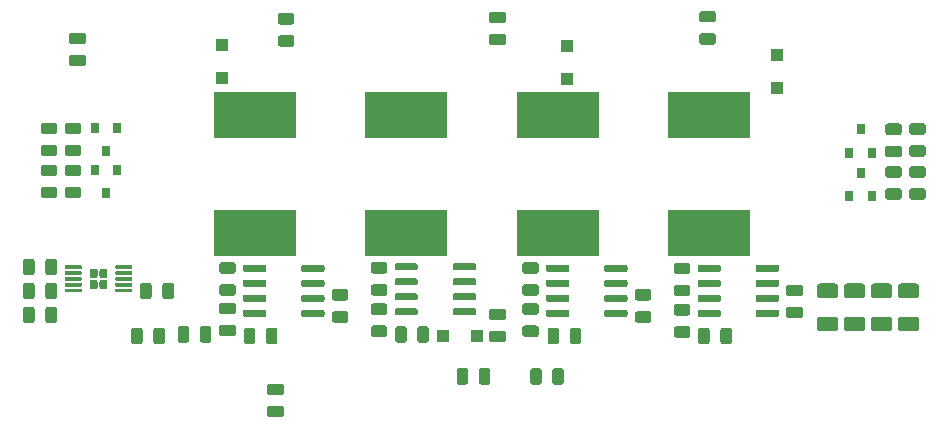
<source format=gbr>
G04 #@! TF.GenerationSoftware,KiCad,Pcbnew,(5.1.5-0-10_14)*
G04 #@! TF.CreationDate,2020-03-17T09:24:28-05:00*
G04 #@! TF.ProjectId,pulse,70756c73-652e-46b6-9963-61645f706362,rev?*
G04 #@! TF.SameCoordinates,Original*
G04 #@! TF.FileFunction,Paste,Bot*
G04 #@! TF.FilePolarity,Positive*
%FSLAX46Y46*%
G04 Gerber Fmt 4.6, Leading zero omitted, Abs format (unit mm)*
G04 Created by KiCad (PCBNEW (5.1.5-0-10_14)) date 2020-03-17 09:24:28*
%MOMM*%
%LPD*%
G04 APERTURE LIST*
%ADD10R,7.000000X4.000000*%
%ADD11C,0.100000*%
%ADD12R,1.100000X1.100000*%
%ADD13R,0.800000X0.900000*%
G04 APERTURE END LIST*
D10*
X146939000Y-51562000D03*
X146939000Y-61531500D03*
X159766000Y-51562000D03*
X159766000Y-61531500D03*
X172593000Y-51562000D03*
X172593000Y-61531500D03*
X134112000Y-51562000D03*
X134112000Y-61531500D03*
D11*
G36*
X126300142Y-69532174D02*
G01*
X126323803Y-69535684D01*
X126347007Y-69541496D01*
X126369529Y-69549554D01*
X126391153Y-69559782D01*
X126411670Y-69572079D01*
X126430883Y-69586329D01*
X126448607Y-69602393D01*
X126464671Y-69620117D01*
X126478921Y-69639330D01*
X126491218Y-69659847D01*
X126501446Y-69681471D01*
X126509504Y-69703993D01*
X126515316Y-69727197D01*
X126518826Y-69750858D01*
X126520000Y-69774750D01*
X126520000Y-70687250D01*
X126518826Y-70711142D01*
X126515316Y-70734803D01*
X126509504Y-70758007D01*
X126501446Y-70780529D01*
X126491218Y-70802153D01*
X126478921Y-70822670D01*
X126464671Y-70841883D01*
X126448607Y-70859607D01*
X126430883Y-70875671D01*
X126411670Y-70889921D01*
X126391153Y-70902218D01*
X126369529Y-70912446D01*
X126347007Y-70920504D01*
X126323803Y-70926316D01*
X126300142Y-70929826D01*
X126276250Y-70931000D01*
X125788750Y-70931000D01*
X125764858Y-70929826D01*
X125741197Y-70926316D01*
X125717993Y-70920504D01*
X125695471Y-70912446D01*
X125673847Y-70902218D01*
X125653330Y-70889921D01*
X125634117Y-70875671D01*
X125616393Y-70859607D01*
X125600329Y-70841883D01*
X125586079Y-70822670D01*
X125573782Y-70802153D01*
X125563554Y-70780529D01*
X125555496Y-70758007D01*
X125549684Y-70734803D01*
X125546174Y-70711142D01*
X125545000Y-70687250D01*
X125545000Y-69774750D01*
X125546174Y-69750858D01*
X125549684Y-69727197D01*
X125555496Y-69703993D01*
X125563554Y-69681471D01*
X125573782Y-69659847D01*
X125586079Y-69639330D01*
X125600329Y-69620117D01*
X125616393Y-69602393D01*
X125634117Y-69586329D01*
X125653330Y-69572079D01*
X125673847Y-69559782D01*
X125695471Y-69549554D01*
X125717993Y-69541496D01*
X125741197Y-69535684D01*
X125764858Y-69532174D01*
X125788750Y-69531000D01*
X126276250Y-69531000D01*
X126300142Y-69532174D01*
G37*
G36*
X124425142Y-69532174D02*
G01*
X124448803Y-69535684D01*
X124472007Y-69541496D01*
X124494529Y-69549554D01*
X124516153Y-69559782D01*
X124536670Y-69572079D01*
X124555883Y-69586329D01*
X124573607Y-69602393D01*
X124589671Y-69620117D01*
X124603921Y-69639330D01*
X124616218Y-69659847D01*
X124626446Y-69681471D01*
X124634504Y-69703993D01*
X124640316Y-69727197D01*
X124643826Y-69750858D01*
X124645000Y-69774750D01*
X124645000Y-70687250D01*
X124643826Y-70711142D01*
X124640316Y-70734803D01*
X124634504Y-70758007D01*
X124626446Y-70780529D01*
X124616218Y-70802153D01*
X124603921Y-70822670D01*
X124589671Y-70841883D01*
X124573607Y-70859607D01*
X124555883Y-70875671D01*
X124536670Y-70889921D01*
X124516153Y-70902218D01*
X124494529Y-70912446D01*
X124472007Y-70920504D01*
X124448803Y-70926316D01*
X124425142Y-70929826D01*
X124401250Y-70931000D01*
X123913750Y-70931000D01*
X123889858Y-70929826D01*
X123866197Y-70926316D01*
X123842993Y-70920504D01*
X123820471Y-70912446D01*
X123798847Y-70902218D01*
X123778330Y-70889921D01*
X123759117Y-70875671D01*
X123741393Y-70859607D01*
X123725329Y-70841883D01*
X123711079Y-70822670D01*
X123698782Y-70802153D01*
X123688554Y-70780529D01*
X123680496Y-70758007D01*
X123674684Y-70734803D01*
X123671174Y-70711142D01*
X123670000Y-70687250D01*
X123670000Y-69774750D01*
X123671174Y-69750858D01*
X123674684Y-69727197D01*
X123680496Y-69703993D01*
X123688554Y-69681471D01*
X123698782Y-69659847D01*
X123711079Y-69639330D01*
X123725329Y-69620117D01*
X123741393Y-69602393D01*
X123759117Y-69586329D01*
X123778330Y-69572079D01*
X123798847Y-69559782D01*
X123820471Y-69549554D01*
X123842993Y-69541496D01*
X123866197Y-69535684D01*
X123889858Y-69532174D01*
X123913750Y-69531000D01*
X124401250Y-69531000D01*
X124425142Y-69532174D01*
G37*
G36*
X157960142Y-63981174D02*
G01*
X157983803Y-63984684D01*
X158007007Y-63990496D01*
X158029529Y-63998554D01*
X158051153Y-64008782D01*
X158071670Y-64021079D01*
X158090883Y-64035329D01*
X158108607Y-64051393D01*
X158124671Y-64069117D01*
X158138921Y-64088330D01*
X158151218Y-64108847D01*
X158161446Y-64130471D01*
X158169504Y-64152993D01*
X158175316Y-64176197D01*
X158178826Y-64199858D01*
X158180000Y-64223750D01*
X158180000Y-64711250D01*
X158178826Y-64735142D01*
X158175316Y-64758803D01*
X158169504Y-64782007D01*
X158161446Y-64804529D01*
X158151218Y-64826153D01*
X158138921Y-64846670D01*
X158124671Y-64865883D01*
X158108607Y-64883607D01*
X158090883Y-64899671D01*
X158071670Y-64913921D01*
X158051153Y-64926218D01*
X158029529Y-64936446D01*
X158007007Y-64944504D01*
X157983803Y-64950316D01*
X157960142Y-64953826D01*
X157936250Y-64955000D01*
X157023750Y-64955000D01*
X156999858Y-64953826D01*
X156976197Y-64950316D01*
X156952993Y-64944504D01*
X156930471Y-64936446D01*
X156908847Y-64926218D01*
X156888330Y-64913921D01*
X156869117Y-64899671D01*
X156851393Y-64883607D01*
X156835329Y-64865883D01*
X156821079Y-64846670D01*
X156808782Y-64826153D01*
X156798554Y-64804529D01*
X156790496Y-64782007D01*
X156784684Y-64758803D01*
X156781174Y-64735142D01*
X156780000Y-64711250D01*
X156780000Y-64223750D01*
X156781174Y-64199858D01*
X156784684Y-64176197D01*
X156790496Y-64152993D01*
X156798554Y-64130471D01*
X156808782Y-64108847D01*
X156821079Y-64088330D01*
X156835329Y-64069117D01*
X156851393Y-64051393D01*
X156869117Y-64035329D01*
X156888330Y-64021079D01*
X156908847Y-64008782D01*
X156930471Y-63998554D01*
X156952993Y-63990496D01*
X156976197Y-63984684D01*
X156999858Y-63981174D01*
X157023750Y-63980000D01*
X157936250Y-63980000D01*
X157960142Y-63981174D01*
G37*
G36*
X157960142Y-65856174D02*
G01*
X157983803Y-65859684D01*
X158007007Y-65865496D01*
X158029529Y-65873554D01*
X158051153Y-65883782D01*
X158071670Y-65896079D01*
X158090883Y-65910329D01*
X158108607Y-65926393D01*
X158124671Y-65944117D01*
X158138921Y-65963330D01*
X158151218Y-65983847D01*
X158161446Y-66005471D01*
X158169504Y-66027993D01*
X158175316Y-66051197D01*
X158178826Y-66074858D01*
X158180000Y-66098750D01*
X158180000Y-66586250D01*
X158178826Y-66610142D01*
X158175316Y-66633803D01*
X158169504Y-66657007D01*
X158161446Y-66679529D01*
X158151218Y-66701153D01*
X158138921Y-66721670D01*
X158124671Y-66740883D01*
X158108607Y-66758607D01*
X158090883Y-66774671D01*
X158071670Y-66788921D01*
X158051153Y-66801218D01*
X158029529Y-66811446D01*
X158007007Y-66819504D01*
X157983803Y-66825316D01*
X157960142Y-66828826D01*
X157936250Y-66830000D01*
X157023750Y-66830000D01*
X156999858Y-66828826D01*
X156976197Y-66825316D01*
X156952993Y-66819504D01*
X156930471Y-66811446D01*
X156908847Y-66801218D01*
X156888330Y-66788921D01*
X156869117Y-66774671D01*
X156851393Y-66758607D01*
X156835329Y-66740883D01*
X156821079Y-66721670D01*
X156808782Y-66701153D01*
X156798554Y-66679529D01*
X156790496Y-66657007D01*
X156784684Y-66633803D01*
X156781174Y-66610142D01*
X156780000Y-66586250D01*
X156780000Y-66098750D01*
X156781174Y-66074858D01*
X156784684Y-66051197D01*
X156790496Y-66027993D01*
X156798554Y-66005471D01*
X156808782Y-65983847D01*
X156821079Y-65963330D01*
X156835329Y-65944117D01*
X156851393Y-65926393D01*
X156869117Y-65910329D01*
X156888330Y-65896079D01*
X156908847Y-65883782D01*
X156930471Y-65873554D01*
X156952993Y-65865496D01*
X156976197Y-65859684D01*
X156999858Y-65856174D01*
X157023750Y-65855000D01*
X157936250Y-65855000D01*
X157960142Y-65856174D01*
G37*
D12*
X160528000Y-48517000D03*
X160528000Y-45717000D03*
X178308000Y-49276000D03*
X178308000Y-46476000D03*
X131317999Y-48390000D03*
X131317999Y-45590000D03*
X152911000Y-70231000D03*
X150111000Y-70231000D03*
D11*
G36*
X160605703Y-64216722D02*
G01*
X160620264Y-64218882D01*
X160634543Y-64222459D01*
X160648403Y-64227418D01*
X160661710Y-64233712D01*
X160674336Y-64241280D01*
X160686159Y-64250048D01*
X160697066Y-64259934D01*
X160706952Y-64270841D01*
X160715720Y-64282664D01*
X160723288Y-64295290D01*
X160729582Y-64308597D01*
X160734541Y-64322457D01*
X160738118Y-64336736D01*
X160740278Y-64351297D01*
X160741000Y-64366000D01*
X160741000Y-64666000D01*
X160740278Y-64680703D01*
X160738118Y-64695264D01*
X160734541Y-64709543D01*
X160729582Y-64723403D01*
X160723288Y-64736710D01*
X160715720Y-64749336D01*
X160706952Y-64761159D01*
X160697066Y-64772066D01*
X160686159Y-64781952D01*
X160674336Y-64790720D01*
X160661710Y-64798288D01*
X160648403Y-64804582D01*
X160634543Y-64809541D01*
X160620264Y-64813118D01*
X160605703Y-64815278D01*
X160591000Y-64816000D01*
X158941000Y-64816000D01*
X158926297Y-64815278D01*
X158911736Y-64813118D01*
X158897457Y-64809541D01*
X158883597Y-64804582D01*
X158870290Y-64798288D01*
X158857664Y-64790720D01*
X158845841Y-64781952D01*
X158834934Y-64772066D01*
X158825048Y-64761159D01*
X158816280Y-64749336D01*
X158808712Y-64736710D01*
X158802418Y-64723403D01*
X158797459Y-64709543D01*
X158793882Y-64695264D01*
X158791722Y-64680703D01*
X158791000Y-64666000D01*
X158791000Y-64366000D01*
X158791722Y-64351297D01*
X158793882Y-64336736D01*
X158797459Y-64322457D01*
X158802418Y-64308597D01*
X158808712Y-64295290D01*
X158816280Y-64282664D01*
X158825048Y-64270841D01*
X158834934Y-64259934D01*
X158845841Y-64250048D01*
X158857664Y-64241280D01*
X158870290Y-64233712D01*
X158883597Y-64227418D01*
X158897457Y-64222459D01*
X158911736Y-64218882D01*
X158926297Y-64216722D01*
X158941000Y-64216000D01*
X160591000Y-64216000D01*
X160605703Y-64216722D01*
G37*
G36*
X160605703Y-65486722D02*
G01*
X160620264Y-65488882D01*
X160634543Y-65492459D01*
X160648403Y-65497418D01*
X160661710Y-65503712D01*
X160674336Y-65511280D01*
X160686159Y-65520048D01*
X160697066Y-65529934D01*
X160706952Y-65540841D01*
X160715720Y-65552664D01*
X160723288Y-65565290D01*
X160729582Y-65578597D01*
X160734541Y-65592457D01*
X160738118Y-65606736D01*
X160740278Y-65621297D01*
X160741000Y-65636000D01*
X160741000Y-65936000D01*
X160740278Y-65950703D01*
X160738118Y-65965264D01*
X160734541Y-65979543D01*
X160729582Y-65993403D01*
X160723288Y-66006710D01*
X160715720Y-66019336D01*
X160706952Y-66031159D01*
X160697066Y-66042066D01*
X160686159Y-66051952D01*
X160674336Y-66060720D01*
X160661710Y-66068288D01*
X160648403Y-66074582D01*
X160634543Y-66079541D01*
X160620264Y-66083118D01*
X160605703Y-66085278D01*
X160591000Y-66086000D01*
X158941000Y-66086000D01*
X158926297Y-66085278D01*
X158911736Y-66083118D01*
X158897457Y-66079541D01*
X158883597Y-66074582D01*
X158870290Y-66068288D01*
X158857664Y-66060720D01*
X158845841Y-66051952D01*
X158834934Y-66042066D01*
X158825048Y-66031159D01*
X158816280Y-66019336D01*
X158808712Y-66006710D01*
X158802418Y-65993403D01*
X158797459Y-65979543D01*
X158793882Y-65965264D01*
X158791722Y-65950703D01*
X158791000Y-65936000D01*
X158791000Y-65636000D01*
X158791722Y-65621297D01*
X158793882Y-65606736D01*
X158797459Y-65592457D01*
X158802418Y-65578597D01*
X158808712Y-65565290D01*
X158816280Y-65552664D01*
X158825048Y-65540841D01*
X158834934Y-65529934D01*
X158845841Y-65520048D01*
X158857664Y-65511280D01*
X158870290Y-65503712D01*
X158883597Y-65497418D01*
X158897457Y-65492459D01*
X158911736Y-65488882D01*
X158926297Y-65486722D01*
X158941000Y-65486000D01*
X160591000Y-65486000D01*
X160605703Y-65486722D01*
G37*
G36*
X160605703Y-66756722D02*
G01*
X160620264Y-66758882D01*
X160634543Y-66762459D01*
X160648403Y-66767418D01*
X160661710Y-66773712D01*
X160674336Y-66781280D01*
X160686159Y-66790048D01*
X160697066Y-66799934D01*
X160706952Y-66810841D01*
X160715720Y-66822664D01*
X160723288Y-66835290D01*
X160729582Y-66848597D01*
X160734541Y-66862457D01*
X160738118Y-66876736D01*
X160740278Y-66891297D01*
X160741000Y-66906000D01*
X160741000Y-67206000D01*
X160740278Y-67220703D01*
X160738118Y-67235264D01*
X160734541Y-67249543D01*
X160729582Y-67263403D01*
X160723288Y-67276710D01*
X160715720Y-67289336D01*
X160706952Y-67301159D01*
X160697066Y-67312066D01*
X160686159Y-67321952D01*
X160674336Y-67330720D01*
X160661710Y-67338288D01*
X160648403Y-67344582D01*
X160634543Y-67349541D01*
X160620264Y-67353118D01*
X160605703Y-67355278D01*
X160591000Y-67356000D01*
X158941000Y-67356000D01*
X158926297Y-67355278D01*
X158911736Y-67353118D01*
X158897457Y-67349541D01*
X158883597Y-67344582D01*
X158870290Y-67338288D01*
X158857664Y-67330720D01*
X158845841Y-67321952D01*
X158834934Y-67312066D01*
X158825048Y-67301159D01*
X158816280Y-67289336D01*
X158808712Y-67276710D01*
X158802418Y-67263403D01*
X158797459Y-67249543D01*
X158793882Y-67235264D01*
X158791722Y-67220703D01*
X158791000Y-67206000D01*
X158791000Y-66906000D01*
X158791722Y-66891297D01*
X158793882Y-66876736D01*
X158797459Y-66862457D01*
X158802418Y-66848597D01*
X158808712Y-66835290D01*
X158816280Y-66822664D01*
X158825048Y-66810841D01*
X158834934Y-66799934D01*
X158845841Y-66790048D01*
X158857664Y-66781280D01*
X158870290Y-66773712D01*
X158883597Y-66767418D01*
X158897457Y-66762459D01*
X158911736Y-66758882D01*
X158926297Y-66756722D01*
X158941000Y-66756000D01*
X160591000Y-66756000D01*
X160605703Y-66756722D01*
G37*
G36*
X160605703Y-68026722D02*
G01*
X160620264Y-68028882D01*
X160634543Y-68032459D01*
X160648403Y-68037418D01*
X160661710Y-68043712D01*
X160674336Y-68051280D01*
X160686159Y-68060048D01*
X160697066Y-68069934D01*
X160706952Y-68080841D01*
X160715720Y-68092664D01*
X160723288Y-68105290D01*
X160729582Y-68118597D01*
X160734541Y-68132457D01*
X160738118Y-68146736D01*
X160740278Y-68161297D01*
X160741000Y-68176000D01*
X160741000Y-68476000D01*
X160740278Y-68490703D01*
X160738118Y-68505264D01*
X160734541Y-68519543D01*
X160729582Y-68533403D01*
X160723288Y-68546710D01*
X160715720Y-68559336D01*
X160706952Y-68571159D01*
X160697066Y-68582066D01*
X160686159Y-68591952D01*
X160674336Y-68600720D01*
X160661710Y-68608288D01*
X160648403Y-68614582D01*
X160634543Y-68619541D01*
X160620264Y-68623118D01*
X160605703Y-68625278D01*
X160591000Y-68626000D01*
X158941000Y-68626000D01*
X158926297Y-68625278D01*
X158911736Y-68623118D01*
X158897457Y-68619541D01*
X158883597Y-68614582D01*
X158870290Y-68608288D01*
X158857664Y-68600720D01*
X158845841Y-68591952D01*
X158834934Y-68582066D01*
X158825048Y-68571159D01*
X158816280Y-68559336D01*
X158808712Y-68546710D01*
X158802418Y-68533403D01*
X158797459Y-68519543D01*
X158793882Y-68505264D01*
X158791722Y-68490703D01*
X158791000Y-68476000D01*
X158791000Y-68176000D01*
X158791722Y-68161297D01*
X158793882Y-68146736D01*
X158797459Y-68132457D01*
X158802418Y-68118597D01*
X158808712Y-68105290D01*
X158816280Y-68092664D01*
X158825048Y-68080841D01*
X158834934Y-68069934D01*
X158845841Y-68060048D01*
X158857664Y-68051280D01*
X158870290Y-68043712D01*
X158883597Y-68037418D01*
X158897457Y-68032459D01*
X158911736Y-68028882D01*
X158926297Y-68026722D01*
X158941000Y-68026000D01*
X160591000Y-68026000D01*
X160605703Y-68026722D01*
G37*
G36*
X165555703Y-68026722D02*
G01*
X165570264Y-68028882D01*
X165584543Y-68032459D01*
X165598403Y-68037418D01*
X165611710Y-68043712D01*
X165624336Y-68051280D01*
X165636159Y-68060048D01*
X165647066Y-68069934D01*
X165656952Y-68080841D01*
X165665720Y-68092664D01*
X165673288Y-68105290D01*
X165679582Y-68118597D01*
X165684541Y-68132457D01*
X165688118Y-68146736D01*
X165690278Y-68161297D01*
X165691000Y-68176000D01*
X165691000Y-68476000D01*
X165690278Y-68490703D01*
X165688118Y-68505264D01*
X165684541Y-68519543D01*
X165679582Y-68533403D01*
X165673288Y-68546710D01*
X165665720Y-68559336D01*
X165656952Y-68571159D01*
X165647066Y-68582066D01*
X165636159Y-68591952D01*
X165624336Y-68600720D01*
X165611710Y-68608288D01*
X165598403Y-68614582D01*
X165584543Y-68619541D01*
X165570264Y-68623118D01*
X165555703Y-68625278D01*
X165541000Y-68626000D01*
X163891000Y-68626000D01*
X163876297Y-68625278D01*
X163861736Y-68623118D01*
X163847457Y-68619541D01*
X163833597Y-68614582D01*
X163820290Y-68608288D01*
X163807664Y-68600720D01*
X163795841Y-68591952D01*
X163784934Y-68582066D01*
X163775048Y-68571159D01*
X163766280Y-68559336D01*
X163758712Y-68546710D01*
X163752418Y-68533403D01*
X163747459Y-68519543D01*
X163743882Y-68505264D01*
X163741722Y-68490703D01*
X163741000Y-68476000D01*
X163741000Y-68176000D01*
X163741722Y-68161297D01*
X163743882Y-68146736D01*
X163747459Y-68132457D01*
X163752418Y-68118597D01*
X163758712Y-68105290D01*
X163766280Y-68092664D01*
X163775048Y-68080841D01*
X163784934Y-68069934D01*
X163795841Y-68060048D01*
X163807664Y-68051280D01*
X163820290Y-68043712D01*
X163833597Y-68037418D01*
X163847457Y-68032459D01*
X163861736Y-68028882D01*
X163876297Y-68026722D01*
X163891000Y-68026000D01*
X165541000Y-68026000D01*
X165555703Y-68026722D01*
G37*
G36*
X165555703Y-66756722D02*
G01*
X165570264Y-66758882D01*
X165584543Y-66762459D01*
X165598403Y-66767418D01*
X165611710Y-66773712D01*
X165624336Y-66781280D01*
X165636159Y-66790048D01*
X165647066Y-66799934D01*
X165656952Y-66810841D01*
X165665720Y-66822664D01*
X165673288Y-66835290D01*
X165679582Y-66848597D01*
X165684541Y-66862457D01*
X165688118Y-66876736D01*
X165690278Y-66891297D01*
X165691000Y-66906000D01*
X165691000Y-67206000D01*
X165690278Y-67220703D01*
X165688118Y-67235264D01*
X165684541Y-67249543D01*
X165679582Y-67263403D01*
X165673288Y-67276710D01*
X165665720Y-67289336D01*
X165656952Y-67301159D01*
X165647066Y-67312066D01*
X165636159Y-67321952D01*
X165624336Y-67330720D01*
X165611710Y-67338288D01*
X165598403Y-67344582D01*
X165584543Y-67349541D01*
X165570264Y-67353118D01*
X165555703Y-67355278D01*
X165541000Y-67356000D01*
X163891000Y-67356000D01*
X163876297Y-67355278D01*
X163861736Y-67353118D01*
X163847457Y-67349541D01*
X163833597Y-67344582D01*
X163820290Y-67338288D01*
X163807664Y-67330720D01*
X163795841Y-67321952D01*
X163784934Y-67312066D01*
X163775048Y-67301159D01*
X163766280Y-67289336D01*
X163758712Y-67276710D01*
X163752418Y-67263403D01*
X163747459Y-67249543D01*
X163743882Y-67235264D01*
X163741722Y-67220703D01*
X163741000Y-67206000D01*
X163741000Y-66906000D01*
X163741722Y-66891297D01*
X163743882Y-66876736D01*
X163747459Y-66862457D01*
X163752418Y-66848597D01*
X163758712Y-66835290D01*
X163766280Y-66822664D01*
X163775048Y-66810841D01*
X163784934Y-66799934D01*
X163795841Y-66790048D01*
X163807664Y-66781280D01*
X163820290Y-66773712D01*
X163833597Y-66767418D01*
X163847457Y-66762459D01*
X163861736Y-66758882D01*
X163876297Y-66756722D01*
X163891000Y-66756000D01*
X165541000Y-66756000D01*
X165555703Y-66756722D01*
G37*
G36*
X165555703Y-65486722D02*
G01*
X165570264Y-65488882D01*
X165584543Y-65492459D01*
X165598403Y-65497418D01*
X165611710Y-65503712D01*
X165624336Y-65511280D01*
X165636159Y-65520048D01*
X165647066Y-65529934D01*
X165656952Y-65540841D01*
X165665720Y-65552664D01*
X165673288Y-65565290D01*
X165679582Y-65578597D01*
X165684541Y-65592457D01*
X165688118Y-65606736D01*
X165690278Y-65621297D01*
X165691000Y-65636000D01*
X165691000Y-65936000D01*
X165690278Y-65950703D01*
X165688118Y-65965264D01*
X165684541Y-65979543D01*
X165679582Y-65993403D01*
X165673288Y-66006710D01*
X165665720Y-66019336D01*
X165656952Y-66031159D01*
X165647066Y-66042066D01*
X165636159Y-66051952D01*
X165624336Y-66060720D01*
X165611710Y-66068288D01*
X165598403Y-66074582D01*
X165584543Y-66079541D01*
X165570264Y-66083118D01*
X165555703Y-66085278D01*
X165541000Y-66086000D01*
X163891000Y-66086000D01*
X163876297Y-66085278D01*
X163861736Y-66083118D01*
X163847457Y-66079541D01*
X163833597Y-66074582D01*
X163820290Y-66068288D01*
X163807664Y-66060720D01*
X163795841Y-66051952D01*
X163784934Y-66042066D01*
X163775048Y-66031159D01*
X163766280Y-66019336D01*
X163758712Y-66006710D01*
X163752418Y-65993403D01*
X163747459Y-65979543D01*
X163743882Y-65965264D01*
X163741722Y-65950703D01*
X163741000Y-65936000D01*
X163741000Y-65636000D01*
X163741722Y-65621297D01*
X163743882Y-65606736D01*
X163747459Y-65592457D01*
X163752418Y-65578597D01*
X163758712Y-65565290D01*
X163766280Y-65552664D01*
X163775048Y-65540841D01*
X163784934Y-65529934D01*
X163795841Y-65520048D01*
X163807664Y-65511280D01*
X163820290Y-65503712D01*
X163833597Y-65497418D01*
X163847457Y-65492459D01*
X163861736Y-65488882D01*
X163876297Y-65486722D01*
X163891000Y-65486000D01*
X165541000Y-65486000D01*
X165555703Y-65486722D01*
G37*
G36*
X165555703Y-64216722D02*
G01*
X165570264Y-64218882D01*
X165584543Y-64222459D01*
X165598403Y-64227418D01*
X165611710Y-64233712D01*
X165624336Y-64241280D01*
X165636159Y-64250048D01*
X165647066Y-64259934D01*
X165656952Y-64270841D01*
X165665720Y-64282664D01*
X165673288Y-64295290D01*
X165679582Y-64308597D01*
X165684541Y-64322457D01*
X165688118Y-64336736D01*
X165690278Y-64351297D01*
X165691000Y-64366000D01*
X165691000Y-64666000D01*
X165690278Y-64680703D01*
X165688118Y-64695264D01*
X165684541Y-64709543D01*
X165679582Y-64723403D01*
X165673288Y-64736710D01*
X165665720Y-64749336D01*
X165656952Y-64761159D01*
X165647066Y-64772066D01*
X165636159Y-64781952D01*
X165624336Y-64790720D01*
X165611710Y-64798288D01*
X165598403Y-64804582D01*
X165584543Y-64809541D01*
X165570264Y-64813118D01*
X165555703Y-64815278D01*
X165541000Y-64816000D01*
X163891000Y-64816000D01*
X163876297Y-64815278D01*
X163861736Y-64813118D01*
X163847457Y-64809541D01*
X163833597Y-64804582D01*
X163820290Y-64798288D01*
X163807664Y-64790720D01*
X163795841Y-64781952D01*
X163784934Y-64772066D01*
X163775048Y-64761159D01*
X163766280Y-64749336D01*
X163758712Y-64736710D01*
X163752418Y-64723403D01*
X163747459Y-64709543D01*
X163743882Y-64695264D01*
X163741722Y-64680703D01*
X163741000Y-64666000D01*
X163741000Y-64366000D01*
X163741722Y-64351297D01*
X163743882Y-64336736D01*
X163747459Y-64322457D01*
X163752418Y-64308597D01*
X163758712Y-64295290D01*
X163766280Y-64282664D01*
X163775048Y-64270841D01*
X163784934Y-64259934D01*
X163795841Y-64250048D01*
X163807664Y-64241280D01*
X163820290Y-64233712D01*
X163833597Y-64227418D01*
X163847457Y-64222459D01*
X163861736Y-64218882D01*
X163876297Y-64216722D01*
X163891000Y-64216000D01*
X165541000Y-64216000D01*
X165555703Y-64216722D01*
G37*
G36*
X173432703Y-64216722D02*
G01*
X173447264Y-64218882D01*
X173461543Y-64222459D01*
X173475403Y-64227418D01*
X173488710Y-64233712D01*
X173501336Y-64241280D01*
X173513159Y-64250048D01*
X173524066Y-64259934D01*
X173533952Y-64270841D01*
X173542720Y-64282664D01*
X173550288Y-64295290D01*
X173556582Y-64308597D01*
X173561541Y-64322457D01*
X173565118Y-64336736D01*
X173567278Y-64351297D01*
X173568000Y-64366000D01*
X173568000Y-64666000D01*
X173567278Y-64680703D01*
X173565118Y-64695264D01*
X173561541Y-64709543D01*
X173556582Y-64723403D01*
X173550288Y-64736710D01*
X173542720Y-64749336D01*
X173533952Y-64761159D01*
X173524066Y-64772066D01*
X173513159Y-64781952D01*
X173501336Y-64790720D01*
X173488710Y-64798288D01*
X173475403Y-64804582D01*
X173461543Y-64809541D01*
X173447264Y-64813118D01*
X173432703Y-64815278D01*
X173418000Y-64816000D01*
X171768000Y-64816000D01*
X171753297Y-64815278D01*
X171738736Y-64813118D01*
X171724457Y-64809541D01*
X171710597Y-64804582D01*
X171697290Y-64798288D01*
X171684664Y-64790720D01*
X171672841Y-64781952D01*
X171661934Y-64772066D01*
X171652048Y-64761159D01*
X171643280Y-64749336D01*
X171635712Y-64736710D01*
X171629418Y-64723403D01*
X171624459Y-64709543D01*
X171620882Y-64695264D01*
X171618722Y-64680703D01*
X171618000Y-64666000D01*
X171618000Y-64366000D01*
X171618722Y-64351297D01*
X171620882Y-64336736D01*
X171624459Y-64322457D01*
X171629418Y-64308597D01*
X171635712Y-64295290D01*
X171643280Y-64282664D01*
X171652048Y-64270841D01*
X171661934Y-64259934D01*
X171672841Y-64250048D01*
X171684664Y-64241280D01*
X171697290Y-64233712D01*
X171710597Y-64227418D01*
X171724457Y-64222459D01*
X171738736Y-64218882D01*
X171753297Y-64216722D01*
X171768000Y-64216000D01*
X173418000Y-64216000D01*
X173432703Y-64216722D01*
G37*
G36*
X173432703Y-65486722D02*
G01*
X173447264Y-65488882D01*
X173461543Y-65492459D01*
X173475403Y-65497418D01*
X173488710Y-65503712D01*
X173501336Y-65511280D01*
X173513159Y-65520048D01*
X173524066Y-65529934D01*
X173533952Y-65540841D01*
X173542720Y-65552664D01*
X173550288Y-65565290D01*
X173556582Y-65578597D01*
X173561541Y-65592457D01*
X173565118Y-65606736D01*
X173567278Y-65621297D01*
X173568000Y-65636000D01*
X173568000Y-65936000D01*
X173567278Y-65950703D01*
X173565118Y-65965264D01*
X173561541Y-65979543D01*
X173556582Y-65993403D01*
X173550288Y-66006710D01*
X173542720Y-66019336D01*
X173533952Y-66031159D01*
X173524066Y-66042066D01*
X173513159Y-66051952D01*
X173501336Y-66060720D01*
X173488710Y-66068288D01*
X173475403Y-66074582D01*
X173461543Y-66079541D01*
X173447264Y-66083118D01*
X173432703Y-66085278D01*
X173418000Y-66086000D01*
X171768000Y-66086000D01*
X171753297Y-66085278D01*
X171738736Y-66083118D01*
X171724457Y-66079541D01*
X171710597Y-66074582D01*
X171697290Y-66068288D01*
X171684664Y-66060720D01*
X171672841Y-66051952D01*
X171661934Y-66042066D01*
X171652048Y-66031159D01*
X171643280Y-66019336D01*
X171635712Y-66006710D01*
X171629418Y-65993403D01*
X171624459Y-65979543D01*
X171620882Y-65965264D01*
X171618722Y-65950703D01*
X171618000Y-65936000D01*
X171618000Y-65636000D01*
X171618722Y-65621297D01*
X171620882Y-65606736D01*
X171624459Y-65592457D01*
X171629418Y-65578597D01*
X171635712Y-65565290D01*
X171643280Y-65552664D01*
X171652048Y-65540841D01*
X171661934Y-65529934D01*
X171672841Y-65520048D01*
X171684664Y-65511280D01*
X171697290Y-65503712D01*
X171710597Y-65497418D01*
X171724457Y-65492459D01*
X171738736Y-65488882D01*
X171753297Y-65486722D01*
X171768000Y-65486000D01*
X173418000Y-65486000D01*
X173432703Y-65486722D01*
G37*
G36*
X173432703Y-66756722D02*
G01*
X173447264Y-66758882D01*
X173461543Y-66762459D01*
X173475403Y-66767418D01*
X173488710Y-66773712D01*
X173501336Y-66781280D01*
X173513159Y-66790048D01*
X173524066Y-66799934D01*
X173533952Y-66810841D01*
X173542720Y-66822664D01*
X173550288Y-66835290D01*
X173556582Y-66848597D01*
X173561541Y-66862457D01*
X173565118Y-66876736D01*
X173567278Y-66891297D01*
X173568000Y-66906000D01*
X173568000Y-67206000D01*
X173567278Y-67220703D01*
X173565118Y-67235264D01*
X173561541Y-67249543D01*
X173556582Y-67263403D01*
X173550288Y-67276710D01*
X173542720Y-67289336D01*
X173533952Y-67301159D01*
X173524066Y-67312066D01*
X173513159Y-67321952D01*
X173501336Y-67330720D01*
X173488710Y-67338288D01*
X173475403Y-67344582D01*
X173461543Y-67349541D01*
X173447264Y-67353118D01*
X173432703Y-67355278D01*
X173418000Y-67356000D01*
X171768000Y-67356000D01*
X171753297Y-67355278D01*
X171738736Y-67353118D01*
X171724457Y-67349541D01*
X171710597Y-67344582D01*
X171697290Y-67338288D01*
X171684664Y-67330720D01*
X171672841Y-67321952D01*
X171661934Y-67312066D01*
X171652048Y-67301159D01*
X171643280Y-67289336D01*
X171635712Y-67276710D01*
X171629418Y-67263403D01*
X171624459Y-67249543D01*
X171620882Y-67235264D01*
X171618722Y-67220703D01*
X171618000Y-67206000D01*
X171618000Y-66906000D01*
X171618722Y-66891297D01*
X171620882Y-66876736D01*
X171624459Y-66862457D01*
X171629418Y-66848597D01*
X171635712Y-66835290D01*
X171643280Y-66822664D01*
X171652048Y-66810841D01*
X171661934Y-66799934D01*
X171672841Y-66790048D01*
X171684664Y-66781280D01*
X171697290Y-66773712D01*
X171710597Y-66767418D01*
X171724457Y-66762459D01*
X171738736Y-66758882D01*
X171753297Y-66756722D01*
X171768000Y-66756000D01*
X173418000Y-66756000D01*
X173432703Y-66756722D01*
G37*
G36*
X173432703Y-68026722D02*
G01*
X173447264Y-68028882D01*
X173461543Y-68032459D01*
X173475403Y-68037418D01*
X173488710Y-68043712D01*
X173501336Y-68051280D01*
X173513159Y-68060048D01*
X173524066Y-68069934D01*
X173533952Y-68080841D01*
X173542720Y-68092664D01*
X173550288Y-68105290D01*
X173556582Y-68118597D01*
X173561541Y-68132457D01*
X173565118Y-68146736D01*
X173567278Y-68161297D01*
X173568000Y-68176000D01*
X173568000Y-68476000D01*
X173567278Y-68490703D01*
X173565118Y-68505264D01*
X173561541Y-68519543D01*
X173556582Y-68533403D01*
X173550288Y-68546710D01*
X173542720Y-68559336D01*
X173533952Y-68571159D01*
X173524066Y-68582066D01*
X173513159Y-68591952D01*
X173501336Y-68600720D01*
X173488710Y-68608288D01*
X173475403Y-68614582D01*
X173461543Y-68619541D01*
X173447264Y-68623118D01*
X173432703Y-68625278D01*
X173418000Y-68626000D01*
X171768000Y-68626000D01*
X171753297Y-68625278D01*
X171738736Y-68623118D01*
X171724457Y-68619541D01*
X171710597Y-68614582D01*
X171697290Y-68608288D01*
X171684664Y-68600720D01*
X171672841Y-68591952D01*
X171661934Y-68582066D01*
X171652048Y-68571159D01*
X171643280Y-68559336D01*
X171635712Y-68546710D01*
X171629418Y-68533403D01*
X171624459Y-68519543D01*
X171620882Y-68505264D01*
X171618722Y-68490703D01*
X171618000Y-68476000D01*
X171618000Y-68176000D01*
X171618722Y-68161297D01*
X171620882Y-68146736D01*
X171624459Y-68132457D01*
X171629418Y-68118597D01*
X171635712Y-68105290D01*
X171643280Y-68092664D01*
X171652048Y-68080841D01*
X171661934Y-68069934D01*
X171672841Y-68060048D01*
X171684664Y-68051280D01*
X171697290Y-68043712D01*
X171710597Y-68037418D01*
X171724457Y-68032459D01*
X171738736Y-68028882D01*
X171753297Y-68026722D01*
X171768000Y-68026000D01*
X173418000Y-68026000D01*
X173432703Y-68026722D01*
G37*
G36*
X178382703Y-68026722D02*
G01*
X178397264Y-68028882D01*
X178411543Y-68032459D01*
X178425403Y-68037418D01*
X178438710Y-68043712D01*
X178451336Y-68051280D01*
X178463159Y-68060048D01*
X178474066Y-68069934D01*
X178483952Y-68080841D01*
X178492720Y-68092664D01*
X178500288Y-68105290D01*
X178506582Y-68118597D01*
X178511541Y-68132457D01*
X178515118Y-68146736D01*
X178517278Y-68161297D01*
X178518000Y-68176000D01*
X178518000Y-68476000D01*
X178517278Y-68490703D01*
X178515118Y-68505264D01*
X178511541Y-68519543D01*
X178506582Y-68533403D01*
X178500288Y-68546710D01*
X178492720Y-68559336D01*
X178483952Y-68571159D01*
X178474066Y-68582066D01*
X178463159Y-68591952D01*
X178451336Y-68600720D01*
X178438710Y-68608288D01*
X178425403Y-68614582D01*
X178411543Y-68619541D01*
X178397264Y-68623118D01*
X178382703Y-68625278D01*
X178368000Y-68626000D01*
X176718000Y-68626000D01*
X176703297Y-68625278D01*
X176688736Y-68623118D01*
X176674457Y-68619541D01*
X176660597Y-68614582D01*
X176647290Y-68608288D01*
X176634664Y-68600720D01*
X176622841Y-68591952D01*
X176611934Y-68582066D01*
X176602048Y-68571159D01*
X176593280Y-68559336D01*
X176585712Y-68546710D01*
X176579418Y-68533403D01*
X176574459Y-68519543D01*
X176570882Y-68505264D01*
X176568722Y-68490703D01*
X176568000Y-68476000D01*
X176568000Y-68176000D01*
X176568722Y-68161297D01*
X176570882Y-68146736D01*
X176574459Y-68132457D01*
X176579418Y-68118597D01*
X176585712Y-68105290D01*
X176593280Y-68092664D01*
X176602048Y-68080841D01*
X176611934Y-68069934D01*
X176622841Y-68060048D01*
X176634664Y-68051280D01*
X176647290Y-68043712D01*
X176660597Y-68037418D01*
X176674457Y-68032459D01*
X176688736Y-68028882D01*
X176703297Y-68026722D01*
X176718000Y-68026000D01*
X178368000Y-68026000D01*
X178382703Y-68026722D01*
G37*
G36*
X178382703Y-66756722D02*
G01*
X178397264Y-66758882D01*
X178411543Y-66762459D01*
X178425403Y-66767418D01*
X178438710Y-66773712D01*
X178451336Y-66781280D01*
X178463159Y-66790048D01*
X178474066Y-66799934D01*
X178483952Y-66810841D01*
X178492720Y-66822664D01*
X178500288Y-66835290D01*
X178506582Y-66848597D01*
X178511541Y-66862457D01*
X178515118Y-66876736D01*
X178517278Y-66891297D01*
X178518000Y-66906000D01*
X178518000Y-67206000D01*
X178517278Y-67220703D01*
X178515118Y-67235264D01*
X178511541Y-67249543D01*
X178506582Y-67263403D01*
X178500288Y-67276710D01*
X178492720Y-67289336D01*
X178483952Y-67301159D01*
X178474066Y-67312066D01*
X178463159Y-67321952D01*
X178451336Y-67330720D01*
X178438710Y-67338288D01*
X178425403Y-67344582D01*
X178411543Y-67349541D01*
X178397264Y-67353118D01*
X178382703Y-67355278D01*
X178368000Y-67356000D01*
X176718000Y-67356000D01*
X176703297Y-67355278D01*
X176688736Y-67353118D01*
X176674457Y-67349541D01*
X176660597Y-67344582D01*
X176647290Y-67338288D01*
X176634664Y-67330720D01*
X176622841Y-67321952D01*
X176611934Y-67312066D01*
X176602048Y-67301159D01*
X176593280Y-67289336D01*
X176585712Y-67276710D01*
X176579418Y-67263403D01*
X176574459Y-67249543D01*
X176570882Y-67235264D01*
X176568722Y-67220703D01*
X176568000Y-67206000D01*
X176568000Y-66906000D01*
X176568722Y-66891297D01*
X176570882Y-66876736D01*
X176574459Y-66862457D01*
X176579418Y-66848597D01*
X176585712Y-66835290D01*
X176593280Y-66822664D01*
X176602048Y-66810841D01*
X176611934Y-66799934D01*
X176622841Y-66790048D01*
X176634664Y-66781280D01*
X176647290Y-66773712D01*
X176660597Y-66767418D01*
X176674457Y-66762459D01*
X176688736Y-66758882D01*
X176703297Y-66756722D01*
X176718000Y-66756000D01*
X178368000Y-66756000D01*
X178382703Y-66756722D01*
G37*
G36*
X178382703Y-65486722D02*
G01*
X178397264Y-65488882D01*
X178411543Y-65492459D01*
X178425403Y-65497418D01*
X178438710Y-65503712D01*
X178451336Y-65511280D01*
X178463159Y-65520048D01*
X178474066Y-65529934D01*
X178483952Y-65540841D01*
X178492720Y-65552664D01*
X178500288Y-65565290D01*
X178506582Y-65578597D01*
X178511541Y-65592457D01*
X178515118Y-65606736D01*
X178517278Y-65621297D01*
X178518000Y-65636000D01*
X178518000Y-65936000D01*
X178517278Y-65950703D01*
X178515118Y-65965264D01*
X178511541Y-65979543D01*
X178506582Y-65993403D01*
X178500288Y-66006710D01*
X178492720Y-66019336D01*
X178483952Y-66031159D01*
X178474066Y-66042066D01*
X178463159Y-66051952D01*
X178451336Y-66060720D01*
X178438710Y-66068288D01*
X178425403Y-66074582D01*
X178411543Y-66079541D01*
X178397264Y-66083118D01*
X178382703Y-66085278D01*
X178368000Y-66086000D01*
X176718000Y-66086000D01*
X176703297Y-66085278D01*
X176688736Y-66083118D01*
X176674457Y-66079541D01*
X176660597Y-66074582D01*
X176647290Y-66068288D01*
X176634664Y-66060720D01*
X176622841Y-66051952D01*
X176611934Y-66042066D01*
X176602048Y-66031159D01*
X176593280Y-66019336D01*
X176585712Y-66006710D01*
X176579418Y-65993403D01*
X176574459Y-65979543D01*
X176570882Y-65965264D01*
X176568722Y-65950703D01*
X176568000Y-65936000D01*
X176568000Y-65636000D01*
X176568722Y-65621297D01*
X176570882Y-65606736D01*
X176574459Y-65592457D01*
X176579418Y-65578597D01*
X176585712Y-65565290D01*
X176593280Y-65552664D01*
X176602048Y-65540841D01*
X176611934Y-65529934D01*
X176622841Y-65520048D01*
X176634664Y-65511280D01*
X176647290Y-65503712D01*
X176660597Y-65497418D01*
X176674457Y-65492459D01*
X176688736Y-65488882D01*
X176703297Y-65486722D01*
X176718000Y-65486000D01*
X178368000Y-65486000D01*
X178382703Y-65486722D01*
G37*
G36*
X178382703Y-64216722D02*
G01*
X178397264Y-64218882D01*
X178411543Y-64222459D01*
X178425403Y-64227418D01*
X178438710Y-64233712D01*
X178451336Y-64241280D01*
X178463159Y-64250048D01*
X178474066Y-64259934D01*
X178483952Y-64270841D01*
X178492720Y-64282664D01*
X178500288Y-64295290D01*
X178506582Y-64308597D01*
X178511541Y-64322457D01*
X178515118Y-64336736D01*
X178517278Y-64351297D01*
X178518000Y-64366000D01*
X178518000Y-64666000D01*
X178517278Y-64680703D01*
X178515118Y-64695264D01*
X178511541Y-64709543D01*
X178506582Y-64723403D01*
X178500288Y-64736710D01*
X178492720Y-64749336D01*
X178483952Y-64761159D01*
X178474066Y-64772066D01*
X178463159Y-64781952D01*
X178451336Y-64790720D01*
X178438710Y-64798288D01*
X178425403Y-64804582D01*
X178411543Y-64809541D01*
X178397264Y-64813118D01*
X178382703Y-64815278D01*
X178368000Y-64816000D01*
X176718000Y-64816000D01*
X176703297Y-64815278D01*
X176688736Y-64813118D01*
X176674457Y-64809541D01*
X176660597Y-64804582D01*
X176647290Y-64798288D01*
X176634664Y-64790720D01*
X176622841Y-64781952D01*
X176611934Y-64772066D01*
X176602048Y-64761159D01*
X176593280Y-64749336D01*
X176585712Y-64736710D01*
X176579418Y-64723403D01*
X176574459Y-64709543D01*
X176570882Y-64695264D01*
X176568722Y-64680703D01*
X176568000Y-64666000D01*
X176568000Y-64366000D01*
X176568722Y-64351297D01*
X176570882Y-64336736D01*
X176574459Y-64322457D01*
X176579418Y-64308597D01*
X176585712Y-64295290D01*
X176593280Y-64282664D01*
X176602048Y-64270841D01*
X176611934Y-64259934D01*
X176622841Y-64250048D01*
X176634664Y-64241280D01*
X176647290Y-64233712D01*
X176660597Y-64227418D01*
X176674457Y-64222459D01*
X176688736Y-64218882D01*
X176703297Y-64216722D01*
X176718000Y-64216000D01*
X178368000Y-64216000D01*
X178382703Y-64216722D01*
G37*
G36*
X134951703Y-64216722D02*
G01*
X134966264Y-64218882D01*
X134980543Y-64222459D01*
X134994403Y-64227418D01*
X135007710Y-64233712D01*
X135020336Y-64241280D01*
X135032159Y-64250048D01*
X135043066Y-64259934D01*
X135052952Y-64270841D01*
X135061720Y-64282664D01*
X135069288Y-64295290D01*
X135075582Y-64308597D01*
X135080541Y-64322457D01*
X135084118Y-64336736D01*
X135086278Y-64351297D01*
X135087000Y-64366000D01*
X135087000Y-64666000D01*
X135086278Y-64680703D01*
X135084118Y-64695264D01*
X135080541Y-64709543D01*
X135075582Y-64723403D01*
X135069288Y-64736710D01*
X135061720Y-64749336D01*
X135052952Y-64761159D01*
X135043066Y-64772066D01*
X135032159Y-64781952D01*
X135020336Y-64790720D01*
X135007710Y-64798288D01*
X134994403Y-64804582D01*
X134980543Y-64809541D01*
X134966264Y-64813118D01*
X134951703Y-64815278D01*
X134937000Y-64816000D01*
X133287000Y-64816000D01*
X133272297Y-64815278D01*
X133257736Y-64813118D01*
X133243457Y-64809541D01*
X133229597Y-64804582D01*
X133216290Y-64798288D01*
X133203664Y-64790720D01*
X133191841Y-64781952D01*
X133180934Y-64772066D01*
X133171048Y-64761159D01*
X133162280Y-64749336D01*
X133154712Y-64736710D01*
X133148418Y-64723403D01*
X133143459Y-64709543D01*
X133139882Y-64695264D01*
X133137722Y-64680703D01*
X133137000Y-64666000D01*
X133137000Y-64366000D01*
X133137722Y-64351297D01*
X133139882Y-64336736D01*
X133143459Y-64322457D01*
X133148418Y-64308597D01*
X133154712Y-64295290D01*
X133162280Y-64282664D01*
X133171048Y-64270841D01*
X133180934Y-64259934D01*
X133191841Y-64250048D01*
X133203664Y-64241280D01*
X133216290Y-64233712D01*
X133229597Y-64227418D01*
X133243457Y-64222459D01*
X133257736Y-64218882D01*
X133272297Y-64216722D01*
X133287000Y-64216000D01*
X134937000Y-64216000D01*
X134951703Y-64216722D01*
G37*
G36*
X134951703Y-65486722D02*
G01*
X134966264Y-65488882D01*
X134980543Y-65492459D01*
X134994403Y-65497418D01*
X135007710Y-65503712D01*
X135020336Y-65511280D01*
X135032159Y-65520048D01*
X135043066Y-65529934D01*
X135052952Y-65540841D01*
X135061720Y-65552664D01*
X135069288Y-65565290D01*
X135075582Y-65578597D01*
X135080541Y-65592457D01*
X135084118Y-65606736D01*
X135086278Y-65621297D01*
X135087000Y-65636000D01*
X135087000Y-65936000D01*
X135086278Y-65950703D01*
X135084118Y-65965264D01*
X135080541Y-65979543D01*
X135075582Y-65993403D01*
X135069288Y-66006710D01*
X135061720Y-66019336D01*
X135052952Y-66031159D01*
X135043066Y-66042066D01*
X135032159Y-66051952D01*
X135020336Y-66060720D01*
X135007710Y-66068288D01*
X134994403Y-66074582D01*
X134980543Y-66079541D01*
X134966264Y-66083118D01*
X134951703Y-66085278D01*
X134937000Y-66086000D01*
X133287000Y-66086000D01*
X133272297Y-66085278D01*
X133257736Y-66083118D01*
X133243457Y-66079541D01*
X133229597Y-66074582D01*
X133216290Y-66068288D01*
X133203664Y-66060720D01*
X133191841Y-66051952D01*
X133180934Y-66042066D01*
X133171048Y-66031159D01*
X133162280Y-66019336D01*
X133154712Y-66006710D01*
X133148418Y-65993403D01*
X133143459Y-65979543D01*
X133139882Y-65965264D01*
X133137722Y-65950703D01*
X133137000Y-65936000D01*
X133137000Y-65636000D01*
X133137722Y-65621297D01*
X133139882Y-65606736D01*
X133143459Y-65592457D01*
X133148418Y-65578597D01*
X133154712Y-65565290D01*
X133162280Y-65552664D01*
X133171048Y-65540841D01*
X133180934Y-65529934D01*
X133191841Y-65520048D01*
X133203664Y-65511280D01*
X133216290Y-65503712D01*
X133229597Y-65497418D01*
X133243457Y-65492459D01*
X133257736Y-65488882D01*
X133272297Y-65486722D01*
X133287000Y-65486000D01*
X134937000Y-65486000D01*
X134951703Y-65486722D01*
G37*
G36*
X134951703Y-66756722D02*
G01*
X134966264Y-66758882D01*
X134980543Y-66762459D01*
X134994403Y-66767418D01*
X135007710Y-66773712D01*
X135020336Y-66781280D01*
X135032159Y-66790048D01*
X135043066Y-66799934D01*
X135052952Y-66810841D01*
X135061720Y-66822664D01*
X135069288Y-66835290D01*
X135075582Y-66848597D01*
X135080541Y-66862457D01*
X135084118Y-66876736D01*
X135086278Y-66891297D01*
X135087000Y-66906000D01*
X135087000Y-67206000D01*
X135086278Y-67220703D01*
X135084118Y-67235264D01*
X135080541Y-67249543D01*
X135075582Y-67263403D01*
X135069288Y-67276710D01*
X135061720Y-67289336D01*
X135052952Y-67301159D01*
X135043066Y-67312066D01*
X135032159Y-67321952D01*
X135020336Y-67330720D01*
X135007710Y-67338288D01*
X134994403Y-67344582D01*
X134980543Y-67349541D01*
X134966264Y-67353118D01*
X134951703Y-67355278D01*
X134937000Y-67356000D01*
X133287000Y-67356000D01*
X133272297Y-67355278D01*
X133257736Y-67353118D01*
X133243457Y-67349541D01*
X133229597Y-67344582D01*
X133216290Y-67338288D01*
X133203664Y-67330720D01*
X133191841Y-67321952D01*
X133180934Y-67312066D01*
X133171048Y-67301159D01*
X133162280Y-67289336D01*
X133154712Y-67276710D01*
X133148418Y-67263403D01*
X133143459Y-67249543D01*
X133139882Y-67235264D01*
X133137722Y-67220703D01*
X133137000Y-67206000D01*
X133137000Y-66906000D01*
X133137722Y-66891297D01*
X133139882Y-66876736D01*
X133143459Y-66862457D01*
X133148418Y-66848597D01*
X133154712Y-66835290D01*
X133162280Y-66822664D01*
X133171048Y-66810841D01*
X133180934Y-66799934D01*
X133191841Y-66790048D01*
X133203664Y-66781280D01*
X133216290Y-66773712D01*
X133229597Y-66767418D01*
X133243457Y-66762459D01*
X133257736Y-66758882D01*
X133272297Y-66756722D01*
X133287000Y-66756000D01*
X134937000Y-66756000D01*
X134951703Y-66756722D01*
G37*
G36*
X134951703Y-68026722D02*
G01*
X134966264Y-68028882D01*
X134980543Y-68032459D01*
X134994403Y-68037418D01*
X135007710Y-68043712D01*
X135020336Y-68051280D01*
X135032159Y-68060048D01*
X135043066Y-68069934D01*
X135052952Y-68080841D01*
X135061720Y-68092664D01*
X135069288Y-68105290D01*
X135075582Y-68118597D01*
X135080541Y-68132457D01*
X135084118Y-68146736D01*
X135086278Y-68161297D01*
X135087000Y-68176000D01*
X135087000Y-68476000D01*
X135086278Y-68490703D01*
X135084118Y-68505264D01*
X135080541Y-68519543D01*
X135075582Y-68533403D01*
X135069288Y-68546710D01*
X135061720Y-68559336D01*
X135052952Y-68571159D01*
X135043066Y-68582066D01*
X135032159Y-68591952D01*
X135020336Y-68600720D01*
X135007710Y-68608288D01*
X134994403Y-68614582D01*
X134980543Y-68619541D01*
X134966264Y-68623118D01*
X134951703Y-68625278D01*
X134937000Y-68626000D01*
X133287000Y-68626000D01*
X133272297Y-68625278D01*
X133257736Y-68623118D01*
X133243457Y-68619541D01*
X133229597Y-68614582D01*
X133216290Y-68608288D01*
X133203664Y-68600720D01*
X133191841Y-68591952D01*
X133180934Y-68582066D01*
X133171048Y-68571159D01*
X133162280Y-68559336D01*
X133154712Y-68546710D01*
X133148418Y-68533403D01*
X133143459Y-68519543D01*
X133139882Y-68505264D01*
X133137722Y-68490703D01*
X133137000Y-68476000D01*
X133137000Y-68176000D01*
X133137722Y-68161297D01*
X133139882Y-68146736D01*
X133143459Y-68132457D01*
X133148418Y-68118597D01*
X133154712Y-68105290D01*
X133162280Y-68092664D01*
X133171048Y-68080841D01*
X133180934Y-68069934D01*
X133191841Y-68060048D01*
X133203664Y-68051280D01*
X133216290Y-68043712D01*
X133229597Y-68037418D01*
X133243457Y-68032459D01*
X133257736Y-68028882D01*
X133272297Y-68026722D01*
X133287000Y-68026000D01*
X134937000Y-68026000D01*
X134951703Y-68026722D01*
G37*
G36*
X139901703Y-68026722D02*
G01*
X139916264Y-68028882D01*
X139930543Y-68032459D01*
X139944403Y-68037418D01*
X139957710Y-68043712D01*
X139970336Y-68051280D01*
X139982159Y-68060048D01*
X139993066Y-68069934D01*
X140002952Y-68080841D01*
X140011720Y-68092664D01*
X140019288Y-68105290D01*
X140025582Y-68118597D01*
X140030541Y-68132457D01*
X140034118Y-68146736D01*
X140036278Y-68161297D01*
X140037000Y-68176000D01*
X140037000Y-68476000D01*
X140036278Y-68490703D01*
X140034118Y-68505264D01*
X140030541Y-68519543D01*
X140025582Y-68533403D01*
X140019288Y-68546710D01*
X140011720Y-68559336D01*
X140002952Y-68571159D01*
X139993066Y-68582066D01*
X139982159Y-68591952D01*
X139970336Y-68600720D01*
X139957710Y-68608288D01*
X139944403Y-68614582D01*
X139930543Y-68619541D01*
X139916264Y-68623118D01*
X139901703Y-68625278D01*
X139887000Y-68626000D01*
X138237000Y-68626000D01*
X138222297Y-68625278D01*
X138207736Y-68623118D01*
X138193457Y-68619541D01*
X138179597Y-68614582D01*
X138166290Y-68608288D01*
X138153664Y-68600720D01*
X138141841Y-68591952D01*
X138130934Y-68582066D01*
X138121048Y-68571159D01*
X138112280Y-68559336D01*
X138104712Y-68546710D01*
X138098418Y-68533403D01*
X138093459Y-68519543D01*
X138089882Y-68505264D01*
X138087722Y-68490703D01*
X138087000Y-68476000D01*
X138087000Y-68176000D01*
X138087722Y-68161297D01*
X138089882Y-68146736D01*
X138093459Y-68132457D01*
X138098418Y-68118597D01*
X138104712Y-68105290D01*
X138112280Y-68092664D01*
X138121048Y-68080841D01*
X138130934Y-68069934D01*
X138141841Y-68060048D01*
X138153664Y-68051280D01*
X138166290Y-68043712D01*
X138179597Y-68037418D01*
X138193457Y-68032459D01*
X138207736Y-68028882D01*
X138222297Y-68026722D01*
X138237000Y-68026000D01*
X139887000Y-68026000D01*
X139901703Y-68026722D01*
G37*
G36*
X139901703Y-66756722D02*
G01*
X139916264Y-66758882D01*
X139930543Y-66762459D01*
X139944403Y-66767418D01*
X139957710Y-66773712D01*
X139970336Y-66781280D01*
X139982159Y-66790048D01*
X139993066Y-66799934D01*
X140002952Y-66810841D01*
X140011720Y-66822664D01*
X140019288Y-66835290D01*
X140025582Y-66848597D01*
X140030541Y-66862457D01*
X140034118Y-66876736D01*
X140036278Y-66891297D01*
X140037000Y-66906000D01*
X140037000Y-67206000D01*
X140036278Y-67220703D01*
X140034118Y-67235264D01*
X140030541Y-67249543D01*
X140025582Y-67263403D01*
X140019288Y-67276710D01*
X140011720Y-67289336D01*
X140002952Y-67301159D01*
X139993066Y-67312066D01*
X139982159Y-67321952D01*
X139970336Y-67330720D01*
X139957710Y-67338288D01*
X139944403Y-67344582D01*
X139930543Y-67349541D01*
X139916264Y-67353118D01*
X139901703Y-67355278D01*
X139887000Y-67356000D01*
X138237000Y-67356000D01*
X138222297Y-67355278D01*
X138207736Y-67353118D01*
X138193457Y-67349541D01*
X138179597Y-67344582D01*
X138166290Y-67338288D01*
X138153664Y-67330720D01*
X138141841Y-67321952D01*
X138130934Y-67312066D01*
X138121048Y-67301159D01*
X138112280Y-67289336D01*
X138104712Y-67276710D01*
X138098418Y-67263403D01*
X138093459Y-67249543D01*
X138089882Y-67235264D01*
X138087722Y-67220703D01*
X138087000Y-67206000D01*
X138087000Y-66906000D01*
X138087722Y-66891297D01*
X138089882Y-66876736D01*
X138093459Y-66862457D01*
X138098418Y-66848597D01*
X138104712Y-66835290D01*
X138112280Y-66822664D01*
X138121048Y-66810841D01*
X138130934Y-66799934D01*
X138141841Y-66790048D01*
X138153664Y-66781280D01*
X138166290Y-66773712D01*
X138179597Y-66767418D01*
X138193457Y-66762459D01*
X138207736Y-66758882D01*
X138222297Y-66756722D01*
X138237000Y-66756000D01*
X139887000Y-66756000D01*
X139901703Y-66756722D01*
G37*
G36*
X139901703Y-65486722D02*
G01*
X139916264Y-65488882D01*
X139930543Y-65492459D01*
X139944403Y-65497418D01*
X139957710Y-65503712D01*
X139970336Y-65511280D01*
X139982159Y-65520048D01*
X139993066Y-65529934D01*
X140002952Y-65540841D01*
X140011720Y-65552664D01*
X140019288Y-65565290D01*
X140025582Y-65578597D01*
X140030541Y-65592457D01*
X140034118Y-65606736D01*
X140036278Y-65621297D01*
X140037000Y-65636000D01*
X140037000Y-65936000D01*
X140036278Y-65950703D01*
X140034118Y-65965264D01*
X140030541Y-65979543D01*
X140025582Y-65993403D01*
X140019288Y-66006710D01*
X140011720Y-66019336D01*
X140002952Y-66031159D01*
X139993066Y-66042066D01*
X139982159Y-66051952D01*
X139970336Y-66060720D01*
X139957710Y-66068288D01*
X139944403Y-66074582D01*
X139930543Y-66079541D01*
X139916264Y-66083118D01*
X139901703Y-66085278D01*
X139887000Y-66086000D01*
X138237000Y-66086000D01*
X138222297Y-66085278D01*
X138207736Y-66083118D01*
X138193457Y-66079541D01*
X138179597Y-66074582D01*
X138166290Y-66068288D01*
X138153664Y-66060720D01*
X138141841Y-66051952D01*
X138130934Y-66042066D01*
X138121048Y-66031159D01*
X138112280Y-66019336D01*
X138104712Y-66006710D01*
X138098418Y-65993403D01*
X138093459Y-65979543D01*
X138089882Y-65965264D01*
X138087722Y-65950703D01*
X138087000Y-65936000D01*
X138087000Y-65636000D01*
X138087722Y-65621297D01*
X138089882Y-65606736D01*
X138093459Y-65592457D01*
X138098418Y-65578597D01*
X138104712Y-65565290D01*
X138112280Y-65552664D01*
X138121048Y-65540841D01*
X138130934Y-65529934D01*
X138141841Y-65520048D01*
X138153664Y-65511280D01*
X138166290Y-65503712D01*
X138179597Y-65497418D01*
X138193457Y-65492459D01*
X138207736Y-65488882D01*
X138222297Y-65486722D01*
X138237000Y-65486000D01*
X139887000Y-65486000D01*
X139901703Y-65486722D01*
G37*
G36*
X139901703Y-64216722D02*
G01*
X139916264Y-64218882D01*
X139930543Y-64222459D01*
X139944403Y-64227418D01*
X139957710Y-64233712D01*
X139970336Y-64241280D01*
X139982159Y-64250048D01*
X139993066Y-64259934D01*
X140002952Y-64270841D01*
X140011720Y-64282664D01*
X140019288Y-64295290D01*
X140025582Y-64308597D01*
X140030541Y-64322457D01*
X140034118Y-64336736D01*
X140036278Y-64351297D01*
X140037000Y-64366000D01*
X140037000Y-64666000D01*
X140036278Y-64680703D01*
X140034118Y-64695264D01*
X140030541Y-64709543D01*
X140025582Y-64723403D01*
X140019288Y-64736710D01*
X140011720Y-64749336D01*
X140002952Y-64761159D01*
X139993066Y-64772066D01*
X139982159Y-64781952D01*
X139970336Y-64790720D01*
X139957710Y-64798288D01*
X139944403Y-64804582D01*
X139930543Y-64809541D01*
X139916264Y-64813118D01*
X139901703Y-64815278D01*
X139887000Y-64816000D01*
X138237000Y-64816000D01*
X138222297Y-64815278D01*
X138207736Y-64813118D01*
X138193457Y-64809541D01*
X138179597Y-64804582D01*
X138166290Y-64798288D01*
X138153664Y-64790720D01*
X138141841Y-64781952D01*
X138130934Y-64772066D01*
X138121048Y-64761159D01*
X138112280Y-64749336D01*
X138104712Y-64736710D01*
X138098418Y-64723403D01*
X138093459Y-64709543D01*
X138089882Y-64695264D01*
X138087722Y-64680703D01*
X138087000Y-64666000D01*
X138087000Y-64366000D01*
X138087722Y-64351297D01*
X138089882Y-64336736D01*
X138093459Y-64322457D01*
X138098418Y-64308597D01*
X138104712Y-64295290D01*
X138112280Y-64282664D01*
X138121048Y-64270841D01*
X138130934Y-64259934D01*
X138141841Y-64250048D01*
X138153664Y-64241280D01*
X138166290Y-64233712D01*
X138179597Y-64227418D01*
X138193457Y-64222459D01*
X138207736Y-64218882D01*
X138222297Y-64216722D01*
X138237000Y-64216000D01*
X139887000Y-64216000D01*
X139901703Y-64216722D01*
G37*
G36*
X147778703Y-64089722D02*
G01*
X147793264Y-64091882D01*
X147807543Y-64095459D01*
X147821403Y-64100418D01*
X147834710Y-64106712D01*
X147847336Y-64114280D01*
X147859159Y-64123048D01*
X147870066Y-64132934D01*
X147879952Y-64143841D01*
X147888720Y-64155664D01*
X147896288Y-64168290D01*
X147902582Y-64181597D01*
X147907541Y-64195457D01*
X147911118Y-64209736D01*
X147913278Y-64224297D01*
X147914000Y-64239000D01*
X147914000Y-64539000D01*
X147913278Y-64553703D01*
X147911118Y-64568264D01*
X147907541Y-64582543D01*
X147902582Y-64596403D01*
X147896288Y-64609710D01*
X147888720Y-64622336D01*
X147879952Y-64634159D01*
X147870066Y-64645066D01*
X147859159Y-64654952D01*
X147847336Y-64663720D01*
X147834710Y-64671288D01*
X147821403Y-64677582D01*
X147807543Y-64682541D01*
X147793264Y-64686118D01*
X147778703Y-64688278D01*
X147764000Y-64689000D01*
X146114000Y-64689000D01*
X146099297Y-64688278D01*
X146084736Y-64686118D01*
X146070457Y-64682541D01*
X146056597Y-64677582D01*
X146043290Y-64671288D01*
X146030664Y-64663720D01*
X146018841Y-64654952D01*
X146007934Y-64645066D01*
X145998048Y-64634159D01*
X145989280Y-64622336D01*
X145981712Y-64609710D01*
X145975418Y-64596403D01*
X145970459Y-64582543D01*
X145966882Y-64568264D01*
X145964722Y-64553703D01*
X145964000Y-64539000D01*
X145964000Y-64239000D01*
X145964722Y-64224297D01*
X145966882Y-64209736D01*
X145970459Y-64195457D01*
X145975418Y-64181597D01*
X145981712Y-64168290D01*
X145989280Y-64155664D01*
X145998048Y-64143841D01*
X146007934Y-64132934D01*
X146018841Y-64123048D01*
X146030664Y-64114280D01*
X146043290Y-64106712D01*
X146056597Y-64100418D01*
X146070457Y-64095459D01*
X146084736Y-64091882D01*
X146099297Y-64089722D01*
X146114000Y-64089000D01*
X147764000Y-64089000D01*
X147778703Y-64089722D01*
G37*
G36*
X147778703Y-65359722D02*
G01*
X147793264Y-65361882D01*
X147807543Y-65365459D01*
X147821403Y-65370418D01*
X147834710Y-65376712D01*
X147847336Y-65384280D01*
X147859159Y-65393048D01*
X147870066Y-65402934D01*
X147879952Y-65413841D01*
X147888720Y-65425664D01*
X147896288Y-65438290D01*
X147902582Y-65451597D01*
X147907541Y-65465457D01*
X147911118Y-65479736D01*
X147913278Y-65494297D01*
X147914000Y-65509000D01*
X147914000Y-65809000D01*
X147913278Y-65823703D01*
X147911118Y-65838264D01*
X147907541Y-65852543D01*
X147902582Y-65866403D01*
X147896288Y-65879710D01*
X147888720Y-65892336D01*
X147879952Y-65904159D01*
X147870066Y-65915066D01*
X147859159Y-65924952D01*
X147847336Y-65933720D01*
X147834710Y-65941288D01*
X147821403Y-65947582D01*
X147807543Y-65952541D01*
X147793264Y-65956118D01*
X147778703Y-65958278D01*
X147764000Y-65959000D01*
X146114000Y-65959000D01*
X146099297Y-65958278D01*
X146084736Y-65956118D01*
X146070457Y-65952541D01*
X146056597Y-65947582D01*
X146043290Y-65941288D01*
X146030664Y-65933720D01*
X146018841Y-65924952D01*
X146007934Y-65915066D01*
X145998048Y-65904159D01*
X145989280Y-65892336D01*
X145981712Y-65879710D01*
X145975418Y-65866403D01*
X145970459Y-65852543D01*
X145966882Y-65838264D01*
X145964722Y-65823703D01*
X145964000Y-65809000D01*
X145964000Y-65509000D01*
X145964722Y-65494297D01*
X145966882Y-65479736D01*
X145970459Y-65465457D01*
X145975418Y-65451597D01*
X145981712Y-65438290D01*
X145989280Y-65425664D01*
X145998048Y-65413841D01*
X146007934Y-65402934D01*
X146018841Y-65393048D01*
X146030664Y-65384280D01*
X146043290Y-65376712D01*
X146056597Y-65370418D01*
X146070457Y-65365459D01*
X146084736Y-65361882D01*
X146099297Y-65359722D01*
X146114000Y-65359000D01*
X147764000Y-65359000D01*
X147778703Y-65359722D01*
G37*
G36*
X147778703Y-66629722D02*
G01*
X147793264Y-66631882D01*
X147807543Y-66635459D01*
X147821403Y-66640418D01*
X147834710Y-66646712D01*
X147847336Y-66654280D01*
X147859159Y-66663048D01*
X147870066Y-66672934D01*
X147879952Y-66683841D01*
X147888720Y-66695664D01*
X147896288Y-66708290D01*
X147902582Y-66721597D01*
X147907541Y-66735457D01*
X147911118Y-66749736D01*
X147913278Y-66764297D01*
X147914000Y-66779000D01*
X147914000Y-67079000D01*
X147913278Y-67093703D01*
X147911118Y-67108264D01*
X147907541Y-67122543D01*
X147902582Y-67136403D01*
X147896288Y-67149710D01*
X147888720Y-67162336D01*
X147879952Y-67174159D01*
X147870066Y-67185066D01*
X147859159Y-67194952D01*
X147847336Y-67203720D01*
X147834710Y-67211288D01*
X147821403Y-67217582D01*
X147807543Y-67222541D01*
X147793264Y-67226118D01*
X147778703Y-67228278D01*
X147764000Y-67229000D01*
X146114000Y-67229000D01*
X146099297Y-67228278D01*
X146084736Y-67226118D01*
X146070457Y-67222541D01*
X146056597Y-67217582D01*
X146043290Y-67211288D01*
X146030664Y-67203720D01*
X146018841Y-67194952D01*
X146007934Y-67185066D01*
X145998048Y-67174159D01*
X145989280Y-67162336D01*
X145981712Y-67149710D01*
X145975418Y-67136403D01*
X145970459Y-67122543D01*
X145966882Y-67108264D01*
X145964722Y-67093703D01*
X145964000Y-67079000D01*
X145964000Y-66779000D01*
X145964722Y-66764297D01*
X145966882Y-66749736D01*
X145970459Y-66735457D01*
X145975418Y-66721597D01*
X145981712Y-66708290D01*
X145989280Y-66695664D01*
X145998048Y-66683841D01*
X146007934Y-66672934D01*
X146018841Y-66663048D01*
X146030664Y-66654280D01*
X146043290Y-66646712D01*
X146056597Y-66640418D01*
X146070457Y-66635459D01*
X146084736Y-66631882D01*
X146099297Y-66629722D01*
X146114000Y-66629000D01*
X147764000Y-66629000D01*
X147778703Y-66629722D01*
G37*
G36*
X147778703Y-67899722D02*
G01*
X147793264Y-67901882D01*
X147807543Y-67905459D01*
X147821403Y-67910418D01*
X147834710Y-67916712D01*
X147847336Y-67924280D01*
X147859159Y-67933048D01*
X147870066Y-67942934D01*
X147879952Y-67953841D01*
X147888720Y-67965664D01*
X147896288Y-67978290D01*
X147902582Y-67991597D01*
X147907541Y-68005457D01*
X147911118Y-68019736D01*
X147913278Y-68034297D01*
X147914000Y-68049000D01*
X147914000Y-68349000D01*
X147913278Y-68363703D01*
X147911118Y-68378264D01*
X147907541Y-68392543D01*
X147902582Y-68406403D01*
X147896288Y-68419710D01*
X147888720Y-68432336D01*
X147879952Y-68444159D01*
X147870066Y-68455066D01*
X147859159Y-68464952D01*
X147847336Y-68473720D01*
X147834710Y-68481288D01*
X147821403Y-68487582D01*
X147807543Y-68492541D01*
X147793264Y-68496118D01*
X147778703Y-68498278D01*
X147764000Y-68499000D01*
X146114000Y-68499000D01*
X146099297Y-68498278D01*
X146084736Y-68496118D01*
X146070457Y-68492541D01*
X146056597Y-68487582D01*
X146043290Y-68481288D01*
X146030664Y-68473720D01*
X146018841Y-68464952D01*
X146007934Y-68455066D01*
X145998048Y-68444159D01*
X145989280Y-68432336D01*
X145981712Y-68419710D01*
X145975418Y-68406403D01*
X145970459Y-68392543D01*
X145966882Y-68378264D01*
X145964722Y-68363703D01*
X145964000Y-68349000D01*
X145964000Y-68049000D01*
X145964722Y-68034297D01*
X145966882Y-68019736D01*
X145970459Y-68005457D01*
X145975418Y-67991597D01*
X145981712Y-67978290D01*
X145989280Y-67965664D01*
X145998048Y-67953841D01*
X146007934Y-67942934D01*
X146018841Y-67933048D01*
X146030664Y-67924280D01*
X146043290Y-67916712D01*
X146056597Y-67910418D01*
X146070457Y-67905459D01*
X146084736Y-67901882D01*
X146099297Y-67899722D01*
X146114000Y-67899000D01*
X147764000Y-67899000D01*
X147778703Y-67899722D01*
G37*
G36*
X152728703Y-67899722D02*
G01*
X152743264Y-67901882D01*
X152757543Y-67905459D01*
X152771403Y-67910418D01*
X152784710Y-67916712D01*
X152797336Y-67924280D01*
X152809159Y-67933048D01*
X152820066Y-67942934D01*
X152829952Y-67953841D01*
X152838720Y-67965664D01*
X152846288Y-67978290D01*
X152852582Y-67991597D01*
X152857541Y-68005457D01*
X152861118Y-68019736D01*
X152863278Y-68034297D01*
X152864000Y-68049000D01*
X152864000Y-68349000D01*
X152863278Y-68363703D01*
X152861118Y-68378264D01*
X152857541Y-68392543D01*
X152852582Y-68406403D01*
X152846288Y-68419710D01*
X152838720Y-68432336D01*
X152829952Y-68444159D01*
X152820066Y-68455066D01*
X152809159Y-68464952D01*
X152797336Y-68473720D01*
X152784710Y-68481288D01*
X152771403Y-68487582D01*
X152757543Y-68492541D01*
X152743264Y-68496118D01*
X152728703Y-68498278D01*
X152714000Y-68499000D01*
X151064000Y-68499000D01*
X151049297Y-68498278D01*
X151034736Y-68496118D01*
X151020457Y-68492541D01*
X151006597Y-68487582D01*
X150993290Y-68481288D01*
X150980664Y-68473720D01*
X150968841Y-68464952D01*
X150957934Y-68455066D01*
X150948048Y-68444159D01*
X150939280Y-68432336D01*
X150931712Y-68419710D01*
X150925418Y-68406403D01*
X150920459Y-68392543D01*
X150916882Y-68378264D01*
X150914722Y-68363703D01*
X150914000Y-68349000D01*
X150914000Y-68049000D01*
X150914722Y-68034297D01*
X150916882Y-68019736D01*
X150920459Y-68005457D01*
X150925418Y-67991597D01*
X150931712Y-67978290D01*
X150939280Y-67965664D01*
X150948048Y-67953841D01*
X150957934Y-67942934D01*
X150968841Y-67933048D01*
X150980664Y-67924280D01*
X150993290Y-67916712D01*
X151006597Y-67910418D01*
X151020457Y-67905459D01*
X151034736Y-67901882D01*
X151049297Y-67899722D01*
X151064000Y-67899000D01*
X152714000Y-67899000D01*
X152728703Y-67899722D01*
G37*
G36*
X152728703Y-66629722D02*
G01*
X152743264Y-66631882D01*
X152757543Y-66635459D01*
X152771403Y-66640418D01*
X152784710Y-66646712D01*
X152797336Y-66654280D01*
X152809159Y-66663048D01*
X152820066Y-66672934D01*
X152829952Y-66683841D01*
X152838720Y-66695664D01*
X152846288Y-66708290D01*
X152852582Y-66721597D01*
X152857541Y-66735457D01*
X152861118Y-66749736D01*
X152863278Y-66764297D01*
X152864000Y-66779000D01*
X152864000Y-67079000D01*
X152863278Y-67093703D01*
X152861118Y-67108264D01*
X152857541Y-67122543D01*
X152852582Y-67136403D01*
X152846288Y-67149710D01*
X152838720Y-67162336D01*
X152829952Y-67174159D01*
X152820066Y-67185066D01*
X152809159Y-67194952D01*
X152797336Y-67203720D01*
X152784710Y-67211288D01*
X152771403Y-67217582D01*
X152757543Y-67222541D01*
X152743264Y-67226118D01*
X152728703Y-67228278D01*
X152714000Y-67229000D01*
X151064000Y-67229000D01*
X151049297Y-67228278D01*
X151034736Y-67226118D01*
X151020457Y-67222541D01*
X151006597Y-67217582D01*
X150993290Y-67211288D01*
X150980664Y-67203720D01*
X150968841Y-67194952D01*
X150957934Y-67185066D01*
X150948048Y-67174159D01*
X150939280Y-67162336D01*
X150931712Y-67149710D01*
X150925418Y-67136403D01*
X150920459Y-67122543D01*
X150916882Y-67108264D01*
X150914722Y-67093703D01*
X150914000Y-67079000D01*
X150914000Y-66779000D01*
X150914722Y-66764297D01*
X150916882Y-66749736D01*
X150920459Y-66735457D01*
X150925418Y-66721597D01*
X150931712Y-66708290D01*
X150939280Y-66695664D01*
X150948048Y-66683841D01*
X150957934Y-66672934D01*
X150968841Y-66663048D01*
X150980664Y-66654280D01*
X150993290Y-66646712D01*
X151006597Y-66640418D01*
X151020457Y-66635459D01*
X151034736Y-66631882D01*
X151049297Y-66629722D01*
X151064000Y-66629000D01*
X152714000Y-66629000D01*
X152728703Y-66629722D01*
G37*
G36*
X152728703Y-65359722D02*
G01*
X152743264Y-65361882D01*
X152757543Y-65365459D01*
X152771403Y-65370418D01*
X152784710Y-65376712D01*
X152797336Y-65384280D01*
X152809159Y-65393048D01*
X152820066Y-65402934D01*
X152829952Y-65413841D01*
X152838720Y-65425664D01*
X152846288Y-65438290D01*
X152852582Y-65451597D01*
X152857541Y-65465457D01*
X152861118Y-65479736D01*
X152863278Y-65494297D01*
X152864000Y-65509000D01*
X152864000Y-65809000D01*
X152863278Y-65823703D01*
X152861118Y-65838264D01*
X152857541Y-65852543D01*
X152852582Y-65866403D01*
X152846288Y-65879710D01*
X152838720Y-65892336D01*
X152829952Y-65904159D01*
X152820066Y-65915066D01*
X152809159Y-65924952D01*
X152797336Y-65933720D01*
X152784710Y-65941288D01*
X152771403Y-65947582D01*
X152757543Y-65952541D01*
X152743264Y-65956118D01*
X152728703Y-65958278D01*
X152714000Y-65959000D01*
X151064000Y-65959000D01*
X151049297Y-65958278D01*
X151034736Y-65956118D01*
X151020457Y-65952541D01*
X151006597Y-65947582D01*
X150993290Y-65941288D01*
X150980664Y-65933720D01*
X150968841Y-65924952D01*
X150957934Y-65915066D01*
X150948048Y-65904159D01*
X150939280Y-65892336D01*
X150931712Y-65879710D01*
X150925418Y-65866403D01*
X150920459Y-65852543D01*
X150916882Y-65838264D01*
X150914722Y-65823703D01*
X150914000Y-65809000D01*
X150914000Y-65509000D01*
X150914722Y-65494297D01*
X150916882Y-65479736D01*
X150920459Y-65465457D01*
X150925418Y-65451597D01*
X150931712Y-65438290D01*
X150939280Y-65425664D01*
X150948048Y-65413841D01*
X150957934Y-65402934D01*
X150968841Y-65393048D01*
X150980664Y-65384280D01*
X150993290Y-65376712D01*
X151006597Y-65370418D01*
X151020457Y-65365459D01*
X151034736Y-65361882D01*
X151049297Y-65359722D01*
X151064000Y-65359000D01*
X152714000Y-65359000D01*
X152728703Y-65359722D01*
G37*
G36*
X152728703Y-64089722D02*
G01*
X152743264Y-64091882D01*
X152757543Y-64095459D01*
X152771403Y-64100418D01*
X152784710Y-64106712D01*
X152797336Y-64114280D01*
X152809159Y-64123048D01*
X152820066Y-64132934D01*
X152829952Y-64143841D01*
X152838720Y-64155664D01*
X152846288Y-64168290D01*
X152852582Y-64181597D01*
X152857541Y-64195457D01*
X152861118Y-64209736D01*
X152863278Y-64224297D01*
X152864000Y-64239000D01*
X152864000Y-64539000D01*
X152863278Y-64553703D01*
X152861118Y-64568264D01*
X152857541Y-64582543D01*
X152852582Y-64596403D01*
X152846288Y-64609710D01*
X152838720Y-64622336D01*
X152829952Y-64634159D01*
X152820066Y-64645066D01*
X152809159Y-64654952D01*
X152797336Y-64663720D01*
X152784710Y-64671288D01*
X152771403Y-64677582D01*
X152757543Y-64682541D01*
X152743264Y-64686118D01*
X152728703Y-64688278D01*
X152714000Y-64689000D01*
X151064000Y-64689000D01*
X151049297Y-64688278D01*
X151034736Y-64686118D01*
X151020457Y-64682541D01*
X151006597Y-64677582D01*
X150993290Y-64671288D01*
X150980664Y-64663720D01*
X150968841Y-64654952D01*
X150957934Y-64645066D01*
X150948048Y-64634159D01*
X150939280Y-64622336D01*
X150931712Y-64609710D01*
X150925418Y-64596403D01*
X150920459Y-64582543D01*
X150916882Y-64568264D01*
X150914722Y-64553703D01*
X150914000Y-64539000D01*
X150914000Y-64239000D01*
X150914722Y-64224297D01*
X150916882Y-64209736D01*
X150920459Y-64195457D01*
X150925418Y-64181597D01*
X150931712Y-64168290D01*
X150939280Y-64155664D01*
X150948048Y-64143841D01*
X150957934Y-64132934D01*
X150968841Y-64123048D01*
X150980664Y-64114280D01*
X150993290Y-64106712D01*
X151006597Y-64100418D01*
X151020457Y-64095459D01*
X151034736Y-64091882D01*
X151049297Y-64089722D01*
X151064000Y-64089000D01*
X152714000Y-64089000D01*
X152728703Y-64089722D01*
G37*
G36*
X123711351Y-66255361D02*
G01*
X123718632Y-66256441D01*
X123725771Y-66258229D01*
X123732701Y-66260709D01*
X123739355Y-66263856D01*
X123745668Y-66267640D01*
X123751579Y-66272024D01*
X123757033Y-66276967D01*
X123761976Y-66282421D01*
X123766360Y-66288332D01*
X123770144Y-66294645D01*
X123773291Y-66301299D01*
X123775771Y-66308229D01*
X123777559Y-66315368D01*
X123778639Y-66322649D01*
X123779000Y-66330000D01*
X123779000Y-66480000D01*
X123778639Y-66487351D01*
X123777559Y-66494632D01*
X123775771Y-66501771D01*
X123773291Y-66508701D01*
X123770144Y-66515355D01*
X123766360Y-66521668D01*
X123761976Y-66527579D01*
X123757033Y-66533033D01*
X123751579Y-66537976D01*
X123745668Y-66542360D01*
X123739355Y-66546144D01*
X123732701Y-66549291D01*
X123725771Y-66551771D01*
X123718632Y-66553559D01*
X123711351Y-66554639D01*
X123704000Y-66555000D01*
X122404000Y-66555000D01*
X122396649Y-66554639D01*
X122389368Y-66553559D01*
X122382229Y-66551771D01*
X122375299Y-66549291D01*
X122368645Y-66546144D01*
X122362332Y-66542360D01*
X122356421Y-66537976D01*
X122350967Y-66533033D01*
X122346024Y-66527579D01*
X122341640Y-66521668D01*
X122337856Y-66515355D01*
X122334709Y-66508701D01*
X122332229Y-66501771D01*
X122330441Y-66494632D01*
X122329361Y-66487351D01*
X122329000Y-66480000D01*
X122329000Y-66330000D01*
X122329361Y-66322649D01*
X122330441Y-66315368D01*
X122332229Y-66308229D01*
X122334709Y-66301299D01*
X122337856Y-66294645D01*
X122341640Y-66288332D01*
X122346024Y-66282421D01*
X122350967Y-66276967D01*
X122356421Y-66272024D01*
X122362332Y-66267640D01*
X122368645Y-66263856D01*
X122375299Y-66260709D01*
X122382229Y-66258229D01*
X122389368Y-66256441D01*
X122396649Y-66255361D01*
X122404000Y-66255000D01*
X123704000Y-66255000D01*
X123711351Y-66255361D01*
G37*
G36*
X123711351Y-65755361D02*
G01*
X123718632Y-65756441D01*
X123725771Y-65758229D01*
X123732701Y-65760709D01*
X123739355Y-65763856D01*
X123745668Y-65767640D01*
X123751579Y-65772024D01*
X123757033Y-65776967D01*
X123761976Y-65782421D01*
X123766360Y-65788332D01*
X123770144Y-65794645D01*
X123773291Y-65801299D01*
X123775771Y-65808229D01*
X123777559Y-65815368D01*
X123778639Y-65822649D01*
X123779000Y-65830000D01*
X123779000Y-65980000D01*
X123778639Y-65987351D01*
X123777559Y-65994632D01*
X123775771Y-66001771D01*
X123773291Y-66008701D01*
X123770144Y-66015355D01*
X123766360Y-66021668D01*
X123761976Y-66027579D01*
X123757033Y-66033033D01*
X123751579Y-66037976D01*
X123745668Y-66042360D01*
X123739355Y-66046144D01*
X123732701Y-66049291D01*
X123725771Y-66051771D01*
X123718632Y-66053559D01*
X123711351Y-66054639D01*
X123704000Y-66055000D01*
X122404000Y-66055000D01*
X122396649Y-66054639D01*
X122389368Y-66053559D01*
X122382229Y-66051771D01*
X122375299Y-66049291D01*
X122368645Y-66046144D01*
X122362332Y-66042360D01*
X122356421Y-66037976D01*
X122350967Y-66033033D01*
X122346024Y-66027579D01*
X122341640Y-66021668D01*
X122337856Y-66015355D01*
X122334709Y-66008701D01*
X122332229Y-66001771D01*
X122330441Y-65994632D01*
X122329361Y-65987351D01*
X122329000Y-65980000D01*
X122329000Y-65830000D01*
X122329361Y-65822649D01*
X122330441Y-65815368D01*
X122332229Y-65808229D01*
X122334709Y-65801299D01*
X122337856Y-65794645D01*
X122341640Y-65788332D01*
X122346024Y-65782421D01*
X122350967Y-65776967D01*
X122356421Y-65772024D01*
X122362332Y-65767640D01*
X122368645Y-65763856D01*
X122375299Y-65760709D01*
X122382229Y-65758229D01*
X122389368Y-65756441D01*
X122396649Y-65755361D01*
X122404000Y-65755000D01*
X123704000Y-65755000D01*
X123711351Y-65755361D01*
G37*
G36*
X123711351Y-65255361D02*
G01*
X123718632Y-65256441D01*
X123725771Y-65258229D01*
X123732701Y-65260709D01*
X123739355Y-65263856D01*
X123745668Y-65267640D01*
X123751579Y-65272024D01*
X123757033Y-65276967D01*
X123761976Y-65282421D01*
X123766360Y-65288332D01*
X123770144Y-65294645D01*
X123773291Y-65301299D01*
X123775771Y-65308229D01*
X123777559Y-65315368D01*
X123778639Y-65322649D01*
X123779000Y-65330000D01*
X123779000Y-65480000D01*
X123778639Y-65487351D01*
X123777559Y-65494632D01*
X123775771Y-65501771D01*
X123773291Y-65508701D01*
X123770144Y-65515355D01*
X123766360Y-65521668D01*
X123761976Y-65527579D01*
X123757033Y-65533033D01*
X123751579Y-65537976D01*
X123745668Y-65542360D01*
X123739355Y-65546144D01*
X123732701Y-65549291D01*
X123725771Y-65551771D01*
X123718632Y-65553559D01*
X123711351Y-65554639D01*
X123704000Y-65555000D01*
X122404000Y-65555000D01*
X122396649Y-65554639D01*
X122389368Y-65553559D01*
X122382229Y-65551771D01*
X122375299Y-65549291D01*
X122368645Y-65546144D01*
X122362332Y-65542360D01*
X122356421Y-65537976D01*
X122350967Y-65533033D01*
X122346024Y-65527579D01*
X122341640Y-65521668D01*
X122337856Y-65515355D01*
X122334709Y-65508701D01*
X122332229Y-65501771D01*
X122330441Y-65494632D01*
X122329361Y-65487351D01*
X122329000Y-65480000D01*
X122329000Y-65330000D01*
X122329361Y-65322649D01*
X122330441Y-65315368D01*
X122332229Y-65308229D01*
X122334709Y-65301299D01*
X122337856Y-65294645D01*
X122341640Y-65288332D01*
X122346024Y-65282421D01*
X122350967Y-65276967D01*
X122356421Y-65272024D01*
X122362332Y-65267640D01*
X122368645Y-65263856D01*
X122375299Y-65260709D01*
X122382229Y-65258229D01*
X122389368Y-65256441D01*
X122396649Y-65255361D01*
X122404000Y-65255000D01*
X123704000Y-65255000D01*
X123711351Y-65255361D01*
G37*
G36*
X123711351Y-64755361D02*
G01*
X123718632Y-64756441D01*
X123725771Y-64758229D01*
X123732701Y-64760709D01*
X123739355Y-64763856D01*
X123745668Y-64767640D01*
X123751579Y-64772024D01*
X123757033Y-64776967D01*
X123761976Y-64782421D01*
X123766360Y-64788332D01*
X123770144Y-64794645D01*
X123773291Y-64801299D01*
X123775771Y-64808229D01*
X123777559Y-64815368D01*
X123778639Y-64822649D01*
X123779000Y-64830000D01*
X123779000Y-64980000D01*
X123778639Y-64987351D01*
X123777559Y-64994632D01*
X123775771Y-65001771D01*
X123773291Y-65008701D01*
X123770144Y-65015355D01*
X123766360Y-65021668D01*
X123761976Y-65027579D01*
X123757033Y-65033033D01*
X123751579Y-65037976D01*
X123745668Y-65042360D01*
X123739355Y-65046144D01*
X123732701Y-65049291D01*
X123725771Y-65051771D01*
X123718632Y-65053559D01*
X123711351Y-65054639D01*
X123704000Y-65055000D01*
X122404000Y-65055000D01*
X122396649Y-65054639D01*
X122389368Y-65053559D01*
X122382229Y-65051771D01*
X122375299Y-65049291D01*
X122368645Y-65046144D01*
X122362332Y-65042360D01*
X122356421Y-65037976D01*
X122350967Y-65033033D01*
X122346024Y-65027579D01*
X122341640Y-65021668D01*
X122337856Y-65015355D01*
X122334709Y-65008701D01*
X122332229Y-65001771D01*
X122330441Y-64994632D01*
X122329361Y-64987351D01*
X122329000Y-64980000D01*
X122329000Y-64830000D01*
X122329361Y-64822649D01*
X122330441Y-64815368D01*
X122332229Y-64808229D01*
X122334709Y-64801299D01*
X122337856Y-64794645D01*
X122341640Y-64788332D01*
X122346024Y-64782421D01*
X122350967Y-64776967D01*
X122356421Y-64772024D01*
X122362332Y-64767640D01*
X122368645Y-64763856D01*
X122375299Y-64760709D01*
X122382229Y-64758229D01*
X122389368Y-64756441D01*
X122396649Y-64755361D01*
X122404000Y-64755000D01*
X123704000Y-64755000D01*
X123711351Y-64755361D01*
G37*
G36*
X123711351Y-64255361D02*
G01*
X123718632Y-64256441D01*
X123725771Y-64258229D01*
X123732701Y-64260709D01*
X123739355Y-64263856D01*
X123745668Y-64267640D01*
X123751579Y-64272024D01*
X123757033Y-64276967D01*
X123761976Y-64282421D01*
X123766360Y-64288332D01*
X123770144Y-64294645D01*
X123773291Y-64301299D01*
X123775771Y-64308229D01*
X123777559Y-64315368D01*
X123778639Y-64322649D01*
X123779000Y-64330000D01*
X123779000Y-64480000D01*
X123778639Y-64487351D01*
X123777559Y-64494632D01*
X123775771Y-64501771D01*
X123773291Y-64508701D01*
X123770144Y-64515355D01*
X123766360Y-64521668D01*
X123761976Y-64527579D01*
X123757033Y-64533033D01*
X123751579Y-64537976D01*
X123745668Y-64542360D01*
X123739355Y-64546144D01*
X123732701Y-64549291D01*
X123725771Y-64551771D01*
X123718632Y-64553559D01*
X123711351Y-64554639D01*
X123704000Y-64555000D01*
X122404000Y-64555000D01*
X122396649Y-64554639D01*
X122389368Y-64553559D01*
X122382229Y-64551771D01*
X122375299Y-64549291D01*
X122368645Y-64546144D01*
X122362332Y-64542360D01*
X122356421Y-64537976D01*
X122350967Y-64533033D01*
X122346024Y-64527579D01*
X122341640Y-64521668D01*
X122337856Y-64515355D01*
X122334709Y-64508701D01*
X122332229Y-64501771D01*
X122330441Y-64494632D01*
X122329361Y-64487351D01*
X122329000Y-64480000D01*
X122329000Y-64330000D01*
X122329361Y-64322649D01*
X122330441Y-64315368D01*
X122332229Y-64308229D01*
X122334709Y-64301299D01*
X122337856Y-64294645D01*
X122341640Y-64288332D01*
X122346024Y-64282421D01*
X122350967Y-64276967D01*
X122356421Y-64272024D01*
X122362332Y-64267640D01*
X122368645Y-64263856D01*
X122375299Y-64260709D01*
X122382229Y-64258229D01*
X122389368Y-64256441D01*
X122396649Y-64255361D01*
X122404000Y-64255000D01*
X123704000Y-64255000D01*
X123711351Y-64255361D01*
G37*
G36*
X119411351Y-64255361D02*
G01*
X119418632Y-64256441D01*
X119425771Y-64258229D01*
X119432701Y-64260709D01*
X119439355Y-64263856D01*
X119445668Y-64267640D01*
X119451579Y-64272024D01*
X119457033Y-64276967D01*
X119461976Y-64282421D01*
X119466360Y-64288332D01*
X119470144Y-64294645D01*
X119473291Y-64301299D01*
X119475771Y-64308229D01*
X119477559Y-64315368D01*
X119478639Y-64322649D01*
X119479000Y-64330000D01*
X119479000Y-64480000D01*
X119478639Y-64487351D01*
X119477559Y-64494632D01*
X119475771Y-64501771D01*
X119473291Y-64508701D01*
X119470144Y-64515355D01*
X119466360Y-64521668D01*
X119461976Y-64527579D01*
X119457033Y-64533033D01*
X119451579Y-64537976D01*
X119445668Y-64542360D01*
X119439355Y-64546144D01*
X119432701Y-64549291D01*
X119425771Y-64551771D01*
X119418632Y-64553559D01*
X119411351Y-64554639D01*
X119404000Y-64555000D01*
X118104000Y-64555000D01*
X118096649Y-64554639D01*
X118089368Y-64553559D01*
X118082229Y-64551771D01*
X118075299Y-64549291D01*
X118068645Y-64546144D01*
X118062332Y-64542360D01*
X118056421Y-64537976D01*
X118050967Y-64533033D01*
X118046024Y-64527579D01*
X118041640Y-64521668D01*
X118037856Y-64515355D01*
X118034709Y-64508701D01*
X118032229Y-64501771D01*
X118030441Y-64494632D01*
X118029361Y-64487351D01*
X118029000Y-64480000D01*
X118029000Y-64330000D01*
X118029361Y-64322649D01*
X118030441Y-64315368D01*
X118032229Y-64308229D01*
X118034709Y-64301299D01*
X118037856Y-64294645D01*
X118041640Y-64288332D01*
X118046024Y-64282421D01*
X118050967Y-64276967D01*
X118056421Y-64272024D01*
X118062332Y-64267640D01*
X118068645Y-64263856D01*
X118075299Y-64260709D01*
X118082229Y-64258229D01*
X118089368Y-64256441D01*
X118096649Y-64255361D01*
X118104000Y-64255000D01*
X119404000Y-64255000D01*
X119411351Y-64255361D01*
G37*
G36*
X119411351Y-64755361D02*
G01*
X119418632Y-64756441D01*
X119425771Y-64758229D01*
X119432701Y-64760709D01*
X119439355Y-64763856D01*
X119445668Y-64767640D01*
X119451579Y-64772024D01*
X119457033Y-64776967D01*
X119461976Y-64782421D01*
X119466360Y-64788332D01*
X119470144Y-64794645D01*
X119473291Y-64801299D01*
X119475771Y-64808229D01*
X119477559Y-64815368D01*
X119478639Y-64822649D01*
X119479000Y-64830000D01*
X119479000Y-64980000D01*
X119478639Y-64987351D01*
X119477559Y-64994632D01*
X119475771Y-65001771D01*
X119473291Y-65008701D01*
X119470144Y-65015355D01*
X119466360Y-65021668D01*
X119461976Y-65027579D01*
X119457033Y-65033033D01*
X119451579Y-65037976D01*
X119445668Y-65042360D01*
X119439355Y-65046144D01*
X119432701Y-65049291D01*
X119425771Y-65051771D01*
X119418632Y-65053559D01*
X119411351Y-65054639D01*
X119404000Y-65055000D01*
X118104000Y-65055000D01*
X118096649Y-65054639D01*
X118089368Y-65053559D01*
X118082229Y-65051771D01*
X118075299Y-65049291D01*
X118068645Y-65046144D01*
X118062332Y-65042360D01*
X118056421Y-65037976D01*
X118050967Y-65033033D01*
X118046024Y-65027579D01*
X118041640Y-65021668D01*
X118037856Y-65015355D01*
X118034709Y-65008701D01*
X118032229Y-65001771D01*
X118030441Y-64994632D01*
X118029361Y-64987351D01*
X118029000Y-64980000D01*
X118029000Y-64830000D01*
X118029361Y-64822649D01*
X118030441Y-64815368D01*
X118032229Y-64808229D01*
X118034709Y-64801299D01*
X118037856Y-64794645D01*
X118041640Y-64788332D01*
X118046024Y-64782421D01*
X118050967Y-64776967D01*
X118056421Y-64772024D01*
X118062332Y-64767640D01*
X118068645Y-64763856D01*
X118075299Y-64760709D01*
X118082229Y-64758229D01*
X118089368Y-64756441D01*
X118096649Y-64755361D01*
X118104000Y-64755000D01*
X119404000Y-64755000D01*
X119411351Y-64755361D01*
G37*
G36*
X119411351Y-65255361D02*
G01*
X119418632Y-65256441D01*
X119425771Y-65258229D01*
X119432701Y-65260709D01*
X119439355Y-65263856D01*
X119445668Y-65267640D01*
X119451579Y-65272024D01*
X119457033Y-65276967D01*
X119461976Y-65282421D01*
X119466360Y-65288332D01*
X119470144Y-65294645D01*
X119473291Y-65301299D01*
X119475771Y-65308229D01*
X119477559Y-65315368D01*
X119478639Y-65322649D01*
X119479000Y-65330000D01*
X119479000Y-65480000D01*
X119478639Y-65487351D01*
X119477559Y-65494632D01*
X119475771Y-65501771D01*
X119473291Y-65508701D01*
X119470144Y-65515355D01*
X119466360Y-65521668D01*
X119461976Y-65527579D01*
X119457033Y-65533033D01*
X119451579Y-65537976D01*
X119445668Y-65542360D01*
X119439355Y-65546144D01*
X119432701Y-65549291D01*
X119425771Y-65551771D01*
X119418632Y-65553559D01*
X119411351Y-65554639D01*
X119404000Y-65555000D01*
X118104000Y-65555000D01*
X118096649Y-65554639D01*
X118089368Y-65553559D01*
X118082229Y-65551771D01*
X118075299Y-65549291D01*
X118068645Y-65546144D01*
X118062332Y-65542360D01*
X118056421Y-65537976D01*
X118050967Y-65533033D01*
X118046024Y-65527579D01*
X118041640Y-65521668D01*
X118037856Y-65515355D01*
X118034709Y-65508701D01*
X118032229Y-65501771D01*
X118030441Y-65494632D01*
X118029361Y-65487351D01*
X118029000Y-65480000D01*
X118029000Y-65330000D01*
X118029361Y-65322649D01*
X118030441Y-65315368D01*
X118032229Y-65308229D01*
X118034709Y-65301299D01*
X118037856Y-65294645D01*
X118041640Y-65288332D01*
X118046024Y-65282421D01*
X118050967Y-65276967D01*
X118056421Y-65272024D01*
X118062332Y-65267640D01*
X118068645Y-65263856D01*
X118075299Y-65260709D01*
X118082229Y-65258229D01*
X118089368Y-65256441D01*
X118096649Y-65255361D01*
X118104000Y-65255000D01*
X119404000Y-65255000D01*
X119411351Y-65255361D01*
G37*
G36*
X119411351Y-65755361D02*
G01*
X119418632Y-65756441D01*
X119425771Y-65758229D01*
X119432701Y-65760709D01*
X119439355Y-65763856D01*
X119445668Y-65767640D01*
X119451579Y-65772024D01*
X119457033Y-65776967D01*
X119461976Y-65782421D01*
X119466360Y-65788332D01*
X119470144Y-65794645D01*
X119473291Y-65801299D01*
X119475771Y-65808229D01*
X119477559Y-65815368D01*
X119478639Y-65822649D01*
X119479000Y-65830000D01*
X119479000Y-65980000D01*
X119478639Y-65987351D01*
X119477559Y-65994632D01*
X119475771Y-66001771D01*
X119473291Y-66008701D01*
X119470144Y-66015355D01*
X119466360Y-66021668D01*
X119461976Y-66027579D01*
X119457033Y-66033033D01*
X119451579Y-66037976D01*
X119445668Y-66042360D01*
X119439355Y-66046144D01*
X119432701Y-66049291D01*
X119425771Y-66051771D01*
X119418632Y-66053559D01*
X119411351Y-66054639D01*
X119404000Y-66055000D01*
X118104000Y-66055000D01*
X118096649Y-66054639D01*
X118089368Y-66053559D01*
X118082229Y-66051771D01*
X118075299Y-66049291D01*
X118068645Y-66046144D01*
X118062332Y-66042360D01*
X118056421Y-66037976D01*
X118050967Y-66033033D01*
X118046024Y-66027579D01*
X118041640Y-66021668D01*
X118037856Y-66015355D01*
X118034709Y-66008701D01*
X118032229Y-66001771D01*
X118030441Y-65994632D01*
X118029361Y-65987351D01*
X118029000Y-65980000D01*
X118029000Y-65830000D01*
X118029361Y-65822649D01*
X118030441Y-65815368D01*
X118032229Y-65808229D01*
X118034709Y-65801299D01*
X118037856Y-65794645D01*
X118041640Y-65788332D01*
X118046024Y-65782421D01*
X118050967Y-65776967D01*
X118056421Y-65772024D01*
X118062332Y-65767640D01*
X118068645Y-65763856D01*
X118075299Y-65760709D01*
X118082229Y-65758229D01*
X118089368Y-65756441D01*
X118096649Y-65755361D01*
X118104000Y-65755000D01*
X119404000Y-65755000D01*
X119411351Y-65755361D01*
G37*
G36*
X119411351Y-66255361D02*
G01*
X119418632Y-66256441D01*
X119425771Y-66258229D01*
X119432701Y-66260709D01*
X119439355Y-66263856D01*
X119445668Y-66267640D01*
X119451579Y-66272024D01*
X119457033Y-66276967D01*
X119461976Y-66282421D01*
X119466360Y-66288332D01*
X119470144Y-66294645D01*
X119473291Y-66301299D01*
X119475771Y-66308229D01*
X119477559Y-66315368D01*
X119478639Y-66322649D01*
X119479000Y-66330000D01*
X119479000Y-66480000D01*
X119478639Y-66487351D01*
X119477559Y-66494632D01*
X119475771Y-66501771D01*
X119473291Y-66508701D01*
X119470144Y-66515355D01*
X119466360Y-66521668D01*
X119461976Y-66527579D01*
X119457033Y-66533033D01*
X119451579Y-66537976D01*
X119445668Y-66542360D01*
X119439355Y-66546144D01*
X119432701Y-66549291D01*
X119425771Y-66551771D01*
X119418632Y-66553559D01*
X119411351Y-66554639D01*
X119404000Y-66555000D01*
X118104000Y-66555000D01*
X118096649Y-66554639D01*
X118089368Y-66553559D01*
X118082229Y-66551771D01*
X118075299Y-66549291D01*
X118068645Y-66546144D01*
X118062332Y-66542360D01*
X118056421Y-66537976D01*
X118050967Y-66533033D01*
X118046024Y-66527579D01*
X118041640Y-66521668D01*
X118037856Y-66515355D01*
X118034709Y-66508701D01*
X118032229Y-66501771D01*
X118030441Y-66494632D01*
X118029361Y-66487351D01*
X118029000Y-66480000D01*
X118029000Y-66330000D01*
X118029361Y-66322649D01*
X118030441Y-66315368D01*
X118032229Y-66308229D01*
X118034709Y-66301299D01*
X118037856Y-66294645D01*
X118041640Y-66288332D01*
X118046024Y-66282421D01*
X118050967Y-66276967D01*
X118056421Y-66272024D01*
X118062332Y-66267640D01*
X118068645Y-66263856D01*
X118075299Y-66260709D01*
X118082229Y-66258229D01*
X118089368Y-66256441D01*
X118096649Y-66255361D01*
X118104000Y-66255000D01*
X119404000Y-66255000D01*
X119411351Y-66255361D01*
G37*
G36*
X121510663Y-64555819D02*
G01*
X121527165Y-64558267D01*
X121543348Y-64562320D01*
X121559056Y-64567940D01*
X121574137Y-64575073D01*
X121588447Y-64583650D01*
X121601847Y-64593588D01*
X121614208Y-64604792D01*
X121625412Y-64617153D01*
X121635350Y-64630553D01*
X121643927Y-64644863D01*
X121651060Y-64659944D01*
X121656680Y-64675652D01*
X121660733Y-64691835D01*
X121663181Y-64708337D01*
X121664000Y-64725000D01*
X121664000Y-65145000D01*
X121663181Y-65161663D01*
X121660733Y-65178165D01*
X121656680Y-65194348D01*
X121651060Y-65210056D01*
X121643927Y-65225137D01*
X121635350Y-65239447D01*
X121625412Y-65252847D01*
X121614208Y-65265208D01*
X121601847Y-65276412D01*
X121588447Y-65286350D01*
X121574137Y-65294927D01*
X121559056Y-65302060D01*
X121543348Y-65307680D01*
X121527165Y-65311733D01*
X121510663Y-65314181D01*
X121494000Y-65315000D01*
X121154000Y-65315000D01*
X121137337Y-65314181D01*
X121120835Y-65311733D01*
X121104652Y-65307680D01*
X121088944Y-65302060D01*
X121073863Y-65294927D01*
X121059553Y-65286350D01*
X121046153Y-65276412D01*
X121033792Y-65265208D01*
X121022588Y-65252847D01*
X121012650Y-65239447D01*
X121004073Y-65225137D01*
X120996940Y-65210056D01*
X120991320Y-65194348D01*
X120987267Y-65178165D01*
X120984819Y-65161663D01*
X120984000Y-65145000D01*
X120984000Y-64725000D01*
X120984819Y-64708337D01*
X120987267Y-64691835D01*
X120991320Y-64675652D01*
X120996940Y-64659944D01*
X121004073Y-64644863D01*
X121012650Y-64630553D01*
X121022588Y-64617153D01*
X121033792Y-64604792D01*
X121046153Y-64593588D01*
X121059553Y-64583650D01*
X121073863Y-64575073D01*
X121088944Y-64567940D01*
X121104652Y-64562320D01*
X121120835Y-64558267D01*
X121137337Y-64555819D01*
X121154000Y-64555000D01*
X121494000Y-64555000D01*
X121510663Y-64555819D01*
G37*
G36*
X121510663Y-65495819D02*
G01*
X121527165Y-65498267D01*
X121543348Y-65502320D01*
X121559056Y-65507940D01*
X121574137Y-65515073D01*
X121588447Y-65523650D01*
X121601847Y-65533588D01*
X121614208Y-65544792D01*
X121625412Y-65557153D01*
X121635350Y-65570553D01*
X121643927Y-65584863D01*
X121651060Y-65599944D01*
X121656680Y-65615652D01*
X121660733Y-65631835D01*
X121663181Y-65648337D01*
X121664000Y-65665000D01*
X121664000Y-66085000D01*
X121663181Y-66101663D01*
X121660733Y-66118165D01*
X121656680Y-66134348D01*
X121651060Y-66150056D01*
X121643927Y-66165137D01*
X121635350Y-66179447D01*
X121625412Y-66192847D01*
X121614208Y-66205208D01*
X121601847Y-66216412D01*
X121588447Y-66226350D01*
X121574137Y-66234927D01*
X121559056Y-66242060D01*
X121543348Y-66247680D01*
X121527165Y-66251733D01*
X121510663Y-66254181D01*
X121494000Y-66255000D01*
X121154000Y-66255000D01*
X121137337Y-66254181D01*
X121120835Y-66251733D01*
X121104652Y-66247680D01*
X121088944Y-66242060D01*
X121073863Y-66234927D01*
X121059553Y-66226350D01*
X121046153Y-66216412D01*
X121033792Y-66205208D01*
X121022588Y-66192847D01*
X121012650Y-66179447D01*
X121004073Y-66165137D01*
X120996940Y-66150056D01*
X120991320Y-66134348D01*
X120987267Y-66118165D01*
X120984819Y-66101663D01*
X120984000Y-66085000D01*
X120984000Y-65665000D01*
X120984819Y-65648337D01*
X120987267Y-65631835D01*
X120991320Y-65615652D01*
X120996940Y-65599944D01*
X121004073Y-65584863D01*
X121012650Y-65570553D01*
X121022588Y-65557153D01*
X121033792Y-65544792D01*
X121046153Y-65533588D01*
X121059553Y-65523650D01*
X121073863Y-65515073D01*
X121088944Y-65507940D01*
X121104652Y-65502320D01*
X121120835Y-65498267D01*
X121137337Y-65495819D01*
X121154000Y-65495000D01*
X121494000Y-65495000D01*
X121510663Y-65495819D01*
G37*
G36*
X120670663Y-64555819D02*
G01*
X120687165Y-64558267D01*
X120703348Y-64562320D01*
X120719056Y-64567940D01*
X120734137Y-64575073D01*
X120748447Y-64583650D01*
X120761847Y-64593588D01*
X120774208Y-64604792D01*
X120785412Y-64617153D01*
X120795350Y-64630553D01*
X120803927Y-64644863D01*
X120811060Y-64659944D01*
X120816680Y-64675652D01*
X120820733Y-64691835D01*
X120823181Y-64708337D01*
X120824000Y-64725000D01*
X120824000Y-65145000D01*
X120823181Y-65161663D01*
X120820733Y-65178165D01*
X120816680Y-65194348D01*
X120811060Y-65210056D01*
X120803927Y-65225137D01*
X120795350Y-65239447D01*
X120785412Y-65252847D01*
X120774208Y-65265208D01*
X120761847Y-65276412D01*
X120748447Y-65286350D01*
X120734137Y-65294927D01*
X120719056Y-65302060D01*
X120703348Y-65307680D01*
X120687165Y-65311733D01*
X120670663Y-65314181D01*
X120654000Y-65315000D01*
X120314000Y-65315000D01*
X120297337Y-65314181D01*
X120280835Y-65311733D01*
X120264652Y-65307680D01*
X120248944Y-65302060D01*
X120233863Y-65294927D01*
X120219553Y-65286350D01*
X120206153Y-65276412D01*
X120193792Y-65265208D01*
X120182588Y-65252847D01*
X120172650Y-65239447D01*
X120164073Y-65225137D01*
X120156940Y-65210056D01*
X120151320Y-65194348D01*
X120147267Y-65178165D01*
X120144819Y-65161663D01*
X120144000Y-65145000D01*
X120144000Y-64725000D01*
X120144819Y-64708337D01*
X120147267Y-64691835D01*
X120151320Y-64675652D01*
X120156940Y-64659944D01*
X120164073Y-64644863D01*
X120172650Y-64630553D01*
X120182588Y-64617153D01*
X120193792Y-64604792D01*
X120206153Y-64593588D01*
X120219553Y-64583650D01*
X120233863Y-64575073D01*
X120248944Y-64567940D01*
X120264652Y-64562320D01*
X120280835Y-64558267D01*
X120297337Y-64555819D01*
X120314000Y-64555000D01*
X120654000Y-64555000D01*
X120670663Y-64555819D01*
G37*
G36*
X120670663Y-65495819D02*
G01*
X120687165Y-65498267D01*
X120703348Y-65502320D01*
X120719056Y-65507940D01*
X120734137Y-65515073D01*
X120748447Y-65523650D01*
X120761847Y-65533588D01*
X120774208Y-65544792D01*
X120785412Y-65557153D01*
X120795350Y-65570553D01*
X120803927Y-65584863D01*
X120811060Y-65599944D01*
X120816680Y-65615652D01*
X120820733Y-65631835D01*
X120823181Y-65648337D01*
X120824000Y-65665000D01*
X120824000Y-66085000D01*
X120823181Y-66101663D01*
X120820733Y-66118165D01*
X120816680Y-66134348D01*
X120811060Y-66150056D01*
X120803927Y-66165137D01*
X120795350Y-66179447D01*
X120785412Y-66192847D01*
X120774208Y-66205208D01*
X120761847Y-66216412D01*
X120748447Y-66226350D01*
X120734137Y-66234927D01*
X120719056Y-66242060D01*
X120703348Y-66247680D01*
X120687165Y-66251733D01*
X120670663Y-66254181D01*
X120654000Y-66255000D01*
X120314000Y-66255000D01*
X120297337Y-66254181D01*
X120280835Y-66251733D01*
X120264652Y-66247680D01*
X120248944Y-66242060D01*
X120233863Y-66234927D01*
X120219553Y-66226350D01*
X120206153Y-66216412D01*
X120193792Y-66205208D01*
X120182588Y-66192847D01*
X120172650Y-66179447D01*
X120164073Y-66165137D01*
X120156940Y-66150056D01*
X120151320Y-66134348D01*
X120147267Y-66118165D01*
X120144819Y-66101663D01*
X120144000Y-66085000D01*
X120144000Y-65665000D01*
X120144819Y-65648337D01*
X120147267Y-65631835D01*
X120151320Y-65615652D01*
X120156940Y-65599944D01*
X120164073Y-65584863D01*
X120172650Y-65570553D01*
X120182588Y-65557153D01*
X120193792Y-65544792D01*
X120206153Y-65533588D01*
X120219553Y-65523650D01*
X120233863Y-65515073D01*
X120248944Y-65507940D01*
X120264652Y-65502320D01*
X120280835Y-65498267D01*
X120297337Y-65495819D01*
X120314000Y-65495000D01*
X120654000Y-65495000D01*
X120670663Y-65495819D01*
G37*
G36*
X137259142Y-44774174D02*
G01*
X137282803Y-44777684D01*
X137306007Y-44783496D01*
X137328529Y-44791554D01*
X137350153Y-44801782D01*
X137370670Y-44814079D01*
X137389883Y-44828329D01*
X137407607Y-44844393D01*
X137423671Y-44862117D01*
X137437921Y-44881330D01*
X137450218Y-44901847D01*
X137460446Y-44923471D01*
X137468504Y-44945993D01*
X137474316Y-44969197D01*
X137477826Y-44992858D01*
X137479000Y-45016750D01*
X137479000Y-45504250D01*
X137477826Y-45528142D01*
X137474316Y-45551803D01*
X137468504Y-45575007D01*
X137460446Y-45597529D01*
X137450218Y-45619153D01*
X137437921Y-45639670D01*
X137423671Y-45658883D01*
X137407607Y-45676607D01*
X137389883Y-45692671D01*
X137370670Y-45706921D01*
X137350153Y-45719218D01*
X137328529Y-45729446D01*
X137306007Y-45737504D01*
X137282803Y-45743316D01*
X137259142Y-45746826D01*
X137235250Y-45748000D01*
X136322750Y-45748000D01*
X136298858Y-45746826D01*
X136275197Y-45743316D01*
X136251993Y-45737504D01*
X136229471Y-45729446D01*
X136207847Y-45719218D01*
X136187330Y-45706921D01*
X136168117Y-45692671D01*
X136150393Y-45676607D01*
X136134329Y-45658883D01*
X136120079Y-45639670D01*
X136107782Y-45619153D01*
X136097554Y-45597529D01*
X136089496Y-45575007D01*
X136083684Y-45551803D01*
X136080174Y-45528142D01*
X136079000Y-45504250D01*
X136079000Y-45016750D01*
X136080174Y-44992858D01*
X136083684Y-44969197D01*
X136089496Y-44945993D01*
X136097554Y-44923471D01*
X136107782Y-44901847D01*
X136120079Y-44881330D01*
X136134329Y-44862117D01*
X136150393Y-44844393D01*
X136168117Y-44828329D01*
X136187330Y-44814079D01*
X136207847Y-44801782D01*
X136229471Y-44791554D01*
X136251993Y-44783496D01*
X136275197Y-44777684D01*
X136298858Y-44774174D01*
X136322750Y-44773000D01*
X137235250Y-44773000D01*
X137259142Y-44774174D01*
G37*
G36*
X137259142Y-42899174D02*
G01*
X137282803Y-42902684D01*
X137306007Y-42908496D01*
X137328529Y-42916554D01*
X137350153Y-42926782D01*
X137370670Y-42939079D01*
X137389883Y-42953329D01*
X137407607Y-42969393D01*
X137423671Y-42987117D01*
X137437921Y-43006330D01*
X137450218Y-43026847D01*
X137460446Y-43048471D01*
X137468504Y-43070993D01*
X137474316Y-43094197D01*
X137477826Y-43117858D01*
X137479000Y-43141750D01*
X137479000Y-43629250D01*
X137477826Y-43653142D01*
X137474316Y-43676803D01*
X137468504Y-43700007D01*
X137460446Y-43722529D01*
X137450218Y-43744153D01*
X137437921Y-43764670D01*
X137423671Y-43783883D01*
X137407607Y-43801607D01*
X137389883Y-43817671D01*
X137370670Y-43831921D01*
X137350153Y-43844218D01*
X137328529Y-43854446D01*
X137306007Y-43862504D01*
X137282803Y-43868316D01*
X137259142Y-43871826D01*
X137235250Y-43873000D01*
X136322750Y-43873000D01*
X136298858Y-43871826D01*
X136275197Y-43868316D01*
X136251993Y-43862504D01*
X136229471Y-43854446D01*
X136207847Y-43844218D01*
X136187330Y-43831921D01*
X136168117Y-43817671D01*
X136150393Y-43801607D01*
X136134329Y-43783883D01*
X136120079Y-43764670D01*
X136107782Y-43744153D01*
X136097554Y-43722529D01*
X136089496Y-43700007D01*
X136083684Y-43676803D01*
X136080174Y-43653142D01*
X136079000Y-43629250D01*
X136079000Y-43141750D01*
X136080174Y-43117858D01*
X136083684Y-43094197D01*
X136089496Y-43070993D01*
X136097554Y-43048471D01*
X136107782Y-43026847D01*
X136120079Y-43006330D01*
X136134329Y-42987117D01*
X136150393Y-42969393D01*
X136168117Y-42953329D01*
X136187330Y-42939079D01*
X136207847Y-42926782D01*
X136229471Y-42916554D01*
X136251993Y-42908496D01*
X136275197Y-42902684D01*
X136298858Y-42899174D01*
X136322750Y-42898000D01*
X137235250Y-42898000D01*
X137259142Y-42899174D01*
G37*
G36*
X119606142Y-46425174D02*
G01*
X119629803Y-46428684D01*
X119653007Y-46434496D01*
X119675529Y-46442554D01*
X119697153Y-46452782D01*
X119717670Y-46465079D01*
X119736883Y-46479329D01*
X119754607Y-46495393D01*
X119770671Y-46513117D01*
X119784921Y-46532330D01*
X119797218Y-46552847D01*
X119807446Y-46574471D01*
X119815504Y-46596993D01*
X119821316Y-46620197D01*
X119824826Y-46643858D01*
X119826000Y-46667750D01*
X119826000Y-47155250D01*
X119824826Y-47179142D01*
X119821316Y-47202803D01*
X119815504Y-47226007D01*
X119807446Y-47248529D01*
X119797218Y-47270153D01*
X119784921Y-47290670D01*
X119770671Y-47309883D01*
X119754607Y-47327607D01*
X119736883Y-47343671D01*
X119717670Y-47357921D01*
X119697153Y-47370218D01*
X119675529Y-47380446D01*
X119653007Y-47388504D01*
X119629803Y-47394316D01*
X119606142Y-47397826D01*
X119582250Y-47399000D01*
X118669750Y-47399000D01*
X118645858Y-47397826D01*
X118622197Y-47394316D01*
X118598993Y-47388504D01*
X118576471Y-47380446D01*
X118554847Y-47370218D01*
X118534330Y-47357921D01*
X118515117Y-47343671D01*
X118497393Y-47327607D01*
X118481329Y-47309883D01*
X118467079Y-47290670D01*
X118454782Y-47270153D01*
X118444554Y-47248529D01*
X118436496Y-47226007D01*
X118430684Y-47202803D01*
X118427174Y-47179142D01*
X118426000Y-47155250D01*
X118426000Y-46667750D01*
X118427174Y-46643858D01*
X118430684Y-46620197D01*
X118436496Y-46596993D01*
X118444554Y-46574471D01*
X118454782Y-46552847D01*
X118467079Y-46532330D01*
X118481329Y-46513117D01*
X118497393Y-46495393D01*
X118515117Y-46479329D01*
X118534330Y-46465079D01*
X118554847Y-46452782D01*
X118576471Y-46442554D01*
X118598993Y-46434496D01*
X118622197Y-46428684D01*
X118645858Y-46425174D01*
X118669750Y-46424000D01*
X119582250Y-46424000D01*
X119606142Y-46425174D01*
G37*
G36*
X119606142Y-44550174D02*
G01*
X119629803Y-44553684D01*
X119653007Y-44559496D01*
X119675529Y-44567554D01*
X119697153Y-44577782D01*
X119717670Y-44590079D01*
X119736883Y-44604329D01*
X119754607Y-44620393D01*
X119770671Y-44638117D01*
X119784921Y-44657330D01*
X119797218Y-44677847D01*
X119807446Y-44699471D01*
X119815504Y-44721993D01*
X119821316Y-44745197D01*
X119824826Y-44768858D01*
X119826000Y-44792750D01*
X119826000Y-45280250D01*
X119824826Y-45304142D01*
X119821316Y-45327803D01*
X119815504Y-45351007D01*
X119807446Y-45373529D01*
X119797218Y-45395153D01*
X119784921Y-45415670D01*
X119770671Y-45434883D01*
X119754607Y-45452607D01*
X119736883Y-45468671D01*
X119717670Y-45482921D01*
X119697153Y-45495218D01*
X119675529Y-45505446D01*
X119653007Y-45513504D01*
X119629803Y-45519316D01*
X119606142Y-45522826D01*
X119582250Y-45524000D01*
X118669750Y-45524000D01*
X118645858Y-45522826D01*
X118622197Y-45519316D01*
X118598993Y-45513504D01*
X118576471Y-45505446D01*
X118554847Y-45495218D01*
X118534330Y-45482921D01*
X118515117Y-45468671D01*
X118497393Y-45452607D01*
X118481329Y-45434883D01*
X118467079Y-45415670D01*
X118454782Y-45395153D01*
X118444554Y-45373529D01*
X118436496Y-45351007D01*
X118430684Y-45327803D01*
X118427174Y-45304142D01*
X118426000Y-45280250D01*
X118426000Y-44792750D01*
X118427174Y-44768858D01*
X118430684Y-44745197D01*
X118436496Y-44721993D01*
X118444554Y-44699471D01*
X118454782Y-44677847D01*
X118467079Y-44657330D01*
X118481329Y-44638117D01*
X118497393Y-44620393D01*
X118515117Y-44604329D01*
X118534330Y-44590079D01*
X118554847Y-44577782D01*
X118576471Y-44567554D01*
X118598993Y-44559496D01*
X118622197Y-44553684D01*
X118645858Y-44550174D01*
X118669750Y-44549000D01*
X119582250Y-44549000D01*
X119606142Y-44550174D01*
G37*
G36*
X155166142Y-44647174D02*
G01*
X155189803Y-44650684D01*
X155213007Y-44656496D01*
X155235529Y-44664554D01*
X155257153Y-44674782D01*
X155277670Y-44687079D01*
X155296883Y-44701329D01*
X155314607Y-44717393D01*
X155330671Y-44735117D01*
X155344921Y-44754330D01*
X155357218Y-44774847D01*
X155367446Y-44796471D01*
X155375504Y-44818993D01*
X155381316Y-44842197D01*
X155384826Y-44865858D01*
X155386000Y-44889750D01*
X155386000Y-45377250D01*
X155384826Y-45401142D01*
X155381316Y-45424803D01*
X155375504Y-45448007D01*
X155367446Y-45470529D01*
X155357218Y-45492153D01*
X155344921Y-45512670D01*
X155330671Y-45531883D01*
X155314607Y-45549607D01*
X155296883Y-45565671D01*
X155277670Y-45579921D01*
X155257153Y-45592218D01*
X155235529Y-45602446D01*
X155213007Y-45610504D01*
X155189803Y-45616316D01*
X155166142Y-45619826D01*
X155142250Y-45621000D01*
X154229750Y-45621000D01*
X154205858Y-45619826D01*
X154182197Y-45616316D01*
X154158993Y-45610504D01*
X154136471Y-45602446D01*
X154114847Y-45592218D01*
X154094330Y-45579921D01*
X154075117Y-45565671D01*
X154057393Y-45549607D01*
X154041329Y-45531883D01*
X154027079Y-45512670D01*
X154014782Y-45492153D01*
X154004554Y-45470529D01*
X153996496Y-45448007D01*
X153990684Y-45424803D01*
X153987174Y-45401142D01*
X153986000Y-45377250D01*
X153986000Y-44889750D01*
X153987174Y-44865858D01*
X153990684Y-44842197D01*
X153996496Y-44818993D01*
X154004554Y-44796471D01*
X154014782Y-44774847D01*
X154027079Y-44754330D01*
X154041329Y-44735117D01*
X154057393Y-44717393D01*
X154075117Y-44701329D01*
X154094330Y-44687079D01*
X154114847Y-44674782D01*
X154136471Y-44664554D01*
X154158993Y-44656496D01*
X154182197Y-44650684D01*
X154205858Y-44647174D01*
X154229750Y-44646000D01*
X155142250Y-44646000D01*
X155166142Y-44647174D01*
G37*
G36*
X155166142Y-42772174D02*
G01*
X155189803Y-42775684D01*
X155213007Y-42781496D01*
X155235529Y-42789554D01*
X155257153Y-42799782D01*
X155277670Y-42812079D01*
X155296883Y-42826329D01*
X155314607Y-42842393D01*
X155330671Y-42860117D01*
X155344921Y-42879330D01*
X155357218Y-42899847D01*
X155367446Y-42921471D01*
X155375504Y-42943993D01*
X155381316Y-42967197D01*
X155384826Y-42990858D01*
X155386000Y-43014750D01*
X155386000Y-43502250D01*
X155384826Y-43526142D01*
X155381316Y-43549803D01*
X155375504Y-43573007D01*
X155367446Y-43595529D01*
X155357218Y-43617153D01*
X155344921Y-43637670D01*
X155330671Y-43656883D01*
X155314607Y-43674607D01*
X155296883Y-43690671D01*
X155277670Y-43704921D01*
X155257153Y-43717218D01*
X155235529Y-43727446D01*
X155213007Y-43735504D01*
X155189803Y-43741316D01*
X155166142Y-43744826D01*
X155142250Y-43746000D01*
X154229750Y-43746000D01*
X154205858Y-43744826D01*
X154182197Y-43741316D01*
X154158993Y-43735504D01*
X154136471Y-43727446D01*
X154114847Y-43717218D01*
X154094330Y-43704921D01*
X154075117Y-43690671D01*
X154057393Y-43674607D01*
X154041329Y-43656883D01*
X154027079Y-43637670D01*
X154014782Y-43617153D01*
X154004554Y-43595529D01*
X153996496Y-43573007D01*
X153990684Y-43549803D01*
X153987174Y-43526142D01*
X153986000Y-43502250D01*
X153986000Y-43014750D01*
X153987174Y-42990858D01*
X153990684Y-42967197D01*
X153996496Y-42943993D01*
X154004554Y-42921471D01*
X154014782Y-42899847D01*
X154027079Y-42879330D01*
X154041329Y-42860117D01*
X154057393Y-42842393D01*
X154075117Y-42826329D01*
X154094330Y-42812079D01*
X154114847Y-42799782D01*
X154136471Y-42789554D01*
X154158993Y-42781496D01*
X154182197Y-42775684D01*
X154205858Y-42772174D01*
X154229750Y-42771000D01*
X155142250Y-42771000D01*
X155166142Y-42772174D01*
G37*
G36*
X172946142Y-44598673D02*
G01*
X172969803Y-44602183D01*
X172993007Y-44607995D01*
X173015529Y-44616053D01*
X173037153Y-44626281D01*
X173057670Y-44638578D01*
X173076883Y-44652828D01*
X173094607Y-44668892D01*
X173110671Y-44686616D01*
X173124921Y-44705829D01*
X173137218Y-44726346D01*
X173147446Y-44747970D01*
X173155504Y-44770492D01*
X173161316Y-44793696D01*
X173164826Y-44817357D01*
X173166000Y-44841249D01*
X173166000Y-45328749D01*
X173164826Y-45352641D01*
X173161316Y-45376302D01*
X173155504Y-45399506D01*
X173147446Y-45422028D01*
X173137218Y-45443652D01*
X173124921Y-45464169D01*
X173110671Y-45483382D01*
X173094607Y-45501106D01*
X173076883Y-45517170D01*
X173057670Y-45531420D01*
X173037153Y-45543717D01*
X173015529Y-45553945D01*
X172993007Y-45562003D01*
X172969803Y-45567815D01*
X172946142Y-45571325D01*
X172922250Y-45572499D01*
X172009750Y-45572499D01*
X171985858Y-45571325D01*
X171962197Y-45567815D01*
X171938993Y-45562003D01*
X171916471Y-45553945D01*
X171894847Y-45543717D01*
X171874330Y-45531420D01*
X171855117Y-45517170D01*
X171837393Y-45501106D01*
X171821329Y-45483382D01*
X171807079Y-45464169D01*
X171794782Y-45443652D01*
X171784554Y-45422028D01*
X171776496Y-45399506D01*
X171770684Y-45376302D01*
X171767174Y-45352641D01*
X171766000Y-45328749D01*
X171766000Y-44841249D01*
X171767174Y-44817357D01*
X171770684Y-44793696D01*
X171776496Y-44770492D01*
X171784554Y-44747970D01*
X171794782Y-44726346D01*
X171807079Y-44705829D01*
X171821329Y-44686616D01*
X171837393Y-44668892D01*
X171855117Y-44652828D01*
X171874330Y-44638578D01*
X171894847Y-44626281D01*
X171916471Y-44616053D01*
X171938993Y-44607995D01*
X171962197Y-44602183D01*
X171985858Y-44598673D01*
X172009750Y-44597499D01*
X172922250Y-44597499D01*
X172946142Y-44598673D01*
G37*
G36*
X172946142Y-42723673D02*
G01*
X172969803Y-42727183D01*
X172993007Y-42732995D01*
X173015529Y-42741053D01*
X173037153Y-42751281D01*
X173057670Y-42763578D01*
X173076883Y-42777828D01*
X173094607Y-42793892D01*
X173110671Y-42811616D01*
X173124921Y-42830829D01*
X173137218Y-42851346D01*
X173147446Y-42872970D01*
X173155504Y-42895492D01*
X173161316Y-42918696D01*
X173164826Y-42942357D01*
X173166000Y-42966249D01*
X173166000Y-43453749D01*
X173164826Y-43477641D01*
X173161316Y-43501302D01*
X173155504Y-43524506D01*
X173147446Y-43547028D01*
X173137218Y-43568652D01*
X173124921Y-43589169D01*
X173110671Y-43608382D01*
X173094607Y-43626106D01*
X173076883Y-43642170D01*
X173057670Y-43656420D01*
X173037153Y-43668717D01*
X173015529Y-43678945D01*
X172993007Y-43687003D01*
X172969803Y-43692815D01*
X172946142Y-43696325D01*
X172922250Y-43697499D01*
X172009750Y-43697499D01*
X171985858Y-43696325D01*
X171962197Y-43692815D01*
X171938993Y-43687003D01*
X171916471Y-43678945D01*
X171894847Y-43668717D01*
X171874330Y-43656420D01*
X171855117Y-43642170D01*
X171837393Y-43626106D01*
X171821329Y-43608382D01*
X171807079Y-43589169D01*
X171794782Y-43568652D01*
X171784554Y-43547028D01*
X171776496Y-43524506D01*
X171770684Y-43501302D01*
X171767174Y-43477641D01*
X171766000Y-43453749D01*
X171766000Y-42966249D01*
X171767174Y-42942357D01*
X171770684Y-42918696D01*
X171776496Y-42895492D01*
X171784554Y-42872970D01*
X171794782Y-42851346D01*
X171807079Y-42830829D01*
X171821329Y-42811616D01*
X171837393Y-42793892D01*
X171855117Y-42777828D01*
X171874330Y-42763578D01*
X171894847Y-42751281D01*
X171916471Y-42741053D01*
X171938993Y-42732995D01*
X171962197Y-42727183D01*
X171985858Y-42723673D01*
X172009750Y-42722499D01*
X172922250Y-42722499D01*
X172946142Y-42723673D01*
G37*
G36*
X148652142Y-69405174D02*
G01*
X148675803Y-69408684D01*
X148699007Y-69414496D01*
X148721529Y-69422554D01*
X148743153Y-69432782D01*
X148763670Y-69445079D01*
X148782883Y-69459329D01*
X148800607Y-69475393D01*
X148816671Y-69493117D01*
X148830921Y-69512330D01*
X148843218Y-69532847D01*
X148853446Y-69554471D01*
X148861504Y-69576993D01*
X148867316Y-69600197D01*
X148870826Y-69623858D01*
X148872000Y-69647750D01*
X148872000Y-70560250D01*
X148870826Y-70584142D01*
X148867316Y-70607803D01*
X148861504Y-70631007D01*
X148853446Y-70653529D01*
X148843218Y-70675153D01*
X148830921Y-70695670D01*
X148816671Y-70714883D01*
X148800607Y-70732607D01*
X148782883Y-70748671D01*
X148763670Y-70762921D01*
X148743153Y-70775218D01*
X148721529Y-70785446D01*
X148699007Y-70793504D01*
X148675803Y-70799316D01*
X148652142Y-70802826D01*
X148628250Y-70804000D01*
X148140750Y-70804000D01*
X148116858Y-70802826D01*
X148093197Y-70799316D01*
X148069993Y-70793504D01*
X148047471Y-70785446D01*
X148025847Y-70775218D01*
X148005330Y-70762921D01*
X147986117Y-70748671D01*
X147968393Y-70732607D01*
X147952329Y-70714883D01*
X147938079Y-70695670D01*
X147925782Y-70675153D01*
X147915554Y-70653529D01*
X147907496Y-70631007D01*
X147901684Y-70607803D01*
X147898174Y-70584142D01*
X147897000Y-70560250D01*
X147897000Y-69647750D01*
X147898174Y-69623858D01*
X147901684Y-69600197D01*
X147907496Y-69576993D01*
X147915554Y-69554471D01*
X147925782Y-69532847D01*
X147938079Y-69512330D01*
X147952329Y-69493117D01*
X147968393Y-69475393D01*
X147986117Y-69459329D01*
X148005330Y-69445079D01*
X148025847Y-69432782D01*
X148047471Y-69422554D01*
X148069993Y-69414496D01*
X148093197Y-69408684D01*
X148116858Y-69405174D01*
X148140750Y-69404000D01*
X148628250Y-69404000D01*
X148652142Y-69405174D01*
G37*
G36*
X146777142Y-69405174D02*
G01*
X146800803Y-69408684D01*
X146824007Y-69414496D01*
X146846529Y-69422554D01*
X146868153Y-69432782D01*
X146888670Y-69445079D01*
X146907883Y-69459329D01*
X146925607Y-69475393D01*
X146941671Y-69493117D01*
X146955921Y-69512330D01*
X146968218Y-69532847D01*
X146978446Y-69554471D01*
X146986504Y-69576993D01*
X146992316Y-69600197D01*
X146995826Y-69623858D01*
X146997000Y-69647750D01*
X146997000Y-70560250D01*
X146995826Y-70584142D01*
X146992316Y-70607803D01*
X146986504Y-70631007D01*
X146978446Y-70653529D01*
X146968218Y-70675153D01*
X146955921Y-70695670D01*
X146941671Y-70714883D01*
X146925607Y-70732607D01*
X146907883Y-70748671D01*
X146888670Y-70762921D01*
X146868153Y-70775218D01*
X146846529Y-70785446D01*
X146824007Y-70793504D01*
X146800803Y-70799316D01*
X146777142Y-70802826D01*
X146753250Y-70804000D01*
X146265750Y-70804000D01*
X146241858Y-70802826D01*
X146218197Y-70799316D01*
X146194993Y-70793504D01*
X146172471Y-70785446D01*
X146150847Y-70775218D01*
X146130330Y-70762921D01*
X146111117Y-70748671D01*
X146093393Y-70732607D01*
X146077329Y-70714883D01*
X146063079Y-70695670D01*
X146050782Y-70675153D01*
X146040554Y-70653529D01*
X146032496Y-70631007D01*
X146026684Y-70607803D01*
X146023174Y-70584142D01*
X146022000Y-70560250D01*
X146022000Y-69647750D01*
X146023174Y-69623858D01*
X146026684Y-69600197D01*
X146032496Y-69576993D01*
X146040554Y-69554471D01*
X146050782Y-69532847D01*
X146063079Y-69512330D01*
X146077329Y-69493117D01*
X146093393Y-69475393D01*
X146111117Y-69459329D01*
X146130330Y-69445079D01*
X146150847Y-69432782D01*
X146172471Y-69422554D01*
X146194993Y-69414496D01*
X146218197Y-69408684D01*
X146241858Y-69405174D01*
X146265750Y-69404000D01*
X146753250Y-69404000D01*
X146777142Y-69405174D01*
G37*
G36*
X145133142Y-69348674D02*
G01*
X145156803Y-69352184D01*
X145180007Y-69357996D01*
X145202529Y-69366054D01*
X145224153Y-69376282D01*
X145244670Y-69388579D01*
X145263883Y-69402829D01*
X145281607Y-69418893D01*
X145297671Y-69436617D01*
X145311921Y-69455830D01*
X145324218Y-69476347D01*
X145334446Y-69497971D01*
X145342504Y-69520493D01*
X145348316Y-69543697D01*
X145351826Y-69567358D01*
X145353000Y-69591250D01*
X145353000Y-70078750D01*
X145351826Y-70102642D01*
X145348316Y-70126303D01*
X145342504Y-70149507D01*
X145334446Y-70172029D01*
X145324218Y-70193653D01*
X145311921Y-70214170D01*
X145297671Y-70233383D01*
X145281607Y-70251107D01*
X145263883Y-70267171D01*
X145244670Y-70281421D01*
X145224153Y-70293718D01*
X145202529Y-70303946D01*
X145180007Y-70312004D01*
X145156803Y-70317816D01*
X145133142Y-70321326D01*
X145109250Y-70322500D01*
X144196750Y-70322500D01*
X144172858Y-70321326D01*
X144149197Y-70317816D01*
X144125993Y-70312004D01*
X144103471Y-70303946D01*
X144081847Y-70293718D01*
X144061330Y-70281421D01*
X144042117Y-70267171D01*
X144024393Y-70251107D01*
X144008329Y-70233383D01*
X143994079Y-70214170D01*
X143981782Y-70193653D01*
X143971554Y-70172029D01*
X143963496Y-70149507D01*
X143957684Y-70126303D01*
X143954174Y-70102642D01*
X143953000Y-70078750D01*
X143953000Y-69591250D01*
X143954174Y-69567358D01*
X143957684Y-69543697D01*
X143963496Y-69520493D01*
X143971554Y-69497971D01*
X143981782Y-69476347D01*
X143994079Y-69455830D01*
X144008329Y-69436617D01*
X144024393Y-69418893D01*
X144042117Y-69402829D01*
X144061330Y-69388579D01*
X144081847Y-69376282D01*
X144103471Y-69366054D01*
X144125993Y-69357996D01*
X144149197Y-69352184D01*
X144172858Y-69348674D01*
X144196750Y-69347500D01*
X145109250Y-69347500D01*
X145133142Y-69348674D01*
G37*
G36*
X145133142Y-67473674D02*
G01*
X145156803Y-67477184D01*
X145180007Y-67482996D01*
X145202529Y-67491054D01*
X145224153Y-67501282D01*
X145244670Y-67513579D01*
X145263883Y-67527829D01*
X145281607Y-67543893D01*
X145297671Y-67561617D01*
X145311921Y-67580830D01*
X145324218Y-67601347D01*
X145334446Y-67622971D01*
X145342504Y-67645493D01*
X145348316Y-67668697D01*
X145351826Y-67692358D01*
X145353000Y-67716250D01*
X145353000Y-68203750D01*
X145351826Y-68227642D01*
X145348316Y-68251303D01*
X145342504Y-68274507D01*
X145334446Y-68297029D01*
X145324218Y-68318653D01*
X145311921Y-68339170D01*
X145297671Y-68358383D01*
X145281607Y-68376107D01*
X145263883Y-68392171D01*
X145244670Y-68406421D01*
X145224153Y-68418718D01*
X145202529Y-68428946D01*
X145180007Y-68437004D01*
X145156803Y-68442816D01*
X145133142Y-68446326D01*
X145109250Y-68447500D01*
X144196750Y-68447500D01*
X144172858Y-68446326D01*
X144149197Y-68442816D01*
X144125993Y-68437004D01*
X144103471Y-68428946D01*
X144081847Y-68418718D01*
X144061330Y-68406421D01*
X144042117Y-68392171D01*
X144024393Y-68376107D01*
X144008329Y-68358383D01*
X143994079Y-68339170D01*
X143981782Y-68318653D01*
X143971554Y-68297029D01*
X143963496Y-68274507D01*
X143957684Y-68251303D01*
X143954174Y-68227642D01*
X143953000Y-68203750D01*
X143953000Y-67716250D01*
X143954174Y-67692358D01*
X143957684Y-67668697D01*
X143963496Y-67645493D01*
X143971554Y-67622971D01*
X143981782Y-67601347D01*
X143994079Y-67580830D01*
X144008329Y-67561617D01*
X144024393Y-67543893D01*
X144042117Y-67527829D01*
X144061330Y-67513579D01*
X144081847Y-67501282D01*
X144103471Y-67491054D01*
X144125993Y-67482996D01*
X144149197Y-67477184D01*
X144172858Y-67473674D01*
X144196750Y-67472500D01*
X145109250Y-67472500D01*
X145133142Y-67473674D01*
G37*
G36*
X161557642Y-69532174D02*
G01*
X161581303Y-69535684D01*
X161604507Y-69541496D01*
X161627029Y-69549554D01*
X161648653Y-69559782D01*
X161669170Y-69572079D01*
X161688383Y-69586329D01*
X161706107Y-69602393D01*
X161722171Y-69620117D01*
X161736421Y-69639330D01*
X161748718Y-69659847D01*
X161758946Y-69681471D01*
X161767004Y-69703993D01*
X161772816Y-69727197D01*
X161776326Y-69750858D01*
X161777500Y-69774750D01*
X161777500Y-70687250D01*
X161776326Y-70711142D01*
X161772816Y-70734803D01*
X161767004Y-70758007D01*
X161758946Y-70780529D01*
X161748718Y-70802153D01*
X161736421Y-70822670D01*
X161722171Y-70841883D01*
X161706107Y-70859607D01*
X161688383Y-70875671D01*
X161669170Y-70889921D01*
X161648653Y-70902218D01*
X161627029Y-70912446D01*
X161604507Y-70920504D01*
X161581303Y-70926316D01*
X161557642Y-70929826D01*
X161533750Y-70931000D01*
X161046250Y-70931000D01*
X161022358Y-70929826D01*
X160998697Y-70926316D01*
X160975493Y-70920504D01*
X160952971Y-70912446D01*
X160931347Y-70902218D01*
X160910830Y-70889921D01*
X160891617Y-70875671D01*
X160873893Y-70859607D01*
X160857829Y-70841883D01*
X160843579Y-70822670D01*
X160831282Y-70802153D01*
X160821054Y-70780529D01*
X160812996Y-70758007D01*
X160807184Y-70734803D01*
X160803674Y-70711142D01*
X160802500Y-70687250D01*
X160802500Y-69774750D01*
X160803674Y-69750858D01*
X160807184Y-69727197D01*
X160812996Y-69703993D01*
X160821054Y-69681471D01*
X160831282Y-69659847D01*
X160843579Y-69639330D01*
X160857829Y-69620117D01*
X160873893Y-69602393D01*
X160891617Y-69586329D01*
X160910830Y-69572079D01*
X160931347Y-69559782D01*
X160952971Y-69549554D01*
X160975493Y-69541496D01*
X160998697Y-69535684D01*
X161022358Y-69532174D01*
X161046250Y-69531000D01*
X161533750Y-69531000D01*
X161557642Y-69532174D01*
G37*
G36*
X159682642Y-69532174D02*
G01*
X159706303Y-69535684D01*
X159729507Y-69541496D01*
X159752029Y-69549554D01*
X159773653Y-69559782D01*
X159794170Y-69572079D01*
X159813383Y-69586329D01*
X159831107Y-69602393D01*
X159847171Y-69620117D01*
X159861421Y-69639330D01*
X159873718Y-69659847D01*
X159883946Y-69681471D01*
X159892004Y-69703993D01*
X159897816Y-69727197D01*
X159901326Y-69750858D01*
X159902500Y-69774750D01*
X159902500Y-70687250D01*
X159901326Y-70711142D01*
X159897816Y-70734803D01*
X159892004Y-70758007D01*
X159883946Y-70780529D01*
X159873718Y-70802153D01*
X159861421Y-70822670D01*
X159847171Y-70841883D01*
X159831107Y-70859607D01*
X159813383Y-70875671D01*
X159794170Y-70889921D01*
X159773653Y-70902218D01*
X159752029Y-70912446D01*
X159729507Y-70920504D01*
X159706303Y-70926316D01*
X159682642Y-70929826D01*
X159658750Y-70931000D01*
X159171250Y-70931000D01*
X159147358Y-70929826D01*
X159123697Y-70926316D01*
X159100493Y-70920504D01*
X159077971Y-70912446D01*
X159056347Y-70902218D01*
X159035830Y-70889921D01*
X159016617Y-70875671D01*
X158998893Y-70859607D01*
X158982829Y-70841883D01*
X158968579Y-70822670D01*
X158956282Y-70802153D01*
X158946054Y-70780529D01*
X158937996Y-70758007D01*
X158932184Y-70734803D01*
X158928674Y-70711142D01*
X158927500Y-70687250D01*
X158927500Y-69774750D01*
X158928674Y-69750858D01*
X158932184Y-69727197D01*
X158937996Y-69703993D01*
X158946054Y-69681471D01*
X158956282Y-69659847D01*
X158968579Y-69639330D01*
X158982829Y-69620117D01*
X158998893Y-69602393D01*
X159016617Y-69586329D01*
X159035830Y-69572079D01*
X159056347Y-69559782D01*
X159077971Y-69549554D01*
X159100493Y-69541496D01*
X159123697Y-69535684D01*
X159147358Y-69532174D01*
X159171250Y-69531000D01*
X159658750Y-69531000D01*
X159682642Y-69532174D01*
G37*
G36*
X157960142Y-69348674D02*
G01*
X157983803Y-69352184D01*
X158007007Y-69357996D01*
X158029529Y-69366054D01*
X158051153Y-69376282D01*
X158071670Y-69388579D01*
X158090883Y-69402829D01*
X158108607Y-69418893D01*
X158124671Y-69436617D01*
X158138921Y-69455830D01*
X158151218Y-69476347D01*
X158161446Y-69497971D01*
X158169504Y-69520493D01*
X158175316Y-69543697D01*
X158178826Y-69567358D01*
X158180000Y-69591250D01*
X158180000Y-70078750D01*
X158178826Y-70102642D01*
X158175316Y-70126303D01*
X158169504Y-70149507D01*
X158161446Y-70172029D01*
X158151218Y-70193653D01*
X158138921Y-70214170D01*
X158124671Y-70233383D01*
X158108607Y-70251107D01*
X158090883Y-70267171D01*
X158071670Y-70281421D01*
X158051153Y-70293718D01*
X158029529Y-70303946D01*
X158007007Y-70312004D01*
X157983803Y-70317816D01*
X157960142Y-70321326D01*
X157936250Y-70322500D01*
X157023750Y-70322500D01*
X156999858Y-70321326D01*
X156976197Y-70317816D01*
X156952993Y-70312004D01*
X156930471Y-70303946D01*
X156908847Y-70293718D01*
X156888330Y-70281421D01*
X156869117Y-70267171D01*
X156851393Y-70251107D01*
X156835329Y-70233383D01*
X156821079Y-70214170D01*
X156808782Y-70193653D01*
X156798554Y-70172029D01*
X156790496Y-70149507D01*
X156784684Y-70126303D01*
X156781174Y-70102642D01*
X156780000Y-70078750D01*
X156780000Y-69591250D01*
X156781174Y-69567358D01*
X156784684Y-69543697D01*
X156790496Y-69520493D01*
X156798554Y-69497971D01*
X156808782Y-69476347D01*
X156821079Y-69455830D01*
X156835329Y-69436617D01*
X156851393Y-69418893D01*
X156869117Y-69402829D01*
X156888330Y-69388579D01*
X156908847Y-69376282D01*
X156930471Y-69366054D01*
X156952993Y-69357996D01*
X156976197Y-69352184D01*
X156999858Y-69348674D01*
X157023750Y-69347500D01*
X157936250Y-69347500D01*
X157960142Y-69348674D01*
G37*
G36*
X157960142Y-67473674D02*
G01*
X157983803Y-67477184D01*
X158007007Y-67482996D01*
X158029529Y-67491054D01*
X158051153Y-67501282D01*
X158071670Y-67513579D01*
X158090883Y-67527829D01*
X158108607Y-67543893D01*
X158124671Y-67561617D01*
X158138921Y-67580830D01*
X158151218Y-67601347D01*
X158161446Y-67622971D01*
X158169504Y-67645493D01*
X158175316Y-67668697D01*
X158178826Y-67692358D01*
X158180000Y-67716250D01*
X158180000Y-68203750D01*
X158178826Y-68227642D01*
X158175316Y-68251303D01*
X158169504Y-68274507D01*
X158161446Y-68297029D01*
X158151218Y-68318653D01*
X158138921Y-68339170D01*
X158124671Y-68358383D01*
X158108607Y-68376107D01*
X158090883Y-68392171D01*
X158071670Y-68406421D01*
X158051153Y-68418718D01*
X158029529Y-68428946D01*
X158007007Y-68437004D01*
X157983803Y-68442816D01*
X157960142Y-68446326D01*
X157936250Y-68447500D01*
X157023750Y-68447500D01*
X156999858Y-68446326D01*
X156976197Y-68442816D01*
X156952993Y-68437004D01*
X156930471Y-68428946D01*
X156908847Y-68418718D01*
X156888330Y-68406421D01*
X156869117Y-68392171D01*
X156851393Y-68376107D01*
X156835329Y-68358383D01*
X156821079Y-68339170D01*
X156808782Y-68318653D01*
X156798554Y-68297029D01*
X156790496Y-68274507D01*
X156784684Y-68251303D01*
X156781174Y-68227642D01*
X156780000Y-68203750D01*
X156780000Y-67716250D01*
X156781174Y-67692358D01*
X156784684Y-67668697D01*
X156790496Y-67645493D01*
X156798554Y-67622971D01*
X156808782Y-67601347D01*
X156821079Y-67580830D01*
X156835329Y-67561617D01*
X156851393Y-67543893D01*
X156869117Y-67527829D01*
X156888330Y-67513579D01*
X156908847Y-67501282D01*
X156930471Y-67491054D01*
X156952993Y-67482996D01*
X156976197Y-67477184D01*
X156999858Y-67473674D01*
X157023750Y-67472500D01*
X157936250Y-67472500D01*
X157960142Y-67473674D01*
G37*
G36*
X174306142Y-69532174D02*
G01*
X174329803Y-69535684D01*
X174353007Y-69541496D01*
X174375529Y-69549554D01*
X174397153Y-69559782D01*
X174417670Y-69572079D01*
X174436883Y-69586329D01*
X174454607Y-69602393D01*
X174470671Y-69620117D01*
X174484921Y-69639330D01*
X174497218Y-69659847D01*
X174507446Y-69681471D01*
X174515504Y-69703993D01*
X174521316Y-69727197D01*
X174524826Y-69750858D01*
X174526000Y-69774750D01*
X174526000Y-70687250D01*
X174524826Y-70711142D01*
X174521316Y-70734803D01*
X174515504Y-70758007D01*
X174507446Y-70780529D01*
X174497218Y-70802153D01*
X174484921Y-70822670D01*
X174470671Y-70841883D01*
X174454607Y-70859607D01*
X174436883Y-70875671D01*
X174417670Y-70889921D01*
X174397153Y-70902218D01*
X174375529Y-70912446D01*
X174353007Y-70920504D01*
X174329803Y-70926316D01*
X174306142Y-70929826D01*
X174282250Y-70931000D01*
X173794750Y-70931000D01*
X173770858Y-70929826D01*
X173747197Y-70926316D01*
X173723993Y-70920504D01*
X173701471Y-70912446D01*
X173679847Y-70902218D01*
X173659330Y-70889921D01*
X173640117Y-70875671D01*
X173622393Y-70859607D01*
X173606329Y-70841883D01*
X173592079Y-70822670D01*
X173579782Y-70802153D01*
X173569554Y-70780529D01*
X173561496Y-70758007D01*
X173555684Y-70734803D01*
X173552174Y-70711142D01*
X173551000Y-70687250D01*
X173551000Y-69774750D01*
X173552174Y-69750858D01*
X173555684Y-69727197D01*
X173561496Y-69703993D01*
X173569554Y-69681471D01*
X173579782Y-69659847D01*
X173592079Y-69639330D01*
X173606329Y-69620117D01*
X173622393Y-69602393D01*
X173640117Y-69586329D01*
X173659330Y-69572079D01*
X173679847Y-69559782D01*
X173701471Y-69549554D01*
X173723993Y-69541496D01*
X173747197Y-69535684D01*
X173770858Y-69532174D01*
X173794750Y-69531000D01*
X174282250Y-69531000D01*
X174306142Y-69532174D01*
G37*
G36*
X172431142Y-69532174D02*
G01*
X172454803Y-69535684D01*
X172478007Y-69541496D01*
X172500529Y-69549554D01*
X172522153Y-69559782D01*
X172542670Y-69572079D01*
X172561883Y-69586329D01*
X172579607Y-69602393D01*
X172595671Y-69620117D01*
X172609921Y-69639330D01*
X172622218Y-69659847D01*
X172632446Y-69681471D01*
X172640504Y-69703993D01*
X172646316Y-69727197D01*
X172649826Y-69750858D01*
X172651000Y-69774750D01*
X172651000Y-70687250D01*
X172649826Y-70711142D01*
X172646316Y-70734803D01*
X172640504Y-70758007D01*
X172632446Y-70780529D01*
X172622218Y-70802153D01*
X172609921Y-70822670D01*
X172595671Y-70841883D01*
X172579607Y-70859607D01*
X172561883Y-70875671D01*
X172542670Y-70889921D01*
X172522153Y-70902218D01*
X172500529Y-70912446D01*
X172478007Y-70920504D01*
X172454803Y-70926316D01*
X172431142Y-70929826D01*
X172407250Y-70931000D01*
X171919750Y-70931000D01*
X171895858Y-70929826D01*
X171872197Y-70926316D01*
X171848993Y-70920504D01*
X171826471Y-70912446D01*
X171804847Y-70902218D01*
X171784330Y-70889921D01*
X171765117Y-70875671D01*
X171747393Y-70859607D01*
X171731329Y-70841883D01*
X171717079Y-70822670D01*
X171704782Y-70802153D01*
X171694554Y-70780529D01*
X171686496Y-70758007D01*
X171680684Y-70734803D01*
X171677174Y-70711142D01*
X171676000Y-70687250D01*
X171676000Y-69774750D01*
X171677174Y-69750858D01*
X171680684Y-69727197D01*
X171686496Y-69703993D01*
X171694554Y-69681471D01*
X171704782Y-69659847D01*
X171717079Y-69639330D01*
X171731329Y-69620117D01*
X171747393Y-69602393D01*
X171765117Y-69586329D01*
X171784330Y-69572079D01*
X171804847Y-69559782D01*
X171826471Y-69549554D01*
X171848993Y-69541496D01*
X171872197Y-69535684D01*
X171895858Y-69532174D01*
X171919750Y-69531000D01*
X172407250Y-69531000D01*
X172431142Y-69532174D01*
G37*
G36*
X170787142Y-69412174D02*
G01*
X170810803Y-69415684D01*
X170834007Y-69421496D01*
X170856529Y-69429554D01*
X170878153Y-69439782D01*
X170898670Y-69452079D01*
X170917883Y-69466329D01*
X170935607Y-69482393D01*
X170951671Y-69500117D01*
X170965921Y-69519330D01*
X170978218Y-69539847D01*
X170988446Y-69561471D01*
X170996504Y-69583993D01*
X171002316Y-69607197D01*
X171005826Y-69630858D01*
X171007000Y-69654750D01*
X171007000Y-70142250D01*
X171005826Y-70166142D01*
X171002316Y-70189803D01*
X170996504Y-70213007D01*
X170988446Y-70235529D01*
X170978218Y-70257153D01*
X170965921Y-70277670D01*
X170951671Y-70296883D01*
X170935607Y-70314607D01*
X170917883Y-70330671D01*
X170898670Y-70344921D01*
X170878153Y-70357218D01*
X170856529Y-70367446D01*
X170834007Y-70375504D01*
X170810803Y-70381316D01*
X170787142Y-70384826D01*
X170763250Y-70386000D01*
X169850750Y-70386000D01*
X169826858Y-70384826D01*
X169803197Y-70381316D01*
X169779993Y-70375504D01*
X169757471Y-70367446D01*
X169735847Y-70357218D01*
X169715330Y-70344921D01*
X169696117Y-70330671D01*
X169678393Y-70314607D01*
X169662329Y-70296883D01*
X169648079Y-70277670D01*
X169635782Y-70257153D01*
X169625554Y-70235529D01*
X169617496Y-70213007D01*
X169611684Y-70189803D01*
X169608174Y-70166142D01*
X169607000Y-70142250D01*
X169607000Y-69654750D01*
X169608174Y-69630858D01*
X169611684Y-69607197D01*
X169617496Y-69583993D01*
X169625554Y-69561471D01*
X169635782Y-69539847D01*
X169648079Y-69519330D01*
X169662329Y-69500117D01*
X169678393Y-69482393D01*
X169696117Y-69466329D01*
X169715330Y-69452079D01*
X169735847Y-69439782D01*
X169757471Y-69429554D01*
X169779993Y-69421496D01*
X169803197Y-69415684D01*
X169826858Y-69412174D01*
X169850750Y-69411000D01*
X170763250Y-69411000D01*
X170787142Y-69412174D01*
G37*
G36*
X170787142Y-67537174D02*
G01*
X170810803Y-67540684D01*
X170834007Y-67546496D01*
X170856529Y-67554554D01*
X170878153Y-67564782D01*
X170898670Y-67577079D01*
X170917883Y-67591329D01*
X170935607Y-67607393D01*
X170951671Y-67625117D01*
X170965921Y-67644330D01*
X170978218Y-67664847D01*
X170988446Y-67686471D01*
X170996504Y-67708993D01*
X171002316Y-67732197D01*
X171005826Y-67755858D01*
X171007000Y-67779750D01*
X171007000Y-68267250D01*
X171005826Y-68291142D01*
X171002316Y-68314803D01*
X170996504Y-68338007D01*
X170988446Y-68360529D01*
X170978218Y-68382153D01*
X170965921Y-68402670D01*
X170951671Y-68421883D01*
X170935607Y-68439607D01*
X170917883Y-68455671D01*
X170898670Y-68469921D01*
X170878153Y-68482218D01*
X170856529Y-68492446D01*
X170834007Y-68500504D01*
X170810803Y-68506316D01*
X170787142Y-68509826D01*
X170763250Y-68511000D01*
X169850750Y-68511000D01*
X169826858Y-68509826D01*
X169803197Y-68506316D01*
X169779993Y-68500504D01*
X169757471Y-68492446D01*
X169735847Y-68482218D01*
X169715330Y-68469921D01*
X169696117Y-68455671D01*
X169678393Y-68439607D01*
X169662329Y-68421883D01*
X169648079Y-68402670D01*
X169635782Y-68382153D01*
X169625554Y-68360529D01*
X169617496Y-68338007D01*
X169611684Y-68314803D01*
X169608174Y-68291142D01*
X169607000Y-68267250D01*
X169607000Y-67779750D01*
X169608174Y-67755858D01*
X169611684Y-67732197D01*
X169617496Y-67708993D01*
X169625554Y-67686471D01*
X169635782Y-67664847D01*
X169648079Y-67644330D01*
X169662329Y-67625117D01*
X169678393Y-67607393D01*
X169696117Y-67591329D01*
X169715330Y-67577079D01*
X169735847Y-67564782D01*
X169757471Y-67554554D01*
X169779993Y-67546496D01*
X169803197Y-67540684D01*
X169826858Y-67537174D01*
X169850750Y-67536000D01*
X170763250Y-67536000D01*
X170787142Y-67537174D01*
G37*
G36*
X135825142Y-69532174D02*
G01*
X135848803Y-69535684D01*
X135872007Y-69541496D01*
X135894529Y-69549554D01*
X135916153Y-69559782D01*
X135936670Y-69572079D01*
X135955883Y-69586329D01*
X135973607Y-69602393D01*
X135989671Y-69620117D01*
X136003921Y-69639330D01*
X136016218Y-69659847D01*
X136026446Y-69681471D01*
X136034504Y-69703993D01*
X136040316Y-69727197D01*
X136043826Y-69750858D01*
X136045000Y-69774750D01*
X136045000Y-70687250D01*
X136043826Y-70711142D01*
X136040316Y-70734803D01*
X136034504Y-70758007D01*
X136026446Y-70780529D01*
X136016218Y-70802153D01*
X136003921Y-70822670D01*
X135989671Y-70841883D01*
X135973607Y-70859607D01*
X135955883Y-70875671D01*
X135936670Y-70889921D01*
X135916153Y-70902218D01*
X135894529Y-70912446D01*
X135872007Y-70920504D01*
X135848803Y-70926316D01*
X135825142Y-70929826D01*
X135801250Y-70931000D01*
X135313750Y-70931000D01*
X135289858Y-70929826D01*
X135266197Y-70926316D01*
X135242993Y-70920504D01*
X135220471Y-70912446D01*
X135198847Y-70902218D01*
X135178330Y-70889921D01*
X135159117Y-70875671D01*
X135141393Y-70859607D01*
X135125329Y-70841883D01*
X135111079Y-70822670D01*
X135098782Y-70802153D01*
X135088554Y-70780529D01*
X135080496Y-70758007D01*
X135074684Y-70734803D01*
X135071174Y-70711142D01*
X135070000Y-70687250D01*
X135070000Y-69774750D01*
X135071174Y-69750858D01*
X135074684Y-69727197D01*
X135080496Y-69703993D01*
X135088554Y-69681471D01*
X135098782Y-69659847D01*
X135111079Y-69639330D01*
X135125329Y-69620117D01*
X135141393Y-69602393D01*
X135159117Y-69586329D01*
X135178330Y-69572079D01*
X135198847Y-69559782D01*
X135220471Y-69549554D01*
X135242993Y-69541496D01*
X135266197Y-69535684D01*
X135289858Y-69532174D01*
X135313750Y-69531000D01*
X135801250Y-69531000D01*
X135825142Y-69532174D01*
G37*
G36*
X133950142Y-69532174D02*
G01*
X133973803Y-69535684D01*
X133997007Y-69541496D01*
X134019529Y-69549554D01*
X134041153Y-69559782D01*
X134061670Y-69572079D01*
X134080883Y-69586329D01*
X134098607Y-69602393D01*
X134114671Y-69620117D01*
X134128921Y-69639330D01*
X134141218Y-69659847D01*
X134151446Y-69681471D01*
X134159504Y-69703993D01*
X134165316Y-69727197D01*
X134168826Y-69750858D01*
X134170000Y-69774750D01*
X134170000Y-70687250D01*
X134168826Y-70711142D01*
X134165316Y-70734803D01*
X134159504Y-70758007D01*
X134151446Y-70780529D01*
X134141218Y-70802153D01*
X134128921Y-70822670D01*
X134114671Y-70841883D01*
X134098607Y-70859607D01*
X134080883Y-70875671D01*
X134061670Y-70889921D01*
X134041153Y-70902218D01*
X134019529Y-70912446D01*
X133997007Y-70920504D01*
X133973803Y-70926316D01*
X133950142Y-70929826D01*
X133926250Y-70931000D01*
X133438750Y-70931000D01*
X133414858Y-70929826D01*
X133391197Y-70926316D01*
X133367993Y-70920504D01*
X133345471Y-70912446D01*
X133323847Y-70902218D01*
X133303330Y-70889921D01*
X133284117Y-70875671D01*
X133266393Y-70859607D01*
X133250329Y-70841883D01*
X133236079Y-70822670D01*
X133223782Y-70802153D01*
X133213554Y-70780529D01*
X133205496Y-70758007D01*
X133199684Y-70734803D01*
X133196174Y-70711142D01*
X133195000Y-70687250D01*
X133195000Y-69774750D01*
X133196174Y-69750858D01*
X133199684Y-69727197D01*
X133205496Y-69703993D01*
X133213554Y-69681471D01*
X133223782Y-69659847D01*
X133236079Y-69639330D01*
X133250329Y-69620117D01*
X133266393Y-69602393D01*
X133284117Y-69586329D01*
X133303330Y-69572079D01*
X133323847Y-69559782D01*
X133345471Y-69549554D01*
X133367993Y-69541496D01*
X133391197Y-69535684D01*
X133414858Y-69532174D01*
X133438750Y-69531000D01*
X133926250Y-69531000D01*
X133950142Y-69532174D01*
G37*
G36*
X132306142Y-69285174D02*
G01*
X132329803Y-69288684D01*
X132353007Y-69294496D01*
X132375529Y-69302554D01*
X132397153Y-69312782D01*
X132417670Y-69325079D01*
X132436883Y-69339329D01*
X132454607Y-69355393D01*
X132470671Y-69373117D01*
X132484921Y-69392330D01*
X132497218Y-69412847D01*
X132507446Y-69434471D01*
X132515504Y-69456993D01*
X132521316Y-69480197D01*
X132524826Y-69503858D01*
X132526000Y-69527750D01*
X132526000Y-70015250D01*
X132524826Y-70039142D01*
X132521316Y-70062803D01*
X132515504Y-70086007D01*
X132507446Y-70108529D01*
X132497218Y-70130153D01*
X132484921Y-70150670D01*
X132470671Y-70169883D01*
X132454607Y-70187607D01*
X132436883Y-70203671D01*
X132417670Y-70217921D01*
X132397153Y-70230218D01*
X132375529Y-70240446D01*
X132353007Y-70248504D01*
X132329803Y-70254316D01*
X132306142Y-70257826D01*
X132282250Y-70259000D01*
X131369750Y-70259000D01*
X131345858Y-70257826D01*
X131322197Y-70254316D01*
X131298993Y-70248504D01*
X131276471Y-70240446D01*
X131254847Y-70230218D01*
X131234330Y-70217921D01*
X131215117Y-70203671D01*
X131197393Y-70187607D01*
X131181329Y-70169883D01*
X131167079Y-70150670D01*
X131154782Y-70130153D01*
X131144554Y-70108529D01*
X131136496Y-70086007D01*
X131130684Y-70062803D01*
X131127174Y-70039142D01*
X131126000Y-70015250D01*
X131126000Y-69527750D01*
X131127174Y-69503858D01*
X131130684Y-69480197D01*
X131136496Y-69456993D01*
X131144554Y-69434471D01*
X131154782Y-69412847D01*
X131167079Y-69392330D01*
X131181329Y-69373117D01*
X131197393Y-69355393D01*
X131215117Y-69339329D01*
X131234330Y-69325079D01*
X131254847Y-69312782D01*
X131276471Y-69302554D01*
X131298993Y-69294496D01*
X131322197Y-69288684D01*
X131345858Y-69285174D01*
X131369750Y-69284000D01*
X132282250Y-69284000D01*
X132306142Y-69285174D01*
G37*
G36*
X132306142Y-67410174D02*
G01*
X132329803Y-67413684D01*
X132353007Y-67419496D01*
X132375529Y-67427554D01*
X132397153Y-67437782D01*
X132417670Y-67450079D01*
X132436883Y-67464329D01*
X132454607Y-67480393D01*
X132470671Y-67498117D01*
X132484921Y-67517330D01*
X132497218Y-67537847D01*
X132507446Y-67559471D01*
X132515504Y-67581993D01*
X132521316Y-67605197D01*
X132524826Y-67628858D01*
X132526000Y-67652750D01*
X132526000Y-68140250D01*
X132524826Y-68164142D01*
X132521316Y-68187803D01*
X132515504Y-68211007D01*
X132507446Y-68233529D01*
X132497218Y-68255153D01*
X132484921Y-68275670D01*
X132470671Y-68294883D01*
X132454607Y-68312607D01*
X132436883Y-68328671D01*
X132417670Y-68342921D01*
X132397153Y-68355218D01*
X132375529Y-68365446D01*
X132353007Y-68373504D01*
X132329803Y-68379316D01*
X132306142Y-68382826D01*
X132282250Y-68384000D01*
X131369750Y-68384000D01*
X131345858Y-68382826D01*
X131322197Y-68379316D01*
X131298993Y-68373504D01*
X131276471Y-68365446D01*
X131254847Y-68355218D01*
X131234330Y-68342921D01*
X131215117Y-68328671D01*
X131197393Y-68312607D01*
X131181329Y-68294883D01*
X131167079Y-68275670D01*
X131154782Y-68255153D01*
X131144554Y-68233529D01*
X131136496Y-68211007D01*
X131130684Y-68187803D01*
X131127174Y-68164142D01*
X131126000Y-68140250D01*
X131126000Y-67652750D01*
X131127174Y-67628858D01*
X131130684Y-67605197D01*
X131136496Y-67581993D01*
X131144554Y-67559471D01*
X131154782Y-67537847D01*
X131167079Y-67517330D01*
X131181329Y-67498117D01*
X131197393Y-67480393D01*
X131215117Y-67464329D01*
X131234330Y-67450079D01*
X131254847Y-67437782D01*
X131276471Y-67427554D01*
X131298993Y-67419496D01*
X131322197Y-67413684D01*
X131345858Y-67410174D01*
X131369750Y-67409000D01*
X132282250Y-67409000D01*
X132306142Y-67410174D01*
G37*
G36*
X170787142Y-64029674D02*
G01*
X170810803Y-64033184D01*
X170834007Y-64038996D01*
X170856529Y-64047054D01*
X170878153Y-64057282D01*
X170898670Y-64069579D01*
X170917883Y-64083829D01*
X170935607Y-64099893D01*
X170951671Y-64117617D01*
X170965921Y-64136830D01*
X170978218Y-64157347D01*
X170988446Y-64178971D01*
X170996504Y-64201493D01*
X171002316Y-64224697D01*
X171005826Y-64248358D01*
X171007000Y-64272250D01*
X171007000Y-64759750D01*
X171005826Y-64783642D01*
X171002316Y-64807303D01*
X170996504Y-64830507D01*
X170988446Y-64853029D01*
X170978218Y-64874653D01*
X170965921Y-64895170D01*
X170951671Y-64914383D01*
X170935607Y-64932107D01*
X170917883Y-64948171D01*
X170898670Y-64962421D01*
X170878153Y-64974718D01*
X170856529Y-64984946D01*
X170834007Y-64993004D01*
X170810803Y-64998816D01*
X170787142Y-65002326D01*
X170763250Y-65003500D01*
X169850750Y-65003500D01*
X169826858Y-65002326D01*
X169803197Y-64998816D01*
X169779993Y-64993004D01*
X169757471Y-64984946D01*
X169735847Y-64974718D01*
X169715330Y-64962421D01*
X169696117Y-64948171D01*
X169678393Y-64932107D01*
X169662329Y-64914383D01*
X169648079Y-64895170D01*
X169635782Y-64874653D01*
X169625554Y-64853029D01*
X169617496Y-64830507D01*
X169611684Y-64807303D01*
X169608174Y-64783642D01*
X169607000Y-64759750D01*
X169607000Y-64272250D01*
X169608174Y-64248358D01*
X169611684Y-64224697D01*
X169617496Y-64201493D01*
X169625554Y-64178971D01*
X169635782Y-64157347D01*
X169648079Y-64136830D01*
X169662329Y-64117617D01*
X169678393Y-64099893D01*
X169696117Y-64083829D01*
X169715330Y-64069579D01*
X169735847Y-64057282D01*
X169757471Y-64047054D01*
X169779993Y-64038996D01*
X169803197Y-64033184D01*
X169826858Y-64029674D01*
X169850750Y-64028500D01*
X170763250Y-64028500D01*
X170787142Y-64029674D01*
G37*
G36*
X170787142Y-65904674D02*
G01*
X170810803Y-65908184D01*
X170834007Y-65913996D01*
X170856529Y-65922054D01*
X170878153Y-65932282D01*
X170898670Y-65944579D01*
X170917883Y-65958829D01*
X170935607Y-65974893D01*
X170951671Y-65992617D01*
X170965921Y-66011830D01*
X170978218Y-66032347D01*
X170988446Y-66053971D01*
X170996504Y-66076493D01*
X171002316Y-66099697D01*
X171005826Y-66123358D01*
X171007000Y-66147250D01*
X171007000Y-66634750D01*
X171005826Y-66658642D01*
X171002316Y-66682303D01*
X170996504Y-66705507D01*
X170988446Y-66728029D01*
X170978218Y-66749653D01*
X170965921Y-66770170D01*
X170951671Y-66789383D01*
X170935607Y-66807107D01*
X170917883Y-66823171D01*
X170898670Y-66837421D01*
X170878153Y-66849718D01*
X170856529Y-66859946D01*
X170834007Y-66868004D01*
X170810803Y-66873816D01*
X170787142Y-66877326D01*
X170763250Y-66878500D01*
X169850750Y-66878500D01*
X169826858Y-66877326D01*
X169803197Y-66873816D01*
X169779993Y-66868004D01*
X169757471Y-66859946D01*
X169735847Y-66849718D01*
X169715330Y-66837421D01*
X169696117Y-66823171D01*
X169678393Y-66807107D01*
X169662329Y-66789383D01*
X169648079Y-66770170D01*
X169635782Y-66749653D01*
X169625554Y-66728029D01*
X169617496Y-66705507D01*
X169611684Y-66682303D01*
X169608174Y-66658642D01*
X169607000Y-66634750D01*
X169607000Y-66147250D01*
X169608174Y-66123358D01*
X169611684Y-66099697D01*
X169617496Y-66076493D01*
X169625554Y-66053971D01*
X169635782Y-66032347D01*
X169648079Y-66011830D01*
X169662329Y-65992617D01*
X169678393Y-65974893D01*
X169696117Y-65958829D01*
X169715330Y-65944579D01*
X169735847Y-65932282D01*
X169757471Y-65922054D01*
X169779993Y-65913996D01*
X169803197Y-65908184D01*
X169826858Y-65904674D01*
X169850750Y-65903500D01*
X170763250Y-65903500D01*
X170787142Y-65904674D01*
G37*
G36*
X132306142Y-63981174D02*
G01*
X132329803Y-63984684D01*
X132353007Y-63990496D01*
X132375529Y-63998554D01*
X132397153Y-64008782D01*
X132417670Y-64021079D01*
X132436883Y-64035329D01*
X132454607Y-64051393D01*
X132470671Y-64069117D01*
X132484921Y-64088330D01*
X132497218Y-64108847D01*
X132507446Y-64130471D01*
X132515504Y-64152993D01*
X132521316Y-64176197D01*
X132524826Y-64199858D01*
X132526000Y-64223750D01*
X132526000Y-64711250D01*
X132524826Y-64735142D01*
X132521316Y-64758803D01*
X132515504Y-64782007D01*
X132507446Y-64804529D01*
X132497218Y-64826153D01*
X132484921Y-64846670D01*
X132470671Y-64865883D01*
X132454607Y-64883607D01*
X132436883Y-64899671D01*
X132417670Y-64913921D01*
X132397153Y-64926218D01*
X132375529Y-64936446D01*
X132353007Y-64944504D01*
X132329803Y-64950316D01*
X132306142Y-64953826D01*
X132282250Y-64955000D01*
X131369750Y-64955000D01*
X131345858Y-64953826D01*
X131322197Y-64950316D01*
X131298993Y-64944504D01*
X131276471Y-64936446D01*
X131254847Y-64926218D01*
X131234330Y-64913921D01*
X131215117Y-64899671D01*
X131197393Y-64883607D01*
X131181329Y-64865883D01*
X131167079Y-64846670D01*
X131154782Y-64826153D01*
X131144554Y-64804529D01*
X131136496Y-64782007D01*
X131130684Y-64758803D01*
X131127174Y-64735142D01*
X131126000Y-64711250D01*
X131126000Y-64223750D01*
X131127174Y-64199858D01*
X131130684Y-64176197D01*
X131136496Y-64152993D01*
X131144554Y-64130471D01*
X131154782Y-64108847D01*
X131167079Y-64088330D01*
X131181329Y-64069117D01*
X131197393Y-64051393D01*
X131215117Y-64035329D01*
X131234330Y-64021079D01*
X131254847Y-64008782D01*
X131276471Y-63998554D01*
X131298993Y-63990496D01*
X131322197Y-63984684D01*
X131345858Y-63981174D01*
X131369750Y-63980000D01*
X132282250Y-63980000D01*
X132306142Y-63981174D01*
G37*
G36*
X132306142Y-65856174D02*
G01*
X132329803Y-65859684D01*
X132353007Y-65865496D01*
X132375529Y-65873554D01*
X132397153Y-65883782D01*
X132417670Y-65896079D01*
X132436883Y-65910329D01*
X132454607Y-65926393D01*
X132470671Y-65944117D01*
X132484921Y-65963330D01*
X132497218Y-65983847D01*
X132507446Y-66005471D01*
X132515504Y-66027993D01*
X132521316Y-66051197D01*
X132524826Y-66074858D01*
X132526000Y-66098750D01*
X132526000Y-66586250D01*
X132524826Y-66610142D01*
X132521316Y-66633803D01*
X132515504Y-66657007D01*
X132507446Y-66679529D01*
X132497218Y-66701153D01*
X132484921Y-66721670D01*
X132470671Y-66740883D01*
X132454607Y-66758607D01*
X132436883Y-66774671D01*
X132417670Y-66788921D01*
X132397153Y-66801218D01*
X132375529Y-66811446D01*
X132353007Y-66819504D01*
X132329803Y-66825316D01*
X132306142Y-66828826D01*
X132282250Y-66830000D01*
X131369750Y-66830000D01*
X131345858Y-66828826D01*
X131322197Y-66825316D01*
X131298993Y-66819504D01*
X131276471Y-66811446D01*
X131254847Y-66801218D01*
X131234330Y-66788921D01*
X131215117Y-66774671D01*
X131197393Y-66758607D01*
X131181329Y-66740883D01*
X131167079Y-66721670D01*
X131154782Y-66701153D01*
X131144554Y-66679529D01*
X131136496Y-66657007D01*
X131130684Y-66633803D01*
X131127174Y-66610142D01*
X131126000Y-66586250D01*
X131126000Y-66098750D01*
X131127174Y-66074858D01*
X131130684Y-66051197D01*
X131136496Y-66027993D01*
X131144554Y-66005471D01*
X131154782Y-65983847D01*
X131167079Y-65963330D01*
X131181329Y-65944117D01*
X131197393Y-65926393D01*
X131215117Y-65910329D01*
X131234330Y-65896079D01*
X131254847Y-65883782D01*
X131276471Y-65873554D01*
X131298993Y-65865496D01*
X131322197Y-65859684D01*
X131345858Y-65856174D01*
X131369750Y-65855000D01*
X132282250Y-65855000D01*
X132306142Y-65856174D01*
G37*
G36*
X145133142Y-63981174D02*
G01*
X145156803Y-63984684D01*
X145180007Y-63990496D01*
X145202529Y-63998554D01*
X145224153Y-64008782D01*
X145244670Y-64021079D01*
X145263883Y-64035329D01*
X145281607Y-64051393D01*
X145297671Y-64069117D01*
X145311921Y-64088330D01*
X145324218Y-64108847D01*
X145334446Y-64130471D01*
X145342504Y-64152993D01*
X145348316Y-64176197D01*
X145351826Y-64199858D01*
X145353000Y-64223750D01*
X145353000Y-64711250D01*
X145351826Y-64735142D01*
X145348316Y-64758803D01*
X145342504Y-64782007D01*
X145334446Y-64804529D01*
X145324218Y-64826153D01*
X145311921Y-64846670D01*
X145297671Y-64865883D01*
X145281607Y-64883607D01*
X145263883Y-64899671D01*
X145244670Y-64913921D01*
X145224153Y-64926218D01*
X145202529Y-64936446D01*
X145180007Y-64944504D01*
X145156803Y-64950316D01*
X145133142Y-64953826D01*
X145109250Y-64955000D01*
X144196750Y-64955000D01*
X144172858Y-64953826D01*
X144149197Y-64950316D01*
X144125993Y-64944504D01*
X144103471Y-64936446D01*
X144081847Y-64926218D01*
X144061330Y-64913921D01*
X144042117Y-64899671D01*
X144024393Y-64883607D01*
X144008329Y-64865883D01*
X143994079Y-64846670D01*
X143981782Y-64826153D01*
X143971554Y-64804529D01*
X143963496Y-64782007D01*
X143957684Y-64758803D01*
X143954174Y-64735142D01*
X143953000Y-64711250D01*
X143953000Y-64223750D01*
X143954174Y-64199858D01*
X143957684Y-64176197D01*
X143963496Y-64152993D01*
X143971554Y-64130471D01*
X143981782Y-64108847D01*
X143994079Y-64088330D01*
X144008329Y-64069117D01*
X144024393Y-64051393D01*
X144042117Y-64035329D01*
X144061330Y-64021079D01*
X144081847Y-64008782D01*
X144103471Y-63998554D01*
X144125993Y-63990496D01*
X144149197Y-63984684D01*
X144172858Y-63981174D01*
X144196750Y-63980000D01*
X145109250Y-63980000D01*
X145133142Y-63981174D01*
G37*
G36*
X145133142Y-65856174D02*
G01*
X145156803Y-65859684D01*
X145180007Y-65865496D01*
X145202529Y-65873554D01*
X145224153Y-65883782D01*
X145244670Y-65896079D01*
X145263883Y-65910329D01*
X145281607Y-65926393D01*
X145297671Y-65944117D01*
X145311921Y-65963330D01*
X145324218Y-65983847D01*
X145334446Y-66005471D01*
X145342504Y-66027993D01*
X145348316Y-66051197D01*
X145351826Y-66074858D01*
X145353000Y-66098750D01*
X145353000Y-66586250D01*
X145351826Y-66610142D01*
X145348316Y-66633803D01*
X145342504Y-66657007D01*
X145334446Y-66679529D01*
X145324218Y-66701153D01*
X145311921Y-66721670D01*
X145297671Y-66740883D01*
X145281607Y-66758607D01*
X145263883Y-66774671D01*
X145244670Y-66788921D01*
X145224153Y-66801218D01*
X145202529Y-66811446D01*
X145180007Y-66819504D01*
X145156803Y-66825316D01*
X145133142Y-66828826D01*
X145109250Y-66830000D01*
X144196750Y-66830000D01*
X144172858Y-66828826D01*
X144149197Y-66825316D01*
X144125993Y-66819504D01*
X144103471Y-66811446D01*
X144081847Y-66801218D01*
X144061330Y-66788921D01*
X144042117Y-66774671D01*
X144024393Y-66758607D01*
X144008329Y-66740883D01*
X143994079Y-66721670D01*
X143981782Y-66701153D01*
X143971554Y-66679529D01*
X143963496Y-66657007D01*
X143957684Y-66633803D01*
X143954174Y-66610142D01*
X143953000Y-66586250D01*
X143953000Y-66098750D01*
X143954174Y-66074858D01*
X143957684Y-66051197D01*
X143963496Y-66027993D01*
X143971554Y-66005471D01*
X143981782Y-65983847D01*
X143994079Y-65963330D01*
X144008329Y-65944117D01*
X144024393Y-65926393D01*
X144042117Y-65910329D01*
X144061330Y-65896079D01*
X144081847Y-65883782D01*
X144103471Y-65873554D01*
X144125993Y-65865496D01*
X144149197Y-65859684D01*
X144172858Y-65856174D01*
X144196750Y-65855000D01*
X145109250Y-65855000D01*
X145133142Y-65856174D01*
G37*
G36*
X190726142Y-52218674D02*
G01*
X190749803Y-52222184D01*
X190773007Y-52227996D01*
X190795529Y-52236054D01*
X190817153Y-52246282D01*
X190837670Y-52258579D01*
X190856883Y-52272829D01*
X190874607Y-52288893D01*
X190890671Y-52306617D01*
X190904921Y-52325830D01*
X190917218Y-52346347D01*
X190927446Y-52367971D01*
X190935504Y-52390493D01*
X190941316Y-52413697D01*
X190944826Y-52437358D01*
X190946000Y-52461250D01*
X190946000Y-52948750D01*
X190944826Y-52972642D01*
X190941316Y-52996303D01*
X190935504Y-53019507D01*
X190927446Y-53042029D01*
X190917218Y-53063653D01*
X190904921Y-53084170D01*
X190890671Y-53103383D01*
X190874607Y-53121107D01*
X190856883Y-53137171D01*
X190837670Y-53151421D01*
X190817153Y-53163718D01*
X190795529Y-53173946D01*
X190773007Y-53182004D01*
X190749803Y-53187816D01*
X190726142Y-53191326D01*
X190702250Y-53192500D01*
X189789750Y-53192500D01*
X189765858Y-53191326D01*
X189742197Y-53187816D01*
X189718993Y-53182004D01*
X189696471Y-53173946D01*
X189674847Y-53163718D01*
X189654330Y-53151421D01*
X189635117Y-53137171D01*
X189617393Y-53121107D01*
X189601329Y-53103383D01*
X189587079Y-53084170D01*
X189574782Y-53063653D01*
X189564554Y-53042029D01*
X189556496Y-53019507D01*
X189550684Y-52996303D01*
X189547174Y-52972642D01*
X189546000Y-52948750D01*
X189546000Y-52461250D01*
X189547174Y-52437358D01*
X189550684Y-52413697D01*
X189556496Y-52390493D01*
X189564554Y-52367971D01*
X189574782Y-52346347D01*
X189587079Y-52325830D01*
X189601329Y-52306617D01*
X189617393Y-52288893D01*
X189635117Y-52272829D01*
X189654330Y-52258579D01*
X189674847Y-52246282D01*
X189696471Y-52236054D01*
X189718993Y-52227996D01*
X189742197Y-52222184D01*
X189765858Y-52218674D01*
X189789750Y-52217500D01*
X190702250Y-52217500D01*
X190726142Y-52218674D01*
G37*
G36*
X190726142Y-54093674D02*
G01*
X190749803Y-54097184D01*
X190773007Y-54102996D01*
X190795529Y-54111054D01*
X190817153Y-54121282D01*
X190837670Y-54133579D01*
X190856883Y-54147829D01*
X190874607Y-54163893D01*
X190890671Y-54181617D01*
X190904921Y-54200830D01*
X190917218Y-54221347D01*
X190927446Y-54242971D01*
X190935504Y-54265493D01*
X190941316Y-54288697D01*
X190944826Y-54312358D01*
X190946000Y-54336250D01*
X190946000Y-54823750D01*
X190944826Y-54847642D01*
X190941316Y-54871303D01*
X190935504Y-54894507D01*
X190927446Y-54917029D01*
X190917218Y-54938653D01*
X190904921Y-54959170D01*
X190890671Y-54978383D01*
X190874607Y-54996107D01*
X190856883Y-55012171D01*
X190837670Y-55026421D01*
X190817153Y-55038718D01*
X190795529Y-55048946D01*
X190773007Y-55057004D01*
X190749803Y-55062816D01*
X190726142Y-55066326D01*
X190702250Y-55067500D01*
X189789750Y-55067500D01*
X189765858Y-55066326D01*
X189742197Y-55062816D01*
X189718993Y-55057004D01*
X189696471Y-55048946D01*
X189674847Y-55038718D01*
X189654330Y-55026421D01*
X189635117Y-55012171D01*
X189617393Y-54996107D01*
X189601329Y-54978383D01*
X189587079Y-54959170D01*
X189574782Y-54938653D01*
X189564554Y-54917029D01*
X189556496Y-54894507D01*
X189550684Y-54871303D01*
X189547174Y-54847642D01*
X189546000Y-54823750D01*
X189546000Y-54336250D01*
X189547174Y-54312358D01*
X189550684Y-54288697D01*
X189556496Y-54265493D01*
X189564554Y-54242971D01*
X189574782Y-54221347D01*
X189587079Y-54200830D01*
X189601329Y-54181617D01*
X189617393Y-54163893D01*
X189635117Y-54147829D01*
X189654330Y-54133579D01*
X189674847Y-54121282D01*
X189696471Y-54111054D01*
X189718993Y-54102996D01*
X189742197Y-54097184D01*
X189765858Y-54093674D01*
X189789750Y-54092500D01*
X190702250Y-54092500D01*
X190726142Y-54093674D01*
G37*
G36*
X188694143Y-54123674D02*
G01*
X188717804Y-54127184D01*
X188741008Y-54132996D01*
X188763530Y-54141054D01*
X188785154Y-54151282D01*
X188805671Y-54163579D01*
X188824884Y-54177829D01*
X188842608Y-54193893D01*
X188858672Y-54211617D01*
X188872922Y-54230830D01*
X188885219Y-54251347D01*
X188895447Y-54272971D01*
X188903505Y-54295493D01*
X188909317Y-54318697D01*
X188912827Y-54342358D01*
X188914001Y-54366250D01*
X188914001Y-54853750D01*
X188912827Y-54877642D01*
X188909317Y-54901303D01*
X188903505Y-54924507D01*
X188895447Y-54947029D01*
X188885219Y-54968653D01*
X188872922Y-54989170D01*
X188858672Y-55008383D01*
X188842608Y-55026107D01*
X188824884Y-55042171D01*
X188805671Y-55056421D01*
X188785154Y-55068718D01*
X188763530Y-55078946D01*
X188741008Y-55087004D01*
X188717804Y-55092816D01*
X188694143Y-55096326D01*
X188670251Y-55097500D01*
X187757751Y-55097500D01*
X187733859Y-55096326D01*
X187710198Y-55092816D01*
X187686994Y-55087004D01*
X187664472Y-55078946D01*
X187642848Y-55068718D01*
X187622331Y-55056421D01*
X187603118Y-55042171D01*
X187585394Y-55026107D01*
X187569330Y-55008383D01*
X187555080Y-54989170D01*
X187542783Y-54968653D01*
X187532555Y-54947029D01*
X187524497Y-54924507D01*
X187518685Y-54901303D01*
X187515175Y-54877642D01*
X187514001Y-54853750D01*
X187514001Y-54366250D01*
X187515175Y-54342358D01*
X187518685Y-54318697D01*
X187524497Y-54295493D01*
X187532555Y-54272971D01*
X187542783Y-54251347D01*
X187555080Y-54230830D01*
X187569330Y-54211617D01*
X187585394Y-54193893D01*
X187603118Y-54177829D01*
X187622331Y-54163579D01*
X187642848Y-54151282D01*
X187664472Y-54141054D01*
X187686994Y-54132996D01*
X187710198Y-54127184D01*
X187733859Y-54123674D01*
X187757751Y-54122500D01*
X188670251Y-54122500D01*
X188694143Y-54123674D01*
G37*
G36*
X188694143Y-52248674D02*
G01*
X188717804Y-52252184D01*
X188741008Y-52257996D01*
X188763530Y-52266054D01*
X188785154Y-52276282D01*
X188805671Y-52288579D01*
X188824884Y-52302829D01*
X188842608Y-52318893D01*
X188858672Y-52336617D01*
X188872922Y-52355830D01*
X188885219Y-52376347D01*
X188895447Y-52397971D01*
X188903505Y-52420493D01*
X188909317Y-52443697D01*
X188912827Y-52467358D01*
X188914001Y-52491250D01*
X188914001Y-52978750D01*
X188912827Y-53002642D01*
X188909317Y-53026303D01*
X188903505Y-53049507D01*
X188895447Y-53072029D01*
X188885219Y-53093653D01*
X188872922Y-53114170D01*
X188858672Y-53133383D01*
X188842608Y-53151107D01*
X188824884Y-53167171D01*
X188805671Y-53181421D01*
X188785154Y-53193718D01*
X188763530Y-53203946D01*
X188741008Y-53212004D01*
X188717804Y-53217816D01*
X188694143Y-53221326D01*
X188670251Y-53222500D01*
X187757751Y-53222500D01*
X187733859Y-53221326D01*
X187710198Y-53217816D01*
X187686994Y-53212004D01*
X187664472Y-53203946D01*
X187642848Y-53193718D01*
X187622331Y-53181421D01*
X187603118Y-53167171D01*
X187585394Y-53151107D01*
X187569330Y-53133383D01*
X187555080Y-53114170D01*
X187542783Y-53093653D01*
X187532555Y-53072029D01*
X187524497Y-53049507D01*
X187518685Y-53026303D01*
X187515175Y-53002642D01*
X187514001Y-52978750D01*
X187514001Y-52491250D01*
X187515175Y-52467358D01*
X187518685Y-52443697D01*
X187524497Y-52420493D01*
X187532555Y-52397971D01*
X187542783Y-52376347D01*
X187555080Y-52355830D01*
X187569330Y-52336617D01*
X187585394Y-52318893D01*
X187603118Y-52302829D01*
X187622331Y-52288579D01*
X187642848Y-52276282D01*
X187664472Y-52266054D01*
X187686994Y-52257996D01*
X187710198Y-52252184D01*
X187733859Y-52248674D01*
X187757751Y-52247500D01*
X188670251Y-52247500D01*
X188694143Y-52248674D01*
G37*
G36*
X190726142Y-55853174D02*
G01*
X190749803Y-55856684D01*
X190773007Y-55862496D01*
X190795529Y-55870554D01*
X190817153Y-55880782D01*
X190837670Y-55893079D01*
X190856883Y-55907329D01*
X190874607Y-55923393D01*
X190890671Y-55941117D01*
X190904921Y-55960330D01*
X190917218Y-55980847D01*
X190927446Y-56002471D01*
X190935504Y-56024993D01*
X190941316Y-56048197D01*
X190944826Y-56071858D01*
X190946000Y-56095750D01*
X190946000Y-56583250D01*
X190944826Y-56607142D01*
X190941316Y-56630803D01*
X190935504Y-56654007D01*
X190927446Y-56676529D01*
X190917218Y-56698153D01*
X190904921Y-56718670D01*
X190890671Y-56737883D01*
X190874607Y-56755607D01*
X190856883Y-56771671D01*
X190837670Y-56785921D01*
X190817153Y-56798218D01*
X190795529Y-56808446D01*
X190773007Y-56816504D01*
X190749803Y-56822316D01*
X190726142Y-56825826D01*
X190702250Y-56827000D01*
X189789750Y-56827000D01*
X189765858Y-56825826D01*
X189742197Y-56822316D01*
X189718993Y-56816504D01*
X189696471Y-56808446D01*
X189674847Y-56798218D01*
X189654330Y-56785921D01*
X189635117Y-56771671D01*
X189617393Y-56755607D01*
X189601329Y-56737883D01*
X189587079Y-56718670D01*
X189574782Y-56698153D01*
X189564554Y-56676529D01*
X189556496Y-56654007D01*
X189550684Y-56630803D01*
X189547174Y-56607142D01*
X189546000Y-56583250D01*
X189546000Y-56095750D01*
X189547174Y-56071858D01*
X189550684Y-56048197D01*
X189556496Y-56024993D01*
X189564554Y-56002471D01*
X189574782Y-55980847D01*
X189587079Y-55960330D01*
X189601329Y-55941117D01*
X189617393Y-55923393D01*
X189635117Y-55907329D01*
X189654330Y-55893079D01*
X189674847Y-55880782D01*
X189696471Y-55870554D01*
X189718993Y-55862496D01*
X189742197Y-55856684D01*
X189765858Y-55853174D01*
X189789750Y-55852000D01*
X190702250Y-55852000D01*
X190726142Y-55853174D01*
G37*
G36*
X190726142Y-57728174D02*
G01*
X190749803Y-57731684D01*
X190773007Y-57737496D01*
X190795529Y-57745554D01*
X190817153Y-57755782D01*
X190837670Y-57768079D01*
X190856883Y-57782329D01*
X190874607Y-57798393D01*
X190890671Y-57816117D01*
X190904921Y-57835330D01*
X190917218Y-57855847D01*
X190927446Y-57877471D01*
X190935504Y-57899993D01*
X190941316Y-57923197D01*
X190944826Y-57946858D01*
X190946000Y-57970750D01*
X190946000Y-58458250D01*
X190944826Y-58482142D01*
X190941316Y-58505803D01*
X190935504Y-58529007D01*
X190927446Y-58551529D01*
X190917218Y-58573153D01*
X190904921Y-58593670D01*
X190890671Y-58612883D01*
X190874607Y-58630607D01*
X190856883Y-58646671D01*
X190837670Y-58660921D01*
X190817153Y-58673218D01*
X190795529Y-58683446D01*
X190773007Y-58691504D01*
X190749803Y-58697316D01*
X190726142Y-58700826D01*
X190702250Y-58702000D01*
X189789750Y-58702000D01*
X189765858Y-58700826D01*
X189742197Y-58697316D01*
X189718993Y-58691504D01*
X189696471Y-58683446D01*
X189674847Y-58673218D01*
X189654330Y-58660921D01*
X189635117Y-58646671D01*
X189617393Y-58630607D01*
X189601329Y-58612883D01*
X189587079Y-58593670D01*
X189574782Y-58573153D01*
X189564554Y-58551529D01*
X189556496Y-58529007D01*
X189550684Y-58505803D01*
X189547174Y-58482142D01*
X189546000Y-58458250D01*
X189546000Y-57970750D01*
X189547174Y-57946858D01*
X189550684Y-57923197D01*
X189556496Y-57899993D01*
X189564554Y-57877471D01*
X189574782Y-57855847D01*
X189587079Y-57835330D01*
X189601329Y-57816117D01*
X189617393Y-57798393D01*
X189635117Y-57782329D01*
X189654330Y-57768079D01*
X189674847Y-57755782D01*
X189696471Y-57745554D01*
X189718993Y-57737496D01*
X189742197Y-57731684D01*
X189765858Y-57728174D01*
X189789750Y-57727000D01*
X190702250Y-57727000D01*
X190726142Y-57728174D01*
G37*
G36*
X188694142Y-57728174D02*
G01*
X188717803Y-57731684D01*
X188741007Y-57737496D01*
X188763529Y-57745554D01*
X188785153Y-57755782D01*
X188805670Y-57768079D01*
X188824883Y-57782329D01*
X188842607Y-57798393D01*
X188858671Y-57816117D01*
X188872921Y-57835330D01*
X188885218Y-57855847D01*
X188895446Y-57877471D01*
X188903504Y-57899993D01*
X188909316Y-57923197D01*
X188912826Y-57946858D01*
X188914000Y-57970750D01*
X188914000Y-58458250D01*
X188912826Y-58482142D01*
X188909316Y-58505803D01*
X188903504Y-58529007D01*
X188895446Y-58551529D01*
X188885218Y-58573153D01*
X188872921Y-58593670D01*
X188858671Y-58612883D01*
X188842607Y-58630607D01*
X188824883Y-58646671D01*
X188805670Y-58660921D01*
X188785153Y-58673218D01*
X188763529Y-58683446D01*
X188741007Y-58691504D01*
X188717803Y-58697316D01*
X188694142Y-58700826D01*
X188670250Y-58702000D01*
X187757750Y-58702000D01*
X187733858Y-58700826D01*
X187710197Y-58697316D01*
X187686993Y-58691504D01*
X187664471Y-58683446D01*
X187642847Y-58673218D01*
X187622330Y-58660921D01*
X187603117Y-58646671D01*
X187585393Y-58630607D01*
X187569329Y-58612883D01*
X187555079Y-58593670D01*
X187542782Y-58573153D01*
X187532554Y-58551529D01*
X187524496Y-58529007D01*
X187518684Y-58505803D01*
X187515174Y-58482142D01*
X187514000Y-58458250D01*
X187514000Y-57970750D01*
X187515174Y-57946858D01*
X187518684Y-57923197D01*
X187524496Y-57899993D01*
X187532554Y-57877471D01*
X187542782Y-57855847D01*
X187555079Y-57835330D01*
X187569329Y-57816117D01*
X187585393Y-57798393D01*
X187603117Y-57782329D01*
X187622330Y-57768079D01*
X187642847Y-57755782D01*
X187664471Y-57745554D01*
X187686993Y-57737496D01*
X187710197Y-57731684D01*
X187733858Y-57728174D01*
X187757750Y-57727000D01*
X188670250Y-57727000D01*
X188694142Y-57728174D01*
G37*
G36*
X188694142Y-55853174D02*
G01*
X188717803Y-55856684D01*
X188741007Y-55862496D01*
X188763529Y-55870554D01*
X188785153Y-55880782D01*
X188805670Y-55893079D01*
X188824883Y-55907329D01*
X188842607Y-55923393D01*
X188858671Y-55941117D01*
X188872921Y-55960330D01*
X188885218Y-55980847D01*
X188895446Y-56002471D01*
X188903504Y-56024993D01*
X188909316Y-56048197D01*
X188912826Y-56071858D01*
X188914000Y-56095750D01*
X188914000Y-56583250D01*
X188912826Y-56607142D01*
X188909316Y-56630803D01*
X188903504Y-56654007D01*
X188895446Y-56676529D01*
X188885218Y-56698153D01*
X188872921Y-56718670D01*
X188858671Y-56737883D01*
X188842607Y-56755607D01*
X188824883Y-56771671D01*
X188805670Y-56785921D01*
X188785153Y-56798218D01*
X188763529Y-56808446D01*
X188741007Y-56816504D01*
X188717803Y-56822316D01*
X188694142Y-56825826D01*
X188670250Y-56827000D01*
X187757750Y-56827000D01*
X187733858Y-56825826D01*
X187710197Y-56822316D01*
X187686993Y-56816504D01*
X187664471Y-56808446D01*
X187642847Y-56798218D01*
X187622330Y-56785921D01*
X187603117Y-56771671D01*
X187585393Y-56755607D01*
X187569329Y-56737883D01*
X187555079Y-56718670D01*
X187542782Y-56698153D01*
X187532554Y-56676529D01*
X187524496Y-56654007D01*
X187518684Y-56630803D01*
X187515174Y-56607142D01*
X187514000Y-56583250D01*
X187514000Y-56095750D01*
X187515174Y-56071858D01*
X187518684Y-56048197D01*
X187524496Y-56024993D01*
X187532554Y-56002471D01*
X187542782Y-55980847D01*
X187555079Y-55960330D01*
X187569329Y-55941117D01*
X187585393Y-55923393D01*
X187603117Y-55907329D01*
X187622330Y-55893079D01*
X187642847Y-55880782D01*
X187664471Y-55870554D01*
X187686993Y-55862496D01*
X187710197Y-55856684D01*
X187733858Y-55853174D01*
X187757750Y-55852000D01*
X188670250Y-55852000D01*
X188694142Y-55853174D01*
G37*
G36*
X117193142Y-57601174D02*
G01*
X117216803Y-57604684D01*
X117240007Y-57610496D01*
X117262529Y-57618554D01*
X117284153Y-57628782D01*
X117304670Y-57641079D01*
X117323883Y-57655329D01*
X117341607Y-57671393D01*
X117357671Y-57689117D01*
X117371921Y-57708330D01*
X117384218Y-57728847D01*
X117394446Y-57750471D01*
X117402504Y-57772993D01*
X117408316Y-57796197D01*
X117411826Y-57819858D01*
X117413000Y-57843750D01*
X117413000Y-58331250D01*
X117411826Y-58355142D01*
X117408316Y-58378803D01*
X117402504Y-58402007D01*
X117394446Y-58424529D01*
X117384218Y-58446153D01*
X117371921Y-58466670D01*
X117357671Y-58485883D01*
X117341607Y-58503607D01*
X117323883Y-58519671D01*
X117304670Y-58533921D01*
X117284153Y-58546218D01*
X117262529Y-58556446D01*
X117240007Y-58564504D01*
X117216803Y-58570316D01*
X117193142Y-58573826D01*
X117169250Y-58575000D01*
X116256750Y-58575000D01*
X116232858Y-58573826D01*
X116209197Y-58570316D01*
X116185993Y-58564504D01*
X116163471Y-58556446D01*
X116141847Y-58546218D01*
X116121330Y-58533921D01*
X116102117Y-58519671D01*
X116084393Y-58503607D01*
X116068329Y-58485883D01*
X116054079Y-58466670D01*
X116041782Y-58446153D01*
X116031554Y-58424529D01*
X116023496Y-58402007D01*
X116017684Y-58378803D01*
X116014174Y-58355142D01*
X116013000Y-58331250D01*
X116013000Y-57843750D01*
X116014174Y-57819858D01*
X116017684Y-57796197D01*
X116023496Y-57772993D01*
X116031554Y-57750471D01*
X116041782Y-57728847D01*
X116054079Y-57708330D01*
X116068329Y-57689117D01*
X116084393Y-57671393D01*
X116102117Y-57655329D01*
X116121330Y-57641079D01*
X116141847Y-57628782D01*
X116163471Y-57618554D01*
X116185993Y-57610496D01*
X116209197Y-57604684D01*
X116232858Y-57601174D01*
X116256750Y-57600000D01*
X117169250Y-57600000D01*
X117193142Y-57601174D01*
G37*
G36*
X117193142Y-55726174D02*
G01*
X117216803Y-55729684D01*
X117240007Y-55735496D01*
X117262529Y-55743554D01*
X117284153Y-55753782D01*
X117304670Y-55766079D01*
X117323883Y-55780329D01*
X117341607Y-55796393D01*
X117357671Y-55814117D01*
X117371921Y-55833330D01*
X117384218Y-55853847D01*
X117394446Y-55875471D01*
X117402504Y-55897993D01*
X117408316Y-55921197D01*
X117411826Y-55944858D01*
X117413000Y-55968750D01*
X117413000Y-56456250D01*
X117411826Y-56480142D01*
X117408316Y-56503803D01*
X117402504Y-56527007D01*
X117394446Y-56549529D01*
X117384218Y-56571153D01*
X117371921Y-56591670D01*
X117357671Y-56610883D01*
X117341607Y-56628607D01*
X117323883Y-56644671D01*
X117304670Y-56658921D01*
X117284153Y-56671218D01*
X117262529Y-56681446D01*
X117240007Y-56689504D01*
X117216803Y-56695316D01*
X117193142Y-56698826D01*
X117169250Y-56700000D01*
X116256750Y-56700000D01*
X116232858Y-56698826D01*
X116209197Y-56695316D01*
X116185993Y-56689504D01*
X116163471Y-56681446D01*
X116141847Y-56671218D01*
X116121330Y-56658921D01*
X116102117Y-56644671D01*
X116084393Y-56628607D01*
X116068329Y-56610883D01*
X116054079Y-56591670D01*
X116041782Y-56571153D01*
X116031554Y-56549529D01*
X116023496Y-56527007D01*
X116017684Y-56503803D01*
X116014174Y-56480142D01*
X116013000Y-56456250D01*
X116013000Y-55968750D01*
X116014174Y-55944858D01*
X116017684Y-55921197D01*
X116023496Y-55897993D01*
X116031554Y-55875471D01*
X116041782Y-55853847D01*
X116054079Y-55833330D01*
X116068329Y-55814117D01*
X116084393Y-55796393D01*
X116102117Y-55780329D01*
X116121330Y-55766079D01*
X116141847Y-55753782D01*
X116163471Y-55743554D01*
X116185993Y-55735496D01*
X116209197Y-55729684D01*
X116232858Y-55726174D01*
X116256750Y-55725000D01*
X117169250Y-55725000D01*
X117193142Y-55726174D01*
G37*
G36*
X119225142Y-55726174D02*
G01*
X119248803Y-55729684D01*
X119272007Y-55735496D01*
X119294529Y-55743554D01*
X119316153Y-55753782D01*
X119336670Y-55766079D01*
X119355883Y-55780329D01*
X119373607Y-55796393D01*
X119389671Y-55814117D01*
X119403921Y-55833330D01*
X119416218Y-55853847D01*
X119426446Y-55875471D01*
X119434504Y-55897993D01*
X119440316Y-55921197D01*
X119443826Y-55944858D01*
X119445000Y-55968750D01*
X119445000Y-56456250D01*
X119443826Y-56480142D01*
X119440316Y-56503803D01*
X119434504Y-56527007D01*
X119426446Y-56549529D01*
X119416218Y-56571153D01*
X119403921Y-56591670D01*
X119389671Y-56610883D01*
X119373607Y-56628607D01*
X119355883Y-56644671D01*
X119336670Y-56658921D01*
X119316153Y-56671218D01*
X119294529Y-56681446D01*
X119272007Y-56689504D01*
X119248803Y-56695316D01*
X119225142Y-56698826D01*
X119201250Y-56700000D01*
X118288750Y-56700000D01*
X118264858Y-56698826D01*
X118241197Y-56695316D01*
X118217993Y-56689504D01*
X118195471Y-56681446D01*
X118173847Y-56671218D01*
X118153330Y-56658921D01*
X118134117Y-56644671D01*
X118116393Y-56628607D01*
X118100329Y-56610883D01*
X118086079Y-56591670D01*
X118073782Y-56571153D01*
X118063554Y-56549529D01*
X118055496Y-56527007D01*
X118049684Y-56503803D01*
X118046174Y-56480142D01*
X118045000Y-56456250D01*
X118045000Y-55968750D01*
X118046174Y-55944858D01*
X118049684Y-55921197D01*
X118055496Y-55897993D01*
X118063554Y-55875471D01*
X118073782Y-55853847D01*
X118086079Y-55833330D01*
X118100329Y-55814117D01*
X118116393Y-55796393D01*
X118134117Y-55780329D01*
X118153330Y-55766079D01*
X118173847Y-55753782D01*
X118195471Y-55743554D01*
X118217993Y-55735496D01*
X118241197Y-55729684D01*
X118264858Y-55726174D01*
X118288750Y-55725000D01*
X119201250Y-55725000D01*
X119225142Y-55726174D01*
G37*
G36*
X119225142Y-57601174D02*
G01*
X119248803Y-57604684D01*
X119272007Y-57610496D01*
X119294529Y-57618554D01*
X119316153Y-57628782D01*
X119336670Y-57641079D01*
X119355883Y-57655329D01*
X119373607Y-57671393D01*
X119389671Y-57689117D01*
X119403921Y-57708330D01*
X119416218Y-57728847D01*
X119426446Y-57750471D01*
X119434504Y-57772993D01*
X119440316Y-57796197D01*
X119443826Y-57819858D01*
X119445000Y-57843750D01*
X119445000Y-58331250D01*
X119443826Y-58355142D01*
X119440316Y-58378803D01*
X119434504Y-58402007D01*
X119426446Y-58424529D01*
X119416218Y-58446153D01*
X119403921Y-58466670D01*
X119389671Y-58485883D01*
X119373607Y-58503607D01*
X119355883Y-58519671D01*
X119336670Y-58533921D01*
X119316153Y-58546218D01*
X119294529Y-58556446D01*
X119272007Y-58564504D01*
X119248803Y-58570316D01*
X119225142Y-58573826D01*
X119201250Y-58575000D01*
X118288750Y-58575000D01*
X118264858Y-58573826D01*
X118241197Y-58570316D01*
X118217993Y-58564504D01*
X118195471Y-58556446D01*
X118173847Y-58546218D01*
X118153330Y-58533921D01*
X118134117Y-58519671D01*
X118116393Y-58503607D01*
X118100329Y-58485883D01*
X118086079Y-58466670D01*
X118073782Y-58446153D01*
X118063554Y-58424529D01*
X118055496Y-58402007D01*
X118049684Y-58378803D01*
X118046174Y-58355142D01*
X118045000Y-58331250D01*
X118045000Y-57843750D01*
X118046174Y-57819858D01*
X118049684Y-57796197D01*
X118055496Y-57772993D01*
X118063554Y-57750471D01*
X118073782Y-57728847D01*
X118086079Y-57708330D01*
X118100329Y-57689117D01*
X118116393Y-57671393D01*
X118134117Y-57655329D01*
X118153330Y-57641079D01*
X118173847Y-57628782D01*
X118195471Y-57618554D01*
X118217993Y-57610496D01*
X118241197Y-57604684D01*
X118264858Y-57601174D01*
X118288750Y-57600000D01*
X119201250Y-57600000D01*
X119225142Y-57601174D01*
G37*
G36*
X117193142Y-54045174D02*
G01*
X117216803Y-54048684D01*
X117240007Y-54054496D01*
X117262529Y-54062554D01*
X117284153Y-54072782D01*
X117304670Y-54085079D01*
X117323883Y-54099329D01*
X117341607Y-54115393D01*
X117357671Y-54133117D01*
X117371921Y-54152330D01*
X117384218Y-54172847D01*
X117394446Y-54194471D01*
X117402504Y-54216993D01*
X117408316Y-54240197D01*
X117411826Y-54263858D01*
X117413000Y-54287750D01*
X117413000Y-54775250D01*
X117411826Y-54799142D01*
X117408316Y-54822803D01*
X117402504Y-54846007D01*
X117394446Y-54868529D01*
X117384218Y-54890153D01*
X117371921Y-54910670D01*
X117357671Y-54929883D01*
X117341607Y-54947607D01*
X117323883Y-54963671D01*
X117304670Y-54977921D01*
X117284153Y-54990218D01*
X117262529Y-55000446D01*
X117240007Y-55008504D01*
X117216803Y-55014316D01*
X117193142Y-55017826D01*
X117169250Y-55019000D01*
X116256750Y-55019000D01*
X116232858Y-55017826D01*
X116209197Y-55014316D01*
X116185993Y-55008504D01*
X116163471Y-55000446D01*
X116141847Y-54990218D01*
X116121330Y-54977921D01*
X116102117Y-54963671D01*
X116084393Y-54947607D01*
X116068329Y-54929883D01*
X116054079Y-54910670D01*
X116041782Y-54890153D01*
X116031554Y-54868529D01*
X116023496Y-54846007D01*
X116017684Y-54822803D01*
X116014174Y-54799142D01*
X116013000Y-54775250D01*
X116013000Y-54287750D01*
X116014174Y-54263858D01*
X116017684Y-54240197D01*
X116023496Y-54216993D01*
X116031554Y-54194471D01*
X116041782Y-54172847D01*
X116054079Y-54152330D01*
X116068329Y-54133117D01*
X116084393Y-54115393D01*
X116102117Y-54099329D01*
X116121330Y-54085079D01*
X116141847Y-54072782D01*
X116163471Y-54062554D01*
X116185993Y-54054496D01*
X116209197Y-54048684D01*
X116232858Y-54045174D01*
X116256750Y-54044000D01*
X117169250Y-54044000D01*
X117193142Y-54045174D01*
G37*
G36*
X117193142Y-52170174D02*
G01*
X117216803Y-52173684D01*
X117240007Y-52179496D01*
X117262529Y-52187554D01*
X117284153Y-52197782D01*
X117304670Y-52210079D01*
X117323883Y-52224329D01*
X117341607Y-52240393D01*
X117357671Y-52258117D01*
X117371921Y-52277330D01*
X117384218Y-52297847D01*
X117394446Y-52319471D01*
X117402504Y-52341993D01*
X117408316Y-52365197D01*
X117411826Y-52388858D01*
X117413000Y-52412750D01*
X117413000Y-52900250D01*
X117411826Y-52924142D01*
X117408316Y-52947803D01*
X117402504Y-52971007D01*
X117394446Y-52993529D01*
X117384218Y-53015153D01*
X117371921Y-53035670D01*
X117357671Y-53054883D01*
X117341607Y-53072607D01*
X117323883Y-53088671D01*
X117304670Y-53102921D01*
X117284153Y-53115218D01*
X117262529Y-53125446D01*
X117240007Y-53133504D01*
X117216803Y-53139316D01*
X117193142Y-53142826D01*
X117169250Y-53144000D01*
X116256750Y-53144000D01*
X116232858Y-53142826D01*
X116209197Y-53139316D01*
X116185993Y-53133504D01*
X116163471Y-53125446D01*
X116141847Y-53115218D01*
X116121330Y-53102921D01*
X116102117Y-53088671D01*
X116084393Y-53072607D01*
X116068329Y-53054883D01*
X116054079Y-53035670D01*
X116041782Y-53015153D01*
X116031554Y-52993529D01*
X116023496Y-52971007D01*
X116017684Y-52947803D01*
X116014174Y-52924142D01*
X116013000Y-52900250D01*
X116013000Y-52412750D01*
X116014174Y-52388858D01*
X116017684Y-52365197D01*
X116023496Y-52341993D01*
X116031554Y-52319471D01*
X116041782Y-52297847D01*
X116054079Y-52277330D01*
X116068329Y-52258117D01*
X116084393Y-52240393D01*
X116102117Y-52224329D01*
X116121330Y-52210079D01*
X116141847Y-52197782D01*
X116163471Y-52187554D01*
X116185993Y-52179496D01*
X116209197Y-52173684D01*
X116232858Y-52170174D01*
X116256750Y-52169000D01*
X117169250Y-52169000D01*
X117193142Y-52170174D01*
G37*
G36*
X119225142Y-52170174D02*
G01*
X119248803Y-52173684D01*
X119272007Y-52179496D01*
X119294529Y-52187554D01*
X119316153Y-52197782D01*
X119336670Y-52210079D01*
X119355883Y-52224329D01*
X119373607Y-52240393D01*
X119389671Y-52258117D01*
X119403921Y-52277330D01*
X119416218Y-52297847D01*
X119426446Y-52319471D01*
X119434504Y-52341993D01*
X119440316Y-52365197D01*
X119443826Y-52388858D01*
X119445000Y-52412750D01*
X119445000Y-52900250D01*
X119443826Y-52924142D01*
X119440316Y-52947803D01*
X119434504Y-52971007D01*
X119426446Y-52993529D01*
X119416218Y-53015153D01*
X119403921Y-53035670D01*
X119389671Y-53054883D01*
X119373607Y-53072607D01*
X119355883Y-53088671D01*
X119336670Y-53102921D01*
X119316153Y-53115218D01*
X119294529Y-53125446D01*
X119272007Y-53133504D01*
X119248803Y-53139316D01*
X119225142Y-53142826D01*
X119201250Y-53144000D01*
X118288750Y-53144000D01*
X118264858Y-53142826D01*
X118241197Y-53139316D01*
X118217993Y-53133504D01*
X118195471Y-53125446D01*
X118173847Y-53115218D01*
X118153330Y-53102921D01*
X118134117Y-53088671D01*
X118116393Y-53072607D01*
X118100329Y-53054883D01*
X118086079Y-53035670D01*
X118073782Y-53015153D01*
X118063554Y-52993529D01*
X118055496Y-52971007D01*
X118049684Y-52947803D01*
X118046174Y-52924142D01*
X118045000Y-52900250D01*
X118045000Y-52412750D01*
X118046174Y-52388858D01*
X118049684Y-52365197D01*
X118055496Y-52341993D01*
X118063554Y-52319471D01*
X118073782Y-52297847D01*
X118086079Y-52277330D01*
X118100329Y-52258117D01*
X118116393Y-52240393D01*
X118134117Y-52224329D01*
X118153330Y-52210079D01*
X118173847Y-52197782D01*
X118195471Y-52187554D01*
X118217993Y-52179496D01*
X118241197Y-52173684D01*
X118264858Y-52170174D01*
X118288750Y-52169000D01*
X119201250Y-52169000D01*
X119225142Y-52170174D01*
G37*
G36*
X119225142Y-54045174D02*
G01*
X119248803Y-54048684D01*
X119272007Y-54054496D01*
X119294529Y-54062554D01*
X119316153Y-54072782D01*
X119336670Y-54085079D01*
X119355883Y-54099329D01*
X119373607Y-54115393D01*
X119389671Y-54133117D01*
X119403921Y-54152330D01*
X119416218Y-54172847D01*
X119426446Y-54194471D01*
X119434504Y-54216993D01*
X119440316Y-54240197D01*
X119443826Y-54263858D01*
X119445000Y-54287750D01*
X119445000Y-54775250D01*
X119443826Y-54799142D01*
X119440316Y-54822803D01*
X119434504Y-54846007D01*
X119426446Y-54868529D01*
X119416218Y-54890153D01*
X119403921Y-54910670D01*
X119389671Y-54929883D01*
X119373607Y-54947607D01*
X119355883Y-54963671D01*
X119336670Y-54977921D01*
X119316153Y-54990218D01*
X119294529Y-55000446D01*
X119272007Y-55008504D01*
X119248803Y-55014316D01*
X119225142Y-55017826D01*
X119201250Y-55019000D01*
X118288750Y-55019000D01*
X118264858Y-55017826D01*
X118241197Y-55014316D01*
X118217993Y-55008504D01*
X118195471Y-55000446D01*
X118173847Y-54990218D01*
X118153330Y-54977921D01*
X118134117Y-54963671D01*
X118116393Y-54947607D01*
X118100329Y-54929883D01*
X118086079Y-54910670D01*
X118073782Y-54890153D01*
X118063554Y-54868529D01*
X118055496Y-54846007D01*
X118049684Y-54822803D01*
X118046174Y-54799142D01*
X118045000Y-54775250D01*
X118045000Y-54287750D01*
X118046174Y-54263858D01*
X118049684Y-54240197D01*
X118055496Y-54216993D01*
X118063554Y-54194471D01*
X118073782Y-54172847D01*
X118086079Y-54152330D01*
X118100329Y-54133117D01*
X118116393Y-54115393D01*
X118134117Y-54099329D01*
X118153330Y-54085079D01*
X118173847Y-54072782D01*
X118195471Y-54062554D01*
X118217993Y-54054496D01*
X118241197Y-54048684D01*
X118264858Y-54045174D01*
X118288750Y-54044000D01*
X119201250Y-54044000D01*
X119225142Y-54045174D01*
G37*
G36*
X153859142Y-72961174D02*
G01*
X153882803Y-72964684D01*
X153906007Y-72970496D01*
X153928529Y-72978554D01*
X153950153Y-72988782D01*
X153970670Y-73001079D01*
X153989883Y-73015329D01*
X154007607Y-73031393D01*
X154023671Y-73049117D01*
X154037921Y-73068330D01*
X154050218Y-73088847D01*
X154060446Y-73110471D01*
X154068504Y-73132993D01*
X154074316Y-73156197D01*
X154077826Y-73179858D01*
X154079000Y-73203750D01*
X154079000Y-74116250D01*
X154077826Y-74140142D01*
X154074316Y-74163803D01*
X154068504Y-74187007D01*
X154060446Y-74209529D01*
X154050218Y-74231153D01*
X154037921Y-74251670D01*
X154023671Y-74270883D01*
X154007607Y-74288607D01*
X153989883Y-74304671D01*
X153970670Y-74318921D01*
X153950153Y-74331218D01*
X153928529Y-74341446D01*
X153906007Y-74349504D01*
X153882803Y-74355316D01*
X153859142Y-74358826D01*
X153835250Y-74360000D01*
X153347750Y-74360000D01*
X153323858Y-74358826D01*
X153300197Y-74355316D01*
X153276993Y-74349504D01*
X153254471Y-74341446D01*
X153232847Y-74331218D01*
X153212330Y-74318921D01*
X153193117Y-74304671D01*
X153175393Y-74288607D01*
X153159329Y-74270883D01*
X153145079Y-74251670D01*
X153132782Y-74231153D01*
X153122554Y-74209529D01*
X153114496Y-74187007D01*
X153108684Y-74163803D01*
X153105174Y-74140142D01*
X153104000Y-74116250D01*
X153104000Y-73203750D01*
X153105174Y-73179858D01*
X153108684Y-73156197D01*
X153114496Y-73132993D01*
X153122554Y-73110471D01*
X153132782Y-73088847D01*
X153145079Y-73068330D01*
X153159329Y-73049117D01*
X153175393Y-73031393D01*
X153193117Y-73015329D01*
X153212330Y-73001079D01*
X153232847Y-72988782D01*
X153254471Y-72978554D01*
X153276993Y-72970496D01*
X153300197Y-72964684D01*
X153323858Y-72961174D01*
X153347750Y-72960000D01*
X153835250Y-72960000D01*
X153859142Y-72961174D01*
G37*
G36*
X151984142Y-72961174D02*
G01*
X152007803Y-72964684D01*
X152031007Y-72970496D01*
X152053529Y-72978554D01*
X152075153Y-72988782D01*
X152095670Y-73001079D01*
X152114883Y-73015329D01*
X152132607Y-73031393D01*
X152148671Y-73049117D01*
X152162921Y-73068330D01*
X152175218Y-73088847D01*
X152185446Y-73110471D01*
X152193504Y-73132993D01*
X152199316Y-73156197D01*
X152202826Y-73179858D01*
X152204000Y-73203750D01*
X152204000Y-74116250D01*
X152202826Y-74140142D01*
X152199316Y-74163803D01*
X152193504Y-74187007D01*
X152185446Y-74209529D01*
X152175218Y-74231153D01*
X152162921Y-74251670D01*
X152148671Y-74270883D01*
X152132607Y-74288607D01*
X152114883Y-74304671D01*
X152095670Y-74318921D01*
X152075153Y-74331218D01*
X152053529Y-74341446D01*
X152031007Y-74349504D01*
X152007803Y-74355316D01*
X151984142Y-74358826D01*
X151960250Y-74360000D01*
X151472750Y-74360000D01*
X151448858Y-74358826D01*
X151425197Y-74355316D01*
X151401993Y-74349504D01*
X151379471Y-74341446D01*
X151357847Y-74331218D01*
X151337330Y-74318921D01*
X151318117Y-74304671D01*
X151300393Y-74288607D01*
X151284329Y-74270883D01*
X151270079Y-74251670D01*
X151257782Y-74231153D01*
X151247554Y-74209529D01*
X151239496Y-74187007D01*
X151233684Y-74163803D01*
X151230174Y-74140142D01*
X151229000Y-74116250D01*
X151229000Y-73203750D01*
X151230174Y-73179858D01*
X151233684Y-73156197D01*
X151239496Y-73132993D01*
X151247554Y-73110471D01*
X151257782Y-73088847D01*
X151270079Y-73068330D01*
X151284329Y-73049117D01*
X151300393Y-73031393D01*
X151318117Y-73015329D01*
X151337330Y-73001079D01*
X151357847Y-72988782D01*
X151379471Y-72978554D01*
X151401993Y-72970496D01*
X151425197Y-72964684D01*
X151448858Y-72961174D01*
X151472750Y-72960000D01*
X151960250Y-72960000D01*
X151984142Y-72961174D01*
G37*
G36*
X160082142Y-72961174D02*
G01*
X160105803Y-72964684D01*
X160129007Y-72970496D01*
X160151529Y-72978554D01*
X160173153Y-72988782D01*
X160193670Y-73001079D01*
X160212883Y-73015329D01*
X160230607Y-73031393D01*
X160246671Y-73049117D01*
X160260921Y-73068330D01*
X160273218Y-73088847D01*
X160283446Y-73110471D01*
X160291504Y-73132993D01*
X160297316Y-73156197D01*
X160300826Y-73179858D01*
X160302000Y-73203750D01*
X160302000Y-74116250D01*
X160300826Y-74140142D01*
X160297316Y-74163803D01*
X160291504Y-74187007D01*
X160283446Y-74209529D01*
X160273218Y-74231153D01*
X160260921Y-74251670D01*
X160246671Y-74270883D01*
X160230607Y-74288607D01*
X160212883Y-74304671D01*
X160193670Y-74318921D01*
X160173153Y-74331218D01*
X160151529Y-74341446D01*
X160129007Y-74349504D01*
X160105803Y-74355316D01*
X160082142Y-74358826D01*
X160058250Y-74360000D01*
X159570750Y-74360000D01*
X159546858Y-74358826D01*
X159523197Y-74355316D01*
X159499993Y-74349504D01*
X159477471Y-74341446D01*
X159455847Y-74331218D01*
X159435330Y-74318921D01*
X159416117Y-74304671D01*
X159398393Y-74288607D01*
X159382329Y-74270883D01*
X159368079Y-74251670D01*
X159355782Y-74231153D01*
X159345554Y-74209529D01*
X159337496Y-74187007D01*
X159331684Y-74163803D01*
X159328174Y-74140142D01*
X159327000Y-74116250D01*
X159327000Y-73203750D01*
X159328174Y-73179858D01*
X159331684Y-73156197D01*
X159337496Y-73132993D01*
X159345554Y-73110471D01*
X159355782Y-73088847D01*
X159368079Y-73068330D01*
X159382329Y-73049117D01*
X159398393Y-73031393D01*
X159416117Y-73015329D01*
X159435330Y-73001079D01*
X159455847Y-72988782D01*
X159477471Y-72978554D01*
X159499993Y-72970496D01*
X159523197Y-72964684D01*
X159546858Y-72961174D01*
X159570750Y-72960000D01*
X160058250Y-72960000D01*
X160082142Y-72961174D01*
G37*
G36*
X158207142Y-72961174D02*
G01*
X158230803Y-72964684D01*
X158254007Y-72970496D01*
X158276529Y-72978554D01*
X158298153Y-72988782D01*
X158318670Y-73001079D01*
X158337883Y-73015329D01*
X158355607Y-73031393D01*
X158371671Y-73049117D01*
X158385921Y-73068330D01*
X158398218Y-73088847D01*
X158408446Y-73110471D01*
X158416504Y-73132993D01*
X158422316Y-73156197D01*
X158425826Y-73179858D01*
X158427000Y-73203750D01*
X158427000Y-74116250D01*
X158425826Y-74140142D01*
X158422316Y-74163803D01*
X158416504Y-74187007D01*
X158408446Y-74209529D01*
X158398218Y-74231153D01*
X158385921Y-74251670D01*
X158371671Y-74270883D01*
X158355607Y-74288607D01*
X158337883Y-74304671D01*
X158318670Y-74318921D01*
X158298153Y-74331218D01*
X158276529Y-74341446D01*
X158254007Y-74349504D01*
X158230803Y-74355316D01*
X158207142Y-74358826D01*
X158183250Y-74360000D01*
X157695750Y-74360000D01*
X157671858Y-74358826D01*
X157648197Y-74355316D01*
X157624993Y-74349504D01*
X157602471Y-74341446D01*
X157580847Y-74331218D01*
X157560330Y-74318921D01*
X157541117Y-74304671D01*
X157523393Y-74288607D01*
X157507329Y-74270883D01*
X157493079Y-74251670D01*
X157480782Y-74231153D01*
X157470554Y-74209529D01*
X157462496Y-74187007D01*
X157456684Y-74163803D01*
X157453174Y-74140142D01*
X157452000Y-74116250D01*
X157452000Y-73203750D01*
X157453174Y-73179858D01*
X157456684Y-73156197D01*
X157462496Y-73132993D01*
X157470554Y-73110471D01*
X157480782Y-73088847D01*
X157493079Y-73068330D01*
X157507329Y-73049117D01*
X157523393Y-73031393D01*
X157541117Y-73015329D01*
X157560330Y-73001079D01*
X157580847Y-72988782D01*
X157602471Y-72978554D01*
X157624993Y-72970496D01*
X157648197Y-72964684D01*
X157671858Y-72961174D01*
X157695750Y-72960000D01*
X158183250Y-72960000D01*
X158207142Y-72961174D01*
G37*
G36*
X125187142Y-65722174D02*
G01*
X125210803Y-65725684D01*
X125234007Y-65731496D01*
X125256529Y-65739554D01*
X125278153Y-65749782D01*
X125298670Y-65762079D01*
X125317883Y-65776329D01*
X125335607Y-65792393D01*
X125351671Y-65810117D01*
X125365921Y-65829330D01*
X125378218Y-65849847D01*
X125388446Y-65871471D01*
X125396504Y-65893993D01*
X125402316Y-65917197D01*
X125405826Y-65940858D01*
X125407000Y-65964750D01*
X125407000Y-66877250D01*
X125405826Y-66901142D01*
X125402316Y-66924803D01*
X125396504Y-66948007D01*
X125388446Y-66970529D01*
X125378218Y-66992153D01*
X125365921Y-67012670D01*
X125351671Y-67031883D01*
X125335607Y-67049607D01*
X125317883Y-67065671D01*
X125298670Y-67079921D01*
X125278153Y-67092218D01*
X125256529Y-67102446D01*
X125234007Y-67110504D01*
X125210803Y-67116316D01*
X125187142Y-67119826D01*
X125163250Y-67121000D01*
X124675750Y-67121000D01*
X124651858Y-67119826D01*
X124628197Y-67116316D01*
X124604993Y-67110504D01*
X124582471Y-67102446D01*
X124560847Y-67092218D01*
X124540330Y-67079921D01*
X124521117Y-67065671D01*
X124503393Y-67049607D01*
X124487329Y-67031883D01*
X124473079Y-67012670D01*
X124460782Y-66992153D01*
X124450554Y-66970529D01*
X124442496Y-66948007D01*
X124436684Y-66924803D01*
X124433174Y-66901142D01*
X124432000Y-66877250D01*
X124432000Y-65964750D01*
X124433174Y-65940858D01*
X124436684Y-65917197D01*
X124442496Y-65893993D01*
X124450554Y-65871471D01*
X124460782Y-65849847D01*
X124473079Y-65829330D01*
X124487329Y-65810117D01*
X124503393Y-65792393D01*
X124521117Y-65776329D01*
X124540330Y-65762079D01*
X124560847Y-65749782D01*
X124582471Y-65739554D01*
X124604993Y-65731496D01*
X124628197Y-65725684D01*
X124651858Y-65722174D01*
X124675750Y-65721000D01*
X125163250Y-65721000D01*
X125187142Y-65722174D01*
G37*
G36*
X127062142Y-65722174D02*
G01*
X127085803Y-65725684D01*
X127109007Y-65731496D01*
X127131529Y-65739554D01*
X127153153Y-65749782D01*
X127173670Y-65762079D01*
X127192883Y-65776329D01*
X127210607Y-65792393D01*
X127226671Y-65810117D01*
X127240921Y-65829330D01*
X127253218Y-65849847D01*
X127263446Y-65871471D01*
X127271504Y-65893993D01*
X127277316Y-65917197D01*
X127280826Y-65940858D01*
X127282000Y-65964750D01*
X127282000Y-66877250D01*
X127280826Y-66901142D01*
X127277316Y-66924803D01*
X127271504Y-66948007D01*
X127263446Y-66970529D01*
X127253218Y-66992153D01*
X127240921Y-67012670D01*
X127226671Y-67031883D01*
X127210607Y-67049607D01*
X127192883Y-67065671D01*
X127173670Y-67079921D01*
X127153153Y-67092218D01*
X127131529Y-67102446D01*
X127109007Y-67110504D01*
X127085803Y-67116316D01*
X127062142Y-67119826D01*
X127038250Y-67121000D01*
X126550750Y-67121000D01*
X126526858Y-67119826D01*
X126503197Y-67116316D01*
X126479993Y-67110504D01*
X126457471Y-67102446D01*
X126435847Y-67092218D01*
X126415330Y-67079921D01*
X126396117Y-67065671D01*
X126378393Y-67049607D01*
X126362329Y-67031883D01*
X126348079Y-67012670D01*
X126335782Y-66992153D01*
X126325554Y-66970529D01*
X126317496Y-66948007D01*
X126311684Y-66924803D01*
X126308174Y-66901142D01*
X126307000Y-66877250D01*
X126307000Y-65964750D01*
X126308174Y-65940858D01*
X126311684Y-65917197D01*
X126317496Y-65893993D01*
X126325554Y-65871471D01*
X126335782Y-65849847D01*
X126348079Y-65829330D01*
X126362329Y-65810117D01*
X126378393Y-65792393D01*
X126396117Y-65776329D01*
X126415330Y-65762079D01*
X126435847Y-65749782D01*
X126457471Y-65739554D01*
X126479993Y-65731496D01*
X126503197Y-65725684D01*
X126526858Y-65722174D01*
X126550750Y-65721000D01*
X127038250Y-65721000D01*
X127062142Y-65722174D01*
G37*
G36*
X115281142Y-63690174D02*
G01*
X115304803Y-63693684D01*
X115328007Y-63699496D01*
X115350529Y-63707554D01*
X115372153Y-63717782D01*
X115392670Y-63730079D01*
X115411883Y-63744329D01*
X115429607Y-63760393D01*
X115445671Y-63778117D01*
X115459921Y-63797330D01*
X115472218Y-63817847D01*
X115482446Y-63839471D01*
X115490504Y-63861993D01*
X115496316Y-63885197D01*
X115499826Y-63908858D01*
X115501000Y-63932750D01*
X115501000Y-64845250D01*
X115499826Y-64869142D01*
X115496316Y-64892803D01*
X115490504Y-64916007D01*
X115482446Y-64938529D01*
X115472218Y-64960153D01*
X115459921Y-64980670D01*
X115445671Y-64999883D01*
X115429607Y-65017607D01*
X115411883Y-65033671D01*
X115392670Y-65047921D01*
X115372153Y-65060218D01*
X115350529Y-65070446D01*
X115328007Y-65078504D01*
X115304803Y-65084316D01*
X115281142Y-65087826D01*
X115257250Y-65089000D01*
X114769750Y-65089000D01*
X114745858Y-65087826D01*
X114722197Y-65084316D01*
X114698993Y-65078504D01*
X114676471Y-65070446D01*
X114654847Y-65060218D01*
X114634330Y-65047921D01*
X114615117Y-65033671D01*
X114597393Y-65017607D01*
X114581329Y-64999883D01*
X114567079Y-64980670D01*
X114554782Y-64960153D01*
X114544554Y-64938529D01*
X114536496Y-64916007D01*
X114530684Y-64892803D01*
X114527174Y-64869142D01*
X114526000Y-64845250D01*
X114526000Y-63932750D01*
X114527174Y-63908858D01*
X114530684Y-63885197D01*
X114536496Y-63861993D01*
X114544554Y-63839471D01*
X114554782Y-63817847D01*
X114567079Y-63797330D01*
X114581329Y-63778117D01*
X114597393Y-63760393D01*
X114615117Y-63744329D01*
X114634330Y-63730079D01*
X114654847Y-63717782D01*
X114676471Y-63707554D01*
X114698993Y-63699496D01*
X114722197Y-63693684D01*
X114745858Y-63690174D01*
X114769750Y-63689000D01*
X115257250Y-63689000D01*
X115281142Y-63690174D01*
G37*
G36*
X117156142Y-63690174D02*
G01*
X117179803Y-63693684D01*
X117203007Y-63699496D01*
X117225529Y-63707554D01*
X117247153Y-63717782D01*
X117267670Y-63730079D01*
X117286883Y-63744329D01*
X117304607Y-63760393D01*
X117320671Y-63778117D01*
X117334921Y-63797330D01*
X117347218Y-63817847D01*
X117357446Y-63839471D01*
X117365504Y-63861993D01*
X117371316Y-63885197D01*
X117374826Y-63908858D01*
X117376000Y-63932750D01*
X117376000Y-64845250D01*
X117374826Y-64869142D01*
X117371316Y-64892803D01*
X117365504Y-64916007D01*
X117357446Y-64938529D01*
X117347218Y-64960153D01*
X117334921Y-64980670D01*
X117320671Y-64999883D01*
X117304607Y-65017607D01*
X117286883Y-65033671D01*
X117267670Y-65047921D01*
X117247153Y-65060218D01*
X117225529Y-65070446D01*
X117203007Y-65078504D01*
X117179803Y-65084316D01*
X117156142Y-65087826D01*
X117132250Y-65089000D01*
X116644750Y-65089000D01*
X116620858Y-65087826D01*
X116597197Y-65084316D01*
X116573993Y-65078504D01*
X116551471Y-65070446D01*
X116529847Y-65060218D01*
X116509330Y-65047921D01*
X116490117Y-65033671D01*
X116472393Y-65017607D01*
X116456329Y-64999883D01*
X116442079Y-64980670D01*
X116429782Y-64960153D01*
X116419554Y-64938529D01*
X116411496Y-64916007D01*
X116405684Y-64892803D01*
X116402174Y-64869142D01*
X116401000Y-64845250D01*
X116401000Y-63932750D01*
X116402174Y-63908858D01*
X116405684Y-63885197D01*
X116411496Y-63861993D01*
X116419554Y-63839471D01*
X116429782Y-63817847D01*
X116442079Y-63797330D01*
X116456329Y-63778117D01*
X116472393Y-63760393D01*
X116490117Y-63744329D01*
X116509330Y-63730079D01*
X116529847Y-63717782D01*
X116551471Y-63707554D01*
X116573993Y-63699496D01*
X116597197Y-63693684D01*
X116620858Y-63690174D01*
X116644750Y-63689000D01*
X117132250Y-63689000D01*
X117156142Y-63690174D01*
G37*
G36*
X115281142Y-65722174D02*
G01*
X115304803Y-65725684D01*
X115328007Y-65731496D01*
X115350529Y-65739554D01*
X115372153Y-65749782D01*
X115392670Y-65762079D01*
X115411883Y-65776329D01*
X115429607Y-65792393D01*
X115445671Y-65810117D01*
X115459921Y-65829330D01*
X115472218Y-65849847D01*
X115482446Y-65871471D01*
X115490504Y-65893993D01*
X115496316Y-65917197D01*
X115499826Y-65940858D01*
X115501000Y-65964750D01*
X115501000Y-66877250D01*
X115499826Y-66901142D01*
X115496316Y-66924803D01*
X115490504Y-66948007D01*
X115482446Y-66970529D01*
X115472218Y-66992153D01*
X115459921Y-67012670D01*
X115445671Y-67031883D01*
X115429607Y-67049607D01*
X115411883Y-67065671D01*
X115392670Y-67079921D01*
X115372153Y-67092218D01*
X115350529Y-67102446D01*
X115328007Y-67110504D01*
X115304803Y-67116316D01*
X115281142Y-67119826D01*
X115257250Y-67121000D01*
X114769750Y-67121000D01*
X114745858Y-67119826D01*
X114722197Y-67116316D01*
X114698993Y-67110504D01*
X114676471Y-67102446D01*
X114654847Y-67092218D01*
X114634330Y-67079921D01*
X114615117Y-67065671D01*
X114597393Y-67049607D01*
X114581329Y-67031883D01*
X114567079Y-67012670D01*
X114554782Y-66992153D01*
X114544554Y-66970529D01*
X114536496Y-66948007D01*
X114530684Y-66924803D01*
X114527174Y-66901142D01*
X114526000Y-66877250D01*
X114526000Y-65964750D01*
X114527174Y-65940858D01*
X114530684Y-65917197D01*
X114536496Y-65893993D01*
X114544554Y-65871471D01*
X114554782Y-65849847D01*
X114567079Y-65829330D01*
X114581329Y-65810117D01*
X114597393Y-65792393D01*
X114615117Y-65776329D01*
X114634330Y-65762079D01*
X114654847Y-65749782D01*
X114676471Y-65739554D01*
X114698993Y-65731496D01*
X114722197Y-65725684D01*
X114745858Y-65722174D01*
X114769750Y-65721000D01*
X115257250Y-65721000D01*
X115281142Y-65722174D01*
G37*
G36*
X117156142Y-65722174D02*
G01*
X117179803Y-65725684D01*
X117203007Y-65731496D01*
X117225529Y-65739554D01*
X117247153Y-65749782D01*
X117267670Y-65762079D01*
X117286883Y-65776329D01*
X117304607Y-65792393D01*
X117320671Y-65810117D01*
X117334921Y-65829330D01*
X117347218Y-65849847D01*
X117357446Y-65871471D01*
X117365504Y-65893993D01*
X117371316Y-65917197D01*
X117374826Y-65940858D01*
X117376000Y-65964750D01*
X117376000Y-66877250D01*
X117374826Y-66901142D01*
X117371316Y-66924803D01*
X117365504Y-66948007D01*
X117357446Y-66970529D01*
X117347218Y-66992153D01*
X117334921Y-67012670D01*
X117320671Y-67031883D01*
X117304607Y-67049607D01*
X117286883Y-67065671D01*
X117267670Y-67079921D01*
X117247153Y-67092218D01*
X117225529Y-67102446D01*
X117203007Y-67110504D01*
X117179803Y-67116316D01*
X117156142Y-67119826D01*
X117132250Y-67121000D01*
X116644750Y-67121000D01*
X116620858Y-67119826D01*
X116597197Y-67116316D01*
X116573993Y-67110504D01*
X116551471Y-67102446D01*
X116529847Y-67092218D01*
X116509330Y-67079921D01*
X116490117Y-67065671D01*
X116472393Y-67049607D01*
X116456329Y-67031883D01*
X116442079Y-67012670D01*
X116429782Y-66992153D01*
X116419554Y-66970529D01*
X116411496Y-66948007D01*
X116405684Y-66924803D01*
X116402174Y-66901142D01*
X116401000Y-66877250D01*
X116401000Y-65964750D01*
X116402174Y-65940858D01*
X116405684Y-65917197D01*
X116411496Y-65893993D01*
X116419554Y-65871471D01*
X116429782Y-65849847D01*
X116442079Y-65829330D01*
X116456329Y-65810117D01*
X116472393Y-65792393D01*
X116490117Y-65776329D01*
X116509330Y-65762079D01*
X116529847Y-65749782D01*
X116551471Y-65739554D01*
X116573993Y-65731496D01*
X116597197Y-65725684D01*
X116620858Y-65722174D01*
X116644750Y-65721000D01*
X117132250Y-65721000D01*
X117156142Y-65722174D01*
G37*
G36*
X136370142Y-74268174D02*
G01*
X136393803Y-74271684D01*
X136417007Y-74277496D01*
X136439529Y-74285554D01*
X136461153Y-74295782D01*
X136481670Y-74308079D01*
X136500883Y-74322329D01*
X136518607Y-74338393D01*
X136534671Y-74356117D01*
X136548921Y-74375330D01*
X136561218Y-74395847D01*
X136571446Y-74417471D01*
X136579504Y-74439993D01*
X136585316Y-74463197D01*
X136588826Y-74486858D01*
X136590000Y-74510750D01*
X136590000Y-74998250D01*
X136588826Y-75022142D01*
X136585316Y-75045803D01*
X136579504Y-75069007D01*
X136571446Y-75091529D01*
X136561218Y-75113153D01*
X136548921Y-75133670D01*
X136534671Y-75152883D01*
X136518607Y-75170607D01*
X136500883Y-75186671D01*
X136481670Y-75200921D01*
X136461153Y-75213218D01*
X136439529Y-75223446D01*
X136417007Y-75231504D01*
X136393803Y-75237316D01*
X136370142Y-75240826D01*
X136346250Y-75242000D01*
X135433750Y-75242000D01*
X135409858Y-75240826D01*
X135386197Y-75237316D01*
X135362993Y-75231504D01*
X135340471Y-75223446D01*
X135318847Y-75213218D01*
X135298330Y-75200921D01*
X135279117Y-75186671D01*
X135261393Y-75170607D01*
X135245329Y-75152883D01*
X135231079Y-75133670D01*
X135218782Y-75113153D01*
X135208554Y-75091529D01*
X135200496Y-75069007D01*
X135194684Y-75045803D01*
X135191174Y-75022142D01*
X135190000Y-74998250D01*
X135190000Y-74510750D01*
X135191174Y-74486858D01*
X135194684Y-74463197D01*
X135200496Y-74439993D01*
X135208554Y-74417471D01*
X135218782Y-74395847D01*
X135231079Y-74375330D01*
X135245329Y-74356117D01*
X135261393Y-74338393D01*
X135279117Y-74322329D01*
X135298330Y-74308079D01*
X135318847Y-74295782D01*
X135340471Y-74285554D01*
X135362993Y-74277496D01*
X135386197Y-74271684D01*
X135409858Y-74268174D01*
X135433750Y-74267000D01*
X136346250Y-74267000D01*
X136370142Y-74268174D01*
G37*
G36*
X136370142Y-76143174D02*
G01*
X136393803Y-76146684D01*
X136417007Y-76152496D01*
X136439529Y-76160554D01*
X136461153Y-76170782D01*
X136481670Y-76183079D01*
X136500883Y-76197329D01*
X136518607Y-76213393D01*
X136534671Y-76231117D01*
X136548921Y-76250330D01*
X136561218Y-76270847D01*
X136571446Y-76292471D01*
X136579504Y-76314993D01*
X136585316Y-76338197D01*
X136588826Y-76361858D01*
X136590000Y-76385750D01*
X136590000Y-76873250D01*
X136588826Y-76897142D01*
X136585316Y-76920803D01*
X136579504Y-76944007D01*
X136571446Y-76966529D01*
X136561218Y-76988153D01*
X136548921Y-77008670D01*
X136534671Y-77027883D01*
X136518607Y-77045607D01*
X136500883Y-77061671D01*
X136481670Y-77075921D01*
X136461153Y-77088218D01*
X136439529Y-77098446D01*
X136417007Y-77106504D01*
X136393803Y-77112316D01*
X136370142Y-77115826D01*
X136346250Y-77117000D01*
X135433750Y-77117000D01*
X135409858Y-77115826D01*
X135386197Y-77112316D01*
X135362993Y-77106504D01*
X135340471Y-77098446D01*
X135318847Y-77088218D01*
X135298330Y-77075921D01*
X135279117Y-77061671D01*
X135261393Y-77045607D01*
X135245329Y-77027883D01*
X135231079Y-77008670D01*
X135218782Y-76988153D01*
X135208554Y-76966529D01*
X135200496Y-76944007D01*
X135194684Y-76920803D01*
X135191174Y-76897142D01*
X135190000Y-76873250D01*
X135190000Y-76385750D01*
X135191174Y-76361858D01*
X135194684Y-76338197D01*
X135200496Y-76314993D01*
X135208554Y-76292471D01*
X135218782Y-76270847D01*
X135231079Y-76250330D01*
X135245329Y-76231117D01*
X135261393Y-76213393D01*
X135279117Y-76197329D01*
X135298330Y-76183079D01*
X135318847Y-76170782D01*
X135340471Y-76160554D01*
X135362993Y-76152496D01*
X135386197Y-76146684D01*
X135409858Y-76143174D01*
X135433750Y-76142000D01*
X136346250Y-76142000D01*
X136370142Y-76143174D01*
G37*
G36*
X130237142Y-69405174D02*
G01*
X130260803Y-69408684D01*
X130284007Y-69414496D01*
X130306529Y-69422554D01*
X130328153Y-69432782D01*
X130348670Y-69445079D01*
X130367883Y-69459329D01*
X130385607Y-69475393D01*
X130401671Y-69493117D01*
X130415921Y-69512330D01*
X130428218Y-69532847D01*
X130438446Y-69554471D01*
X130446504Y-69576993D01*
X130452316Y-69600197D01*
X130455826Y-69623858D01*
X130457000Y-69647750D01*
X130457000Y-70560250D01*
X130455826Y-70584142D01*
X130452316Y-70607803D01*
X130446504Y-70631007D01*
X130438446Y-70653529D01*
X130428218Y-70675153D01*
X130415921Y-70695670D01*
X130401671Y-70714883D01*
X130385607Y-70732607D01*
X130367883Y-70748671D01*
X130348670Y-70762921D01*
X130328153Y-70775218D01*
X130306529Y-70785446D01*
X130284007Y-70793504D01*
X130260803Y-70799316D01*
X130237142Y-70802826D01*
X130213250Y-70804000D01*
X129725750Y-70804000D01*
X129701858Y-70802826D01*
X129678197Y-70799316D01*
X129654993Y-70793504D01*
X129632471Y-70785446D01*
X129610847Y-70775218D01*
X129590330Y-70762921D01*
X129571117Y-70748671D01*
X129553393Y-70732607D01*
X129537329Y-70714883D01*
X129523079Y-70695670D01*
X129510782Y-70675153D01*
X129500554Y-70653529D01*
X129492496Y-70631007D01*
X129486684Y-70607803D01*
X129483174Y-70584142D01*
X129482000Y-70560250D01*
X129482000Y-69647750D01*
X129483174Y-69623858D01*
X129486684Y-69600197D01*
X129492496Y-69576993D01*
X129500554Y-69554471D01*
X129510782Y-69532847D01*
X129523079Y-69512330D01*
X129537329Y-69493117D01*
X129553393Y-69475393D01*
X129571117Y-69459329D01*
X129590330Y-69445079D01*
X129610847Y-69432782D01*
X129632471Y-69422554D01*
X129654993Y-69414496D01*
X129678197Y-69408684D01*
X129701858Y-69405174D01*
X129725750Y-69404000D01*
X130213250Y-69404000D01*
X130237142Y-69405174D01*
G37*
G36*
X128362142Y-69405174D02*
G01*
X128385803Y-69408684D01*
X128409007Y-69414496D01*
X128431529Y-69422554D01*
X128453153Y-69432782D01*
X128473670Y-69445079D01*
X128492883Y-69459329D01*
X128510607Y-69475393D01*
X128526671Y-69493117D01*
X128540921Y-69512330D01*
X128553218Y-69532847D01*
X128563446Y-69554471D01*
X128571504Y-69576993D01*
X128577316Y-69600197D01*
X128580826Y-69623858D01*
X128582000Y-69647750D01*
X128582000Y-70560250D01*
X128580826Y-70584142D01*
X128577316Y-70607803D01*
X128571504Y-70631007D01*
X128563446Y-70653529D01*
X128553218Y-70675153D01*
X128540921Y-70695670D01*
X128526671Y-70714883D01*
X128510607Y-70732607D01*
X128492883Y-70748671D01*
X128473670Y-70762921D01*
X128453153Y-70775218D01*
X128431529Y-70785446D01*
X128409007Y-70793504D01*
X128385803Y-70799316D01*
X128362142Y-70802826D01*
X128338250Y-70804000D01*
X127850750Y-70804000D01*
X127826858Y-70802826D01*
X127803197Y-70799316D01*
X127779993Y-70793504D01*
X127757471Y-70785446D01*
X127735847Y-70775218D01*
X127715330Y-70762921D01*
X127696117Y-70748671D01*
X127678393Y-70732607D01*
X127662329Y-70714883D01*
X127648079Y-70695670D01*
X127635782Y-70675153D01*
X127625554Y-70653529D01*
X127617496Y-70631007D01*
X127611684Y-70607803D01*
X127608174Y-70584142D01*
X127607000Y-70560250D01*
X127607000Y-69647750D01*
X127608174Y-69623858D01*
X127611684Y-69600197D01*
X127617496Y-69576993D01*
X127625554Y-69554471D01*
X127635782Y-69532847D01*
X127648079Y-69512330D01*
X127662329Y-69493117D01*
X127678393Y-69475393D01*
X127696117Y-69459329D01*
X127715330Y-69445079D01*
X127735847Y-69432782D01*
X127757471Y-69422554D01*
X127779993Y-69414496D01*
X127803197Y-69408684D01*
X127826858Y-69405174D01*
X127850750Y-69404000D01*
X128338250Y-69404000D01*
X128362142Y-69405174D01*
G37*
D13*
X185420000Y-52721000D03*
X184470000Y-54721000D03*
X186370000Y-54721000D03*
X185420000Y-56404000D03*
X184470000Y-58404000D03*
X186370000Y-58404000D03*
X121539000Y-58150000D03*
X122489000Y-56150000D03*
X120589000Y-56150000D03*
X121539000Y-54594000D03*
X122489000Y-52594000D03*
X120589000Y-52594000D03*
D11*
G36*
X167485142Y-68142174D02*
G01*
X167508803Y-68145684D01*
X167532007Y-68151496D01*
X167554529Y-68159554D01*
X167576153Y-68169782D01*
X167596670Y-68182079D01*
X167615883Y-68196329D01*
X167633607Y-68212393D01*
X167649671Y-68230117D01*
X167663921Y-68249330D01*
X167676218Y-68269847D01*
X167686446Y-68291471D01*
X167694504Y-68313993D01*
X167700316Y-68337197D01*
X167703826Y-68360858D01*
X167705000Y-68384750D01*
X167705000Y-68872250D01*
X167703826Y-68896142D01*
X167700316Y-68919803D01*
X167694504Y-68943007D01*
X167686446Y-68965529D01*
X167676218Y-68987153D01*
X167663921Y-69007670D01*
X167649671Y-69026883D01*
X167633607Y-69044607D01*
X167615883Y-69060671D01*
X167596670Y-69074921D01*
X167576153Y-69087218D01*
X167554529Y-69097446D01*
X167532007Y-69105504D01*
X167508803Y-69111316D01*
X167485142Y-69114826D01*
X167461250Y-69116000D01*
X166548750Y-69116000D01*
X166524858Y-69114826D01*
X166501197Y-69111316D01*
X166477993Y-69105504D01*
X166455471Y-69097446D01*
X166433847Y-69087218D01*
X166413330Y-69074921D01*
X166394117Y-69060671D01*
X166376393Y-69044607D01*
X166360329Y-69026883D01*
X166346079Y-69007670D01*
X166333782Y-68987153D01*
X166323554Y-68965529D01*
X166315496Y-68943007D01*
X166309684Y-68919803D01*
X166306174Y-68896142D01*
X166305000Y-68872250D01*
X166305000Y-68384750D01*
X166306174Y-68360858D01*
X166309684Y-68337197D01*
X166315496Y-68313993D01*
X166323554Y-68291471D01*
X166333782Y-68269847D01*
X166346079Y-68249330D01*
X166360329Y-68230117D01*
X166376393Y-68212393D01*
X166394117Y-68196329D01*
X166413330Y-68182079D01*
X166433847Y-68169782D01*
X166455471Y-68159554D01*
X166477993Y-68151496D01*
X166501197Y-68145684D01*
X166524858Y-68142174D01*
X166548750Y-68141000D01*
X167461250Y-68141000D01*
X167485142Y-68142174D01*
G37*
G36*
X167485142Y-66267174D02*
G01*
X167508803Y-66270684D01*
X167532007Y-66276496D01*
X167554529Y-66284554D01*
X167576153Y-66294782D01*
X167596670Y-66307079D01*
X167615883Y-66321329D01*
X167633607Y-66337393D01*
X167649671Y-66355117D01*
X167663921Y-66374330D01*
X167676218Y-66394847D01*
X167686446Y-66416471D01*
X167694504Y-66438993D01*
X167700316Y-66462197D01*
X167703826Y-66485858D01*
X167705000Y-66509750D01*
X167705000Y-66997250D01*
X167703826Y-67021142D01*
X167700316Y-67044803D01*
X167694504Y-67068007D01*
X167686446Y-67090529D01*
X167676218Y-67112153D01*
X167663921Y-67132670D01*
X167649671Y-67151883D01*
X167633607Y-67169607D01*
X167615883Y-67185671D01*
X167596670Y-67199921D01*
X167576153Y-67212218D01*
X167554529Y-67222446D01*
X167532007Y-67230504D01*
X167508803Y-67236316D01*
X167485142Y-67239826D01*
X167461250Y-67241000D01*
X166548750Y-67241000D01*
X166524858Y-67239826D01*
X166501197Y-67236316D01*
X166477993Y-67230504D01*
X166455471Y-67222446D01*
X166433847Y-67212218D01*
X166413330Y-67199921D01*
X166394117Y-67185671D01*
X166376393Y-67169607D01*
X166360329Y-67151883D01*
X166346079Y-67132670D01*
X166333782Y-67112153D01*
X166323554Y-67090529D01*
X166315496Y-67068007D01*
X166309684Y-67044803D01*
X166306174Y-67021142D01*
X166305000Y-66997250D01*
X166305000Y-66509750D01*
X166306174Y-66485858D01*
X166309684Y-66462197D01*
X166315496Y-66438993D01*
X166323554Y-66416471D01*
X166333782Y-66394847D01*
X166346079Y-66374330D01*
X166360329Y-66355117D01*
X166376393Y-66337393D01*
X166394117Y-66321329D01*
X166413330Y-66307079D01*
X166433847Y-66294782D01*
X166455471Y-66284554D01*
X166477993Y-66276496D01*
X166501197Y-66270684D01*
X166524858Y-66267174D01*
X166548750Y-66266000D01*
X167461250Y-66266000D01*
X167485142Y-66267174D01*
G37*
G36*
X180312142Y-67761174D02*
G01*
X180335803Y-67764684D01*
X180359007Y-67770496D01*
X180381529Y-67778554D01*
X180403153Y-67788782D01*
X180423670Y-67801079D01*
X180442883Y-67815329D01*
X180460607Y-67831393D01*
X180476671Y-67849117D01*
X180490921Y-67868330D01*
X180503218Y-67888847D01*
X180513446Y-67910471D01*
X180521504Y-67932993D01*
X180527316Y-67956197D01*
X180530826Y-67979858D01*
X180532000Y-68003750D01*
X180532000Y-68491250D01*
X180530826Y-68515142D01*
X180527316Y-68538803D01*
X180521504Y-68562007D01*
X180513446Y-68584529D01*
X180503218Y-68606153D01*
X180490921Y-68626670D01*
X180476671Y-68645883D01*
X180460607Y-68663607D01*
X180442883Y-68679671D01*
X180423670Y-68693921D01*
X180403153Y-68706218D01*
X180381529Y-68716446D01*
X180359007Y-68724504D01*
X180335803Y-68730316D01*
X180312142Y-68733826D01*
X180288250Y-68735000D01*
X179375750Y-68735000D01*
X179351858Y-68733826D01*
X179328197Y-68730316D01*
X179304993Y-68724504D01*
X179282471Y-68716446D01*
X179260847Y-68706218D01*
X179240330Y-68693921D01*
X179221117Y-68679671D01*
X179203393Y-68663607D01*
X179187329Y-68645883D01*
X179173079Y-68626670D01*
X179160782Y-68606153D01*
X179150554Y-68584529D01*
X179142496Y-68562007D01*
X179136684Y-68538803D01*
X179133174Y-68515142D01*
X179132000Y-68491250D01*
X179132000Y-68003750D01*
X179133174Y-67979858D01*
X179136684Y-67956197D01*
X179142496Y-67932993D01*
X179150554Y-67910471D01*
X179160782Y-67888847D01*
X179173079Y-67868330D01*
X179187329Y-67849117D01*
X179203393Y-67831393D01*
X179221117Y-67815329D01*
X179240330Y-67801079D01*
X179260847Y-67788782D01*
X179282471Y-67778554D01*
X179304993Y-67770496D01*
X179328197Y-67764684D01*
X179351858Y-67761174D01*
X179375750Y-67760000D01*
X180288250Y-67760000D01*
X180312142Y-67761174D01*
G37*
G36*
X180312142Y-65886174D02*
G01*
X180335803Y-65889684D01*
X180359007Y-65895496D01*
X180381529Y-65903554D01*
X180403153Y-65913782D01*
X180423670Y-65926079D01*
X180442883Y-65940329D01*
X180460607Y-65956393D01*
X180476671Y-65974117D01*
X180490921Y-65993330D01*
X180503218Y-66013847D01*
X180513446Y-66035471D01*
X180521504Y-66057993D01*
X180527316Y-66081197D01*
X180530826Y-66104858D01*
X180532000Y-66128750D01*
X180532000Y-66616250D01*
X180530826Y-66640142D01*
X180527316Y-66663803D01*
X180521504Y-66687007D01*
X180513446Y-66709529D01*
X180503218Y-66731153D01*
X180490921Y-66751670D01*
X180476671Y-66770883D01*
X180460607Y-66788607D01*
X180442883Y-66804671D01*
X180423670Y-66818921D01*
X180403153Y-66831218D01*
X180381529Y-66841446D01*
X180359007Y-66849504D01*
X180335803Y-66855316D01*
X180312142Y-66858826D01*
X180288250Y-66860000D01*
X179375750Y-66860000D01*
X179351858Y-66858826D01*
X179328197Y-66855316D01*
X179304993Y-66849504D01*
X179282471Y-66841446D01*
X179260847Y-66831218D01*
X179240330Y-66818921D01*
X179221117Y-66804671D01*
X179203393Y-66788607D01*
X179187329Y-66770883D01*
X179173079Y-66751670D01*
X179160782Y-66731153D01*
X179150554Y-66709529D01*
X179142496Y-66687007D01*
X179136684Y-66663803D01*
X179133174Y-66640142D01*
X179132000Y-66616250D01*
X179132000Y-66128750D01*
X179133174Y-66104858D01*
X179136684Y-66081197D01*
X179142496Y-66057993D01*
X179150554Y-66035471D01*
X179160782Y-66013847D01*
X179173079Y-65993330D01*
X179187329Y-65974117D01*
X179203393Y-65956393D01*
X179221117Y-65940329D01*
X179240330Y-65926079D01*
X179260847Y-65913782D01*
X179282471Y-65903554D01*
X179304993Y-65895496D01*
X179328197Y-65889684D01*
X179351858Y-65886174D01*
X179375750Y-65885000D01*
X180288250Y-65885000D01*
X180312142Y-65886174D01*
G37*
G36*
X141831142Y-68142174D02*
G01*
X141854803Y-68145684D01*
X141878007Y-68151496D01*
X141900529Y-68159554D01*
X141922153Y-68169782D01*
X141942670Y-68182079D01*
X141961883Y-68196329D01*
X141979607Y-68212393D01*
X141995671Y-68230117D01*
X142009921Y-68249330D01*
X142022218Y-68269847D01*
X142032446Y-68291471D01*
X14
... [24052 chars truncated]
</source>
